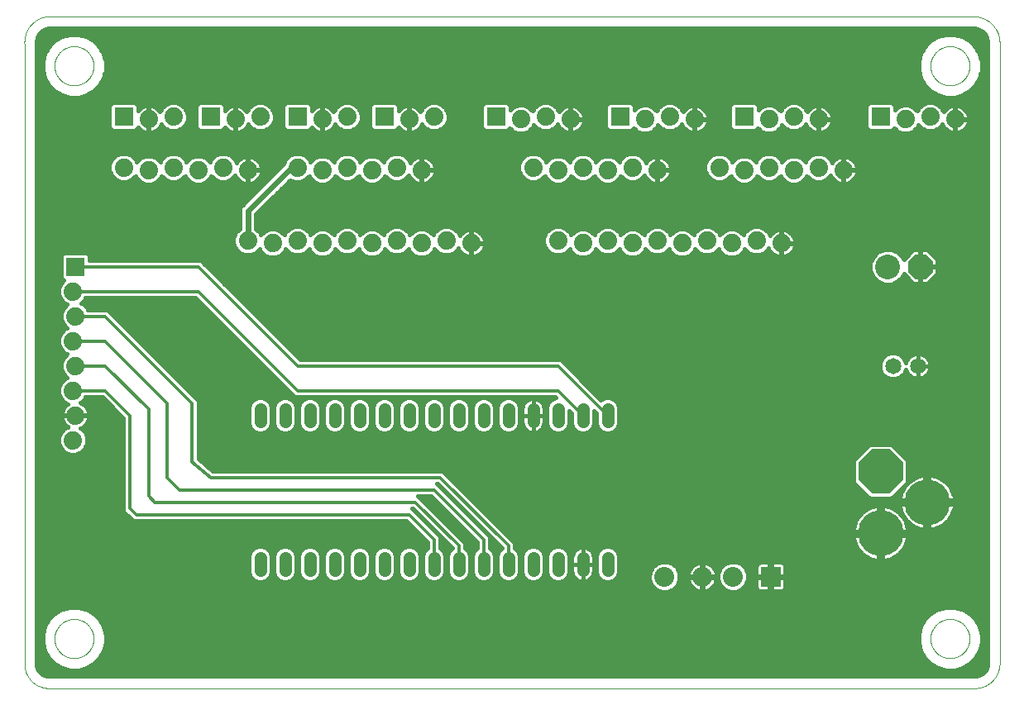
<source format=gbl>
G75*
%MOIN*%
%OFA0B0*%
%FSLAX25Y25*%
%IPPOS*%
%LPD*%
%AMOC8*
5,1,8,0,0,1.08239X$1,22.5*
%
%ADD10OC8,0.17717*%
%ADD11C,0.18504*%
%ADD12C,0.05150*%
%ADD13C,0.00000*%
%ADD14R,0.08000X0.08000*%
%ADD15C,0.08000*%
%ADD16C,0.10000*%
%ADD17OC8,0.10000*%
%ADD18C,0.06500*%
%ADD19R,0.07400X0.07400*%
%ADD20C,0.07400*%
%ADD21C,0.01600*%
%ADD22C,0.02400*%
%ADD23C,0.01200*%
D10*
X0350000Y0092500D03*
D11*
X0368750Y0080000D03*
X0350000Y0067500D03*
D12*
X0240000Y0057575D02*
X0240000Y0052425D01*
X0230000Y0052425D02*
X0230000Y0057575D01*
X0220000Y0057575D02*
X0220000Y0052425D01*
X0210000Y0052425D02*
X0210000Y0057575D01*
X0200000Y0057575D02*
X0200000Y0052425D01*
X0190000Y0052425D02*
X0190000Y0057575D01*
X0180000Y0057575D02*
X0180000Y0052425D01*
X0170000Y0052425D02*
X0170000Y0057575D01*
X0160000Y0057575D02*
X0160000Y0052425D01*
X0150000Y0052425D02*
X0150000Y0057575D01*
X0140000Y0057575D02*
X0140000Y0052425D01*
X0130000Y0052425D02*
X0130000Y0057575D01*
X0120000Y0057575D02*
X0120000Y0052425D01*
X0110000Y0052425D02*
X0110000Y0057575D01*
X0100000Y0057575D02*
X0100000Y0052425D01*
X0100000Y0112425D02*
X0100000Y0117575D01*
X0110000Y0117575D02*
X0110000Y0112425D01*
X0120000Y0112425D02*
X0120000Y0117575D01*
X0130000Y0117575D02*
X0130000Y0112425D01*
X0140000Y0112425D02*
X0140000Y0117575D01*
X0150000Y0117575D02*
X0150000Y0112425D01*
X0160000Y0112425D02*
X0160000Y0117575D01*
X0170000Y0117575D02*
X0170000Y0112425D01*
X0180000Y0112425D02*
X0180000Y0117575D01*
X0190000Y0117575D02*
X0190000Y0112425D01*
X0200000Y0112425D02*
X0200000Y0117575D01*
X0210000Y0117575D02*
X0210000Y0112425D01*
X0220000Y0112425D02*
X0220000Y0117575D01*
X0230000Y0117575D02*
X0230000Y0112425D01*
X0240000Y0112425D02*
X0240000Y0117575D01*
D13*
X0032559Y0005000D02*
X0014843Y0005000D01*
X0014605Y0005003D01*
X0014367Y0005011D01*
X0014130Y0005026D01*
X0013893Y0005046D01*
X0013657Y0005072D01*
X0013421Y0005103D01*
X0013186Y0005140D01*
X0012952Y0005183D01*
X0012719Y0005232D01*
X0012487Y0005286D01*
X0012257Y0005346D01*
X0012028Y0005411D01*
X0011801Y0005482D01*
X0011576Y0005558D01*
X0011353Y0005640D01*
X0011131Y0005727D01*
X0010912Y0005819D01*
X0010695Y0005917D01*
X0010481Y0006019D01*
X0010269Y0006127D01*
X0010059Y0006241D01*
X0009853Y0006359D01*
X0009649Y0006482D01*
X0009449Y0006610D01*
X0009252Y0006742D01*
X0009057Y0006880D01*
X0008867Y0007022D01*
X0008679Y0007169D01*
X0008496Y0007320D01*
X0008316Y0007475D01*
X0008140Y0007635D01*
X0007968Y0007799D01*
X0007799Y0007968D01*
X0007635Y0008140D01*
X0007475Y0008316D01*
X0007320Y0008496D01*
X0007169Y0008679D01*
X0007022Y0008867D01*
X0006880Y0009057D01*
X0006742Y0009252D01*
X0006610Y0009449D01*
X0006482Y0009649D01*
X0006359Y0009853D01*
X0006241Y0010059D01*
X0006127Y0010269D01*
X0006019Y0010481D01*
X0005917Y0010695D01*
X0005819Y0010912D01*
X0005727Y0011131D01*
X0005640Y0011353D01*
X0005558Y0011576D01*
X0005482Y0011801D01*
X0005411Y0012028D01*
X0005346Y0012257D01*
X0005286Y0012487D01*
X0005232Y0012719D01*
X0005183Y0012952D01*
X0005140Y0013186D01*
X0005103Y0013421D01*
X0005072Y0013657D01*
X0005046Y0013893D01*
X0005026Y0014130D01*
X0005011Y0014367D01*
X0005003Y0014605D01*
X0005000Y0014843D01*
X0005000Y0036500D01*
X0005000Y0265000D01*
X0004989Y0265252D01*
X0004984Y0265504D01*
X0004986Y0265757D01*
X0004993Y0266009D01*
X0005006Y0266261D01*
X0005026Y0266512D01*
X0005051Y0266763D01*
X0005083Y0267013D01*
X0005121Y0267263D01*
X0005164Y0267511D01*
X0005214Y0267758D01*
X0005270Y0268004D01*
X0005331Y0268249D01*
X0005399Y0268492D01*
X0005472Y0268733D01*
X0005551Y0268973D01*
X0005636Y0269210D01*
X0005727Y0269446D01*
X0005823Y0269679D01*
X0005925Y0269909D01*
X0006032Y0270138D01*
X0006145Y0270363D01*
X0006263Y0270586D01*
X0006387Y0270806D01*
X0006516Y0271022D01*
X0006650Y0271236D01*
X0006789Y0271446D01*
X0006934Y0271653D01*
X0007083Y0271857D01*
X0007237Y0272056D01*
X0007396Y0272252D01*
X0007560Y0272444D01*
X0007728Y0272632D01*
X0007900Y0272816D01*
X0008077Y0272995D01*
X0008259Y0273171D01*
X0008444Y0273342D01*
X0008634Y0273508D01*
X0008828Y0273670D01*
X0009025Y0273827D01*
X0009226Y0273979D01*
X0009431Y0274126D01*
X0009639Y0274268D01*
X0009851Y0274405D01*
X0010066Y0274537D01*
X0010284Y0274664D01*
X0010505Y0274786D01*
X0010729Y0274902D01*
X0010955Y0275012D01*
X0011185Y0275118D01*
X0011416Y0275217D01*
X0011650Y0275311D01*
X0011887Y0275399D01*
X0012125Y0275482D01*
X0012365Y0275559D01*
X0012607Y0275630D01*
X0012851Y0275695D01*
X0013096Y0275754D01*
X0013343Y0275807D01*
X0013590Y0275854D01*
X0013839Y0275895D01*
X0014089Y0275931D01*
X0014339Y0275960D01*
X0014591Y0275983D01*
X0014842Y0276000D01*
X0014843Y0276000D02*
X0064055Y0276000D01*
X0387598Y0276000D01*
X0387857Y0275989D01*
X0388115Y0275973D01*
X0388372Y0275950D01*
X0388630Y0275921D01*
X0388886Y0275886D01*
X0389141Y0275844D01*
X0389395Y0275797D01*
X0389648Y0275743D01*
X0389900Y0275683D01*
X0390150Y0275617D01*
X0390399Y0275545D01*
X0390646Y0275467D01*
X0390890Y0275384D01*
X0391133Y0275294D01*
X0391373Y0275198D01*
X0391611Y0275097D01*
X0391847Y0274990D01*
X0392080Y0274877D01*
X0392310Y0274759D01*
X0392537Y0274635D01*
X0392761Y0274506D01*
X0392982Y0274371D01*
X0393199Y0274231D01*
X0393413Y0274086D01*
X0393624Y0273936D01*
X0393831Y0273780D01*
X0394034Y0273620D01*
X0394233Y0273455D01*
X0394428Y0273285D01*
X0394619Y0273110D01*
X0394805Y0272931D01*
X0394988Y0272748D01*
X0395165Y0272560D01*
X0395339Y0272367D01*
X0395507Y0272171D01*
X0395671Y0271971D01*
X0395829Y0271766D01*
X0395983Y0271558D01*
X0396132Y0271347D01*
X0396276Y0271132D01*
X0396414Y0270913D01*
X0396547Y0270691D01*
X0396674Y0270466D01*
X0396797Y0270238D01*
X0396913Y0270007D01*
X0397024Y0269773D01*
X0397129Y0269537D01*
X0397229Y0269298D01*
X0397323Y0269057D01*
X0397411Y0268814D01*
X0397493Y0268568D01*
X0397569Y0268321D01*
X0397639Y0268072D01*
X0397703Y0267822D01*
X0397760Y0267569D01*
X0397812Y0267316D01*
X0397858Y0267061D01*
X0397897Y0266806D01*
X0397931Y0266549D01*
X0397958Y0266292D01*
X0397979Y0266034D01*
X0397993Y0265776D01*
X0398002Y0265517D01*
X0398004Y0265259D01*
X0398000Y0265000D01*
X0398000Y0243000D01*
X0398000Y0014843D01*
X0398000Y0014842D02*
X0397990Y0014598D01*
X0397975Y0014354D01*
X0397953Y0014110D01*
X0397926Y0013867D01*
X0397893Y0013624D01*
X0397854Y0013383D01*
X0397809Y0013142D01*
X0397758Y0012903D01*
X0397701Y0012665D01*
X0397639Y0012428D01*
X0397571Y0012193D01*
X0397498Y0011960D01*
X0397418Y0011728D01*
X0397334Y0011499D01*
X0397243Y0011271D01*
X0397147Y0011046D01*
X0397046Y0010823D01*
X0396940Y0010603D01*
X0396828Y0010385D01*
X0396711Y0010170D01*
X0396589Y0009958D01*
X0396461Y0009749D01*
X0396329Y0009544D01*
X0396192Y0009341D01*
X0396050Y0009142D01*
X0395903Y0008946D01*
X0395751Y0008754D01*
X0395595Y0008566D01*
X0395434Y0008381D01*
X0395269Y0008201D01*
X0395100Y0008024D01*
X0394926Y0007852D01*
X0394748Y0007683D01*
X0394567Y0007519D01*
X0394381Y0007360D01*
X0394191Y0007205D01*
X0393998Y0007055D01*
X0393802Y0006909D01*
X0393601Y0006769D01*
X0393398Y0006633D01*
X0393191Y0006502D01*
X0392981Y0006376D01*
X0392769Y0006255D01*
X0392553Y0006140D01*
X0392334Y0006029D01*
X0392113Y0005924D01*
X0391890Y0005825D01*
X0391664Y0005730D01*
X0391436Y0005642D01*
X0391206Y0005558D01*
X0390974Y0005481D01*
X0390740Y0005409D01*
X0390504Y0005343D01*
X0390267Y0005282D01*
X0390029Y0005227D01*
X0389789Y0005178D01*
X0389548Y0005135D01*
X0389307Y0005097D01*
X0389064Y0005066D01*
X0388821Y0005040D01*
X0388577Y0005020D01*
X0388332Y0005006D01*
X0388088Y0004998D01*
X0387843Y0004996D01*
X0387598Y0005000D01*
X0032559Y0005000D01*
X0017126Y0025000D02*
X0017128Y0025193D01*
X0017135Y0025386D01*
X0017147Y0025579D01*
X0017164Y0025772D01*
X0017185Y0025964D01*
X0017211Y0026155D01*
X0017242Y0026346D01*
X0017277Y0026536D01*
X0017317Y0026725D01*
X0017362Y0026913D01*
X0017411Y0027100D01*
X0017465Y0027286D01*
X0017523Y0027470D01*
X0017586Y0027653D01*
X0017654Y0027834D01*
X0017725Y0028013D01*
X0017802Y0028191D01*
X0017882Y0028367D01*
X0017967Y0028540D01*
X0018056Y0028712D01*
X0018149Y0028881D01*
X0018246Y0029048D01*
X0018348Y0029213D01*
X0018453Y0029375D01*
X0018562Y0029534D01*
X0018676Y0029691D01*
X0018793Y0029844D01*
X0018913Y0029995D01*
X0019038Y0030143D01*
X0019166Y0030288D01*
X0019297Y0030429D01*
X0019432Y0030568D01*
X0019571Y0030703D01*
X0019712Y0030834D01*
X0019857Y0030962D01*
X0020005Y0031087D01*
X0020156Y0031207D01*
X0020309Y0031324D01*
X0020466Y0031438D01*
X0020625Y0031547D01*
X0020787Y0031652D01*
X0020952Y0031754D01*
X0021119Y0031851D01*
X0021288Y0031944D01*
X0021460Y0032033D01*
X0021633Y0032118D01*
X0021809Y0032198D01*
X0021987Y0032275D01*
X0022166Y0032346D01*
X0022347Y0032414D01*
X0022530Y0032477D01*
X0022714Y0032535D01*
X0022900Y0032589D01*
X0023087Y0032638D01*
X0023275Y0032683D01*
X0023464Y0032723D01*
X0023654Y0032758D01*
X0023845Y0032789D01*
X0024036Y0032815D01*
X0024228Y0032836D01*
X0024421Y0032853D01*
X0024614Y0032865D01*
X0024807Y0032872D01*
X0025000Y0032874D01*
X0025193Y0032872D01*
X0025386Y0032865D01*
X0025579Y0032853D01*
X0025772Y0032836D01*
X0025964Y0032815D01*
X0026155Y0032789D01*
X0026346Y0032758D01*
X0026536Y0032723D01*
X0026725Y0032683D01*
X0026913Y0032638D01*
X0027100Y0032589D01*
X0027286Y0032535D01*
X0027470Y0032477D01*
X0027653Y0032414D01*
X0027834Y0032346D01*
X0028013Y0032275D01*
X0028191Y0032198D01*
X0028367Y0032118D01*
X0028540Y0032033D01*
X0028712Y0031944D01*
X0028881Y0031851D01*
X0029048Y0031754D01*
X0029213Y0031652D01*
X0029375Y0031547D01*
X0029534Y0031438D01*
X0029691Y0031324D01*
X0029844Y0031207D01*
X0029995Y0031087D01*
X0030143Y0030962D01*
X0030288Y0030834D01*
X0030429Y0030703D01*
X0030568Y0030568D01*
X0030703Y0030429D01*
X0030834Y0030288D01*
X0030962Y0030143D01*
X0031087Y0029995D01*
X0031207Y0029844D01*
X0031324Y0029691D01*
X0031438Y0029534D01*
X0031547Y0029375D01*
X0031652Y0029213D01*
X0031754Y0029048D01*
X0031851Y0028881D01*
X0031944Y0028712D01*
X0032033Y0028540D01*
X0032118Y0028367D01*
X0032198Y0028191D01*
X0032275Y0028013D01*
X0032346Y0027834D01*
X0032414Y0027653D01*
X0032477Y0027470D01*
X0032535Y0027286D01*
X0032589Y0027100D01*
X0032638Y0026913D01*
X0032683Y0026725D01*
X0032723Y0026536D01*
X0032758Y0026346D01*
X0032789Y0026155D01*
X0032815Y0025964D01*
X0032836Y0025772D01*
X0032853Y0025579D01*
X0032865Y0025386D01*
X0032872Y0025193D01*
X0032874Y0025000D01*
X0032872Y0024807D01*
X0032865Y0024614D01*
X0032853Y0024421D01*
X0032836Y0024228D01*
X0032815Y0024036D01*
X0032789Y0023845D01*
X0032758Y0023654D01*
X0032723Y0023464D01*
X0032683Y0023275D01*
X0032638Y0023087D01*
X0032589Y0022900D01*
X0032535Y0022714D01*
X0032477Y0022530D01*
X0032414Y0022347D01*
X0032346Y0022166D01*
X0032275Y0021987D01*
X0032198Y0021809D01*
X0032118Y0021633D01*
X0032033Y0021460D01*
X0031944Y0021288D01*
X0031851Y0021119D01*
X0031754Y0020952D01*
X0031652Y0020787D01*
X0031547Y0020625D01*
X0031438Y0020466D01*
X0031324Y0020309D01*
X0031207Y0020156D01*
X0031087Y0020005D01*
X0030962Y0019857D01*
X0030834Y0019712D01*
X0030703Y0019571D01*
X0030568Y0019432D01*
X0030429Y0019297D01*
X0030288Y0019166D01*
X0030143Y0019038D01*
X0029995Y0018913D01*
X0029844Y0018793D01*
X0029691Y0018676D01*
X0029534Y0018562D01*
X0029375Y0018453D01*
X0029213Y0018348D01*
X0029048Y0018246D01*
X0028881Y0018149D01*
X0028712Y0018056D01*
X0028540Y0017967D01*
X0028367Y0017882D01*
X0028191Y0017802D01*
X0028013Y0017725D01*
X0027834Y0017654D01*
X0027653Y0017586D01*
X0027470Y0017523D01*
X0027286Y0017465D01*
X0027100Y0017411D01*
X0026913Y0017362D01*
X0026725Y0017317D01*
X0026536Y0017277D01*
X0026346Y0017242D01*
X0026155Y0017211D01*
X0025964Y0017185D01*
X0025772Y0017164D01*
X0025579Y0017147D01*
X0025386Y0017135D01*
X0025193Y0017128D01*
X0025000Y0017126D01*
X0024807Y0017128D01*
X0024614Y0017135D01*
X0024421Y0017147D01*
X0024228Y0017164D01*
X0024036Y0017185D01*
X0023845Y0017211D01*
X0023654Y0017242D01*
X0023464Y0017277D01*
X0023275Y0017317D01*
X0023087Y0017362D01*
X0022900Y0017411D01*
X0022714Y0017465D01*
X0022530Y0017523D01*
X0022347Y0017586D01*
X0022166Y0017654D01*
X0021987Y0017725D01*
X0021809Y0017802D01*
X0021633Y0017882D01*
X0021460Y0017967D01*
X0021288Y0018056D01*
X0021119Y0018149D01*
X0020952Y0018246D01*
X0020787Y0018348D01*
X0020625Y0018453D01*
X0020466Y0018562D01*
X0020309Y0018676D01*
X0020156Y0018793D01*
X0020005Y0018913D01*
X0019857Y0019038D01*
X0019712Y0019166D01*
X0019571Y0019297D01*
X0019432Y0019432D01*
X0019297Y0019571D01*
X0019166Y0019712D01*
X0019038Y0019857D01*
X0018913Y0020005D01*
X0018793Y0020156D01*
X0018676Y0020309D01*
X0018562Y0020466D01*
X0018453Y0020625D01*
X0018348Y0020787D01*
X0018246Y0020952D01*
X0018149Y0021119D01*
X0018056Y0021288D01*
X0017967Y0021460D01*
X0017882Y0021633D01*
X0017802Y0021809D01*
X0017725Y0021987D01*
X0017654Y0022166D01*
X0017586Y0022347D01*
X0017523Y0022530D01*
X0017465Y0022714D01*
X0017411Y0022900D01*
X0017362Y0023087D01*
X0017317Y0023275D01*
X0017277Y0023464D01*
X0017242Y0023654D01*
X0017211Y0023845D01*
X0017185Y0024036D01*
X0017164Y0024228D01*
X0017147Y0024421D01*
X0017135Y0024614D01*
X0017128Y0024807D01*
X0017126Y0025000D01*
X0017126Y0256000D02*
X0017128Y0256193D01*
X0017135Y0256386D01*
X0017147Y0256579D01*
X0017164Y0256772D01*
X0017185Y0256964D01*
X0017211Y0257155D01*
X0017242Y0257346D01*
X0017277Y0257536D01*
X0017317Y0257725D01*
X0017362Y0257913D01*
X0017411Y0258100D01*
X0017465Y0258286D01*
X0017523Y0258470D01*
X0017586Y0258653D01*
X0017654Y0258834D01*
X0017725Y0259013D01*
X0017802Y0259191D01*
X0017882Y0259367D01*
X0017967Y0259540D01*
X0018056Y0259712D01*
X0018149Y0259881D01*
X0018246Y0260048D01*
X0018348Y0260213D01*
X0018453Y0260375D01*
X0018562Y0260534D01*
X0018676Y0260691D01*
X0018793Y0260844D01*
X0018913Y0260995D01*
X0019038Y0261143D01*
X0019166Y0261288D01*
X0019297Y0261429D01*
X0019432Y0261568D01*
X0019571Y0261703D01*
X0019712Y0261834D01*
X0019857Y0261962D01*
X0020005Y0262087D01*
X0020156Y0262207D01*
X0020309Y0262324D01*
X0020466Y0262438D01*
X0020625Y0262547D01*
X0020787Y0262652D01*
X0020952Y0262754D01*
X0021119Y0262851D01*
X0021288Y0262944D01*
X0021460Y0263033D01*
X0021633Y0263118D01*
X0021809Y0263198D01*
X0021987Y0263275D01*
X0022166Y0263346D01*
X0022347Y0263414D01*
X0022530Y0263477D01*
X0022714Y0263535D01*
X0022900Y0263589D01*
X0023087Y0263638D01*
X0023275Y0263683D01*
X0023464Y0263723D01*
X0023654Y0263758D01*
X0023845Y0263789D01*
X0024036Y0263815D01*
X0024228Y0263836D01*
X0024421Y0263853D01*
X0024614Y0263865D01*
X0024807Y0263872D01*
X0025000Y0263874D01*
X0025193Y0263872D01*
X0025386Y0263865D01*
X0025579Y0263853D01*
X0025772Y0263836D01*
X0025964Y0263815D01*
X0026155Y0263789D01*
X0026346Y0263758D01*
X0026536Y0263723D01*
X0026725Y0263683D01*
X0026913Y0263638D01*
X0027100Y0263589D01*
X0027286Y0263535D01*
X0027470Y0263477D01*
X0027653Y0263414D01*
X0027834Y0263346D01*
X0028013Y0263275D01*
X0028191Y0263198D01*
X0028367Y0263118D01*
X0028540Y0263033D01*
X0028712Y0262944D01*
X0028881Y0262851D01*
X0029048Y0262754D01*
X0029213Y0262652D01*
X0029375Y0262547D01*
X0029534Y0262438D01*
X0029691Y0262324D01*
X0029844Y0262207D01*
X0029995Y0262087D01*
X0030143Y0261962D01*
X0030288Y0261834D01*
X0030429Y0261703D01*
X0030568Y0261568D01*
X0030703Y0261429D01*
X0030834Y0261288D01*
X0030962Y0261143D01*
X0031087Y0260995D01*
X0031207Y0260844D01*
X0031324Y0260691D01*
X0031438Y0260534D01*
X0031547Y0260375D01*
X0031652Y0260213D01*
X0031754Y0260048D01*
X0031851Y0259881D01*
X0031944Y0259712D01*
X0032033Y0259540D01*
X0032118Y0259367D01*
X0032198Y0259191D01*
X0032275Y0259013D01*
X0032346Y0258834D01*
X0032414Y0258653D01*
X0032477Y0258470D01*
X0032535Y0258286D01*
X0032589Y0258100D01*
X0032638Y0257913D01*
X0032683Y0257725D01*
X0032723Y0257536D01*
X0032758Y0257346D01*
X0032789Y0257155D01*
X0032815Y0256964D01*
X0032836Y0256772D01*
X0032853Y0256579D01*
X0032865Y0256386D01*
X0032872Y0256193D01*
X0032874Y0256000D01*
X0032872Y0255807D01*
X0032865Y0255614D01*
X0032853Y0255421D01*
X0032836Y0255228D01*
X0032815Y0255036D01*
X0032789Y0254845D01*
X0032758Y0254654D01*
X0032723Y0254464D01*
X0032683Y0254275D01*
X0032638Y0254087D01*
X0032589Y0253900D01*
X0032535Y0253714D01*
X0032477Y0253530D01*
X0032414Y0253347D01*
X0032346Y0253166D01*
X0032275Y0252987D01*
X0032198Y0252809D01*
X0032118Y0252633D01*
X0032033Y0252460D01*
X0031944Y0252288D01*
X0031851Y0252119D01*
X0031754Y0251952D01*
X0031652Y0251787D01*
X0031547Y0251625D01*
X0031438Y0251466D01*
X0031324Y0251309D01*
X0031207Y0251156D01*
X0031087Y0251005D01*
X0030962Y0250857D01*
X0030834Y0250712D01*
X0030703Y0250571D01*
X0030568Y0250432D01*
X0030429Y0250297D01*
X0030288Y0250166D01*
X0030143Y0250038D01*
X0029995Y0249913D01*
X0029844Y0249793D01*
X0029691Y0249676D01*
X0029534Y0249562D01*
X0029375Y0249453D01*
X0029213Y0249348D01*
X0029048Y0249246D01*
X0028881Y0249149D01*
X0028712Y0249056D01*
X0028540Y0248967D01*
X0028367Y0248882D01*
X0028191Y0248802D01*
X0028013Y0248725D01*
X0027834Y0248654D01*
X0027653Y0248586D01*
X0027470Y0248523D01*
X0027286Y0248465D01*
X0027100Y0248411D01*
X0026913Y0248362D01*
X0026725Y0248317D01*
X0026536Y0248277D01*
X0026346Y0248242D01*
X0026155Y0248211D01*
X0025964Y0248185D01*
X0025772Y0248164D01*
X0025579Y0248147D01*
X0025386Y0248135D01*
X0025193Y0248128D01*
X0025000Y0248126D01*
X0024807Y0248128D01*
X0024614Y0248135D01*
X0024421Y0248147D01*
X0024228Y0248164D01*
X0024036Y0248185D01*
X0023845Y0248211D01*
X0023654Y0248242D01*
X0023464Y0248277D01*
X0023275Y0248317D01*
X0023087Y0248362D01*
X0022900Y0248411D01*
X0022714Y0248465D01*
X0022530Y0248523D01*
X0022347Y0248586D01*
X0022166Y0248654D01*
X0021987Y0248725D01*
X0021809Y0248802D01*
X0021633Y0248882D01*
X0021460Y0248967D01*
X0021288Y0249056D01*
X0021119Y0249149D01*
X0020952Y0249246D01*
X0020787Y0249348D01*
X0020625Y0249453D01*
X0020466Y0249562D01*
X0020309Y0249676D01*
X0020156Y0249793D01*
X0020005Y0249913D01*
X0019857Y0250038D01*
X0019712Y0250166D01*
X0019571Y0250297D01*
X0019432Y0250432D01*
X0019297Y0250571D01*
X0019166Y0250712D01*
X0019038Y0250857D01*
X0018913Y0251005D01*
X0018793Y0251156D01*
X0018676Y0251309D01*
X0018562Y0251466D01*
X0018453Y0251625D01*
X0018348Y0251787D01*
X0018246Y0251952D01*
X0018149Y0252119D01*
X0018056Y0252288D01*
X0017967Y0252460D01*
X0017882Y0252633D01*
X0017802Y0252809D01*
X0017725Y0252987D01*
X0017654Y0253166D01*
X0017586Y0253347D01*
X0017523Y0253530D01*
X0017465Y0253714D01*
X0017411Y0253900D01*
X0017362Y0254087D01*
X0017317Y0254275D01*
X0017277Y0254464D01*
X0017242Y0254654D01*
X0017211Y0254845D01*
X0017185Y0255036D01*
X0017164Y0255228D01*
X0017147Y0255421D01*
X0017135Y0255614D01*
X0017128Y0255807D01*
X0017126Y0256000D01*
X0370126Y0256000D02*
X0370128Y0256193D01*
X0370135Y0256386D01*
X0370147Y0256579D01*
X0370164Y0256772D01*
X0370185Y0256964D01*
X0370211Y0257155D01*
X0370242Y0257346D01*
X0370277Y0257536D01*
X0370317Y0257725D01*
X0370362Y0257913D01*
X0370411Y0258100D01*
X0370465Y0258286D01*
X0370523Y0258470D01*
X0370586Y0258653D01*
X0370654Y0258834D01*
X0370725Y0259013D01*
X0370802Y0259191D01*
X0370882Y0259367D01*
X0370967Y0259540D01*
X0371056Y0259712D01*
X0371149Y0259881D01*
X0371246Y0260048D01*
X0371348Y0260213D01*
X0371453Y0260375D01*
X0371562Y0260534D01*
X0371676Y0260691D01*
X0371793Y0260844D01*
X0371913Y0260995D01*
X0372038Y0261143D01*
X0372166Y0261288D01*
X0372297Y0261429D01*
X0372432Y0261568D01*
X0372571Y0261703D01*
X0372712Y0261834D01*
X0372857Y0261962D01*
X0373005Y0262087D01*
X0373156Y0262207D01*
X0373309Y0262324D01*
X0373466Y0262438D01*
X0373625Y0262547D01*
X0373787Y0262652D01*
X0373952Y0262754D01*
X0374119Y0262851D01*
X0374288Y0262944D01*
X0374460Y0263033D01*
X0374633Y0263118D01*
X0374809Y0263198D01*
X0374987Y0263275D01*
X0375166Y0263346D01*
X0375347Y0263414D01*
X0375530Y0263477D01*
X0375714Y0263535D01*
X0375900Y0263589D01*
X0376087Y0263638D01*
X0376275Y0263683D01*
X0376464Y0263723D01*
X0376654Y0263758D01*
X0376845Y0263789D01*
X0377036Y0263815D01*
X0377228Y0263836D01*
X0377421Y0263853D01*
X0377614Y0263865D01*
X0377807Y0263872D01*
X0378000Y0263874D01*
X0378193Y0263872D01*
X0378386Y0263865D01*
X0378579Y0263853D01*
X0378772Y0263836D01*
X0378964Y0263815D01*
X0379155Y0263789D01*
X0379346Y0263758D01*
X0379536Y0263723D01*
X0379725Y0263683D01*
X0379913Y0263638D01*
X0380100Y0263589D01*
X0380286Y0263535D01*
X0380470Y0263477D01*
X0380653Y0263414D01*
X0380834Y0263346D01*
X0381013Y0263275D01*
X0381191Y0263198D01*
X0381367Y0263118D01*
X0381540Y0263033D01*
X0381712Y0262944D01*
X0381881Y0262851D01*
X0382048Y0262754D01*
X0382213Y0262652D01*
X0382375Y0262547D01*
X0382534Y0262438D01*
X0382691Y0262324D01*
X0382844Y0262207D01*
X0382995Y0262087D01*
X0383143Y0261962D01*
X0383288Y0261834D01*
X0383429Y0261703D01*
X0383568Y0261568D01*
X0383703Y0261429D01*
X0383834Y0261288D01*
X0383962Y0261143D01*
X0384087Y0260995D01*
X0384207Y0260844D01*
X0384324Y0260691D01*
X0384438Y0260534D01*
X0384547Y0260375D01*
X0384652Y0260213D01*
X0384754Y0260048D01*
X0384851Y0259881D01*
X0384944Y0259712D01*
X0385033Y0259540D01*
X0385118Y0259367D01*
X0385198Y0259191D01*
X0385275Y0259013D01*
X0385346Y0258834D01*
X0385414Y0258653D01*
X0385477Y0258470D01*
X0385535Y0258286D01*
X0385589Y0258100D01*
X0385638Y0257913D01*
X0385683Y0257725D01*
X0385723Y0257536D01*
X0385758Y0257346D01*
X0385789Y0257155D01*
X0385815Y0256964D01*
X0385836Y0256772D01*
X0385853Y0256579D01*
X0385865Y0256386D01*
X0385872Y0256193D01*
X0385874Y0256000D01*
X0385872Y0255807D01*
X0385865Y0255614D01*
X0385853Y0255421D01*
X0385836Y0255228D01*
X0385815Y0255036D01*
X0385789Y0254845D01*
X0385758Y0254654D01*
X0385723Y0254464D01*
X0385683Y0254275D01*
X0385638Y0254087D01*
X0385589Y0253900D01*
X0385535Y0253714D01*
X0385477Y0253530D01*
X0385414Y0253347D01*
X0385346Y0253166D01*
X0385275Y0252987D01*
X0385198Y0252809D01*
X0385118Y0252633D01*
X0385033Y0252460D01*
X0384944Y0252288D01*
X0384851Y0252119D01*
X0384754Y0251952D01*
X0384652Y0251787D01*
X0384547Y0251625D01*
X0384438Y0251466D01*
X0384324Y0251309D01*
X0384207Y0251156D01*
X0384087Y0251005D01*
X0383962Y0250857D01*
X0383834Y0250712D01*
X0383703Y0250571D01*
X0383568Y0250432D01*
X0383429Y0250297D01*
X0383288Y0250166D01*
X0383143Y0250038D01*
X0382995Y0249913D01*
X0382844Y0249793D01*
X0382691Y0249676D01*
X0382534Y0249562D01*
X0382375Y0249453D01*
X0382213Y0249348D01*
X0382048Y0249246D01*
X0381881Y0249149D01*
X0381712Y0249056D01*
X0381540Y0248967D01*
X0381367Y0248882D01*
X0381191Y0248802D01*
X0381013Y0248725D01*
X0380834Y0248654D01*
X0380653Y0248586D01*
X0380470Y0248523D01*
X0380286Y0248465D01*
X0380100Y0248411D01*
X0379913Y0248362D01*
X0379725Y0248317D01*
X0379536Y0248277D01*
X0379346Y0248242D01*
X0379155Y0248211D01*
X0378964Y0248185D01*
X0378772Y0248164D01*
X0378579Y0248147D01*
X0378386Y0248135D01*
X0378193Y0248128D01*
X0378000Y0248126D01*
X0377807Y0248128D01*
X0377614Y0248135D01*
X0377421Y0248147D01*
X0377228Y0248164D01*
X0377036Y0248185D01*
X0376845Y0248211D01*
X0376654Y0248242D01*
X0376464Y0248277D01*
X0376275Y0248317D01*
X0376087Y0248362D01*
X0375900Y0248411D01*
X0375714Y0248465D01*
X0375530Y0248523D01*
X0375347Y0248586D01*
X0375166Y0248654D01*
X0374987Y0248725D01*
X0374809Y0248802D01*
X0374633Y0248882D01*
X0374460Y0248967D01*
X0374288Y0249056D01*
X0374119Y0249149D01*
X0373952Y0249246D01*
X0373787Y0249348D01*
X0373625Y0249453D01*
X0373466Y0249562D01*
X0373309Y0249676D01*
X0373156Y0249793D01*
X0373005Y0249913D01*
X0372857Y0250038D01*
X0372712Y0250166D01*
X0372571Y0250297D01*
X0372432Y0250432D01*
X0372297Y0250571D01*
X0372166Y0250712D01*
X0372038Y0250857D01*
X0371913Y0251005D01*
X0371793Y0251156D01*
X0371676Y0251309D01*
X0371562Y0251466D01*
X0371453Y0251625D01*
X0371348Y0251787D01*
X0371246Y0251952D01*
X0371149Y0252119D01*
X0371056Y0252288D01*
X0370967Y0252460D01*
X0370882Y0252633D01*
X0370802Y0252809D01*
X0370725Y0252987D01*
X0370654Y0253166D01*
X0370586Y0253347D01*
X0370523Y0253530D01*
X0370465Y0253714D01*
X0370411Y0253900D01*
X0370362Y0254087D01*
X0370317Y0254275D01*
X0370277Y0254464D01*
X0370242Y0254654D01*
X0370211Y0254845D01*
X0370185Y0255036D01*
X0370164Y0255228D01*
X0370147Y0255421D01*
X0370135Y0255614D01*
X0370128Y0255807D01*
X0370126Y0256000D01*
X0370126Y0025000D02*
X0370128Y0025193D01*
X0370135Y0025386D01*
X0370147Y0025579D01*
X0370164Y0025772D01*
X0370185Y0025964D01*
X0370211Y0026155D01*
X0370242Y0026346D01*
X0370277Y0026536D01*
X0370317Y0026725D01*
X0370362Y0026913D01*
X0370411Y0027100D01*
X0370465Y0027286D01*
X0370523Y0027470D01*
X0370586Y0027653D01*
X0370654Y0027834D01*
X0370725Y0028013D01*
X0370802Y0028191D01*
X0370882Y0028367D01*
X0370967Y0028540D01*
X0371056Y0028712D01*
X0371149Y0028881D01*
X0371246Y0029048D01*
X0371348Y0029213D01*
X0371453Y0029375D01*
X0371562Y0029534D01*
X0371676Y0029691D01*
X0371793Y0029844D01*
X0371913Y0029995D01*
X0372038Y0030143D01*
X0372166Y0030288D01*
X0372297Y0030429D01*
X0372432Y0030568D01*
X0372571Y0030703D01*
X0372712Y0030834D01*
X0372857Y0030962D01*
X0373005Y0031087D01*
X0373156Y0031207D01*
X0373309Y0031324D01*
X0373466Y0031438D01*
X0373625Y0031547D01*
X0373787Y0031652D01*
X0373952Y0031754D01*
X0374119Y0031851D01*
X0374288Y0031944D01*
X0374460Y0032033D01*
X0374633Y0032118D01*
X0374809Y0032198D01*
X0374987Y0032275D01*
X0375166Y0032346D01*
X0375347Y0032414D01*
X0375530Y0032477D01*
X0375714Y0032535D01*
X0375900Y0032589D01*
X0376087Y0032638D01*
X0376275Y0032683D01*
X0376464Y0032723D01*
X0376654Y0032758D01*
X0376845Y0032789D01*
X0377036Y0032815D01*
X0377228Y0032836D01*
X0377421Y0032853D01*
X0377614Y0032865D01*
X0377807Y0032872D01*
X0378000Y0032874D01*
X0378193Y0032872D01*
X0378386Y0032865D01*
X0378579Y0032853D01*
X0378772Y0032836D01*
X0378964Y0032815D01*
X0379155Y0032789D01*
X0379346Y0032758D01*
X0379536Y0032723D01*
X0379725Y0032683D01*
X0379913Y0032638D01*
X0380100Y0032589D01*
X0380286Y0032535D01*
X0380470Y0032477D01*
X0380653Y0032414D01*
X0380834Y0032346D01*
X0381013Y0032275D01*
X0381191Y0032198D01*
X0381367Y0032118D01*
X0381540Y0032033D01*
X0381712Y0031944D01*
X0381881Y0031851D01*
X0382048Y0031754D01*
X0382213Y0031652D01*
X0382375Y0031547D01*
X0382534Y0031438D01*
X0382691Y0031324D01*
X0382844Y0031207D01*
X0382995Y0031087D01*
X0383143Y0030962D01*
X0383288Y0030834D01*
X0383429Y0030703D01*
X0383568Y0030568D01*
X0383703Y0030429D01*
X0383834Y0030288D01*
X0383962Y0030143D01*
X0384087Y0029995D01*
X0384207Y0029844D01*
X0384324Y0029691D01*
X0384438Y0029534D01*
X0384547Y0029375D01*
X0384652Y0029213D01*
X0384754Y0029048D01*
X0384851Y0028881D01*
X0384944Y0028712D01*
X0385033Y0028540D01*
X0385118Y0028367D01*
X0385198Y0028191D01*
X0385275Y0028013D01*
X0385346Y0027834D01*
X0385414Y0027653D01*
X0385477Y0027470D01*
X0385535Y0027286D01*
X0385589Y0027100D01*
X0385638Y0026913D01*
X0385683Y0026725D01*
X0385723Y0026536D01*
X0385758Y0026346D01*
X0385789Y0026155D01*
X0385815Y0025964D01*
X0385836Y0025772D01*
X0385853Y0025579D01*
X0385865Y0025386D01*
X0385872Y0025193D01*
X0385874Y0025000D01*
X0385872Y0024807D01*
X0385865Y0024614D01*
X0385853Y0024421D01*
X0385836Y0024228D01*
X0385815Y0024036D01*
X0385789Y0023845D01*
X0385758Y0023654D01*
X0385723Y0023464D01*
X0385683Y0023275D01*
X0385638Y0023087D01*
X0385589Y0022900D01*
X0385535Y0022714D01*
X0385477Y0022530D01*
X0385414Y0022347D01*
X0385346Y0022166D01*
X0385275Y0021987D01*
X0385198Y0021809D01*
X0385118Y0021633D01*
X0385033Y0021460D01*
X0384944Y0021288D01*
X0384851Y0021119D01*
X0384754Y0020952D01*
X0384652Y0020787D01*
X0384547Y0020625D01*
X0384438Y0020466D01*
X0384324Y0020309D01*
X0384207Y0020156D01*
X0384087Y0020005D01*
X0383962Y0019857D01*
X0383834Y0019712D01*
X0383703Y0019571D01*
X0383568Y0019432D01*
X0383429Y0019297D01*
X0383288Y0019166D01*
X0383143Y0019038D01*
X0382995Y0018913D01*
X0382844Y0018793D01*
X0382691Y0018676D01*
X0382534Y0018562D01*
X0382375Y0018453D01*
X0382213Y0018348D01*
X0382048Y0018246D01*
X0381881Y0018149D01*
X0381712Y0018056D01*
X0381540Y0017967D01*
X0381367Y0017882D01*
X0381191Y0017802D01*
X0381013Y0017725D01*
X0380834Y0017654D01*
X0380653Y0017586D01*
X0380470Y0017523D01*
X0380286Y0017465D01*
X0380100Y0017411D01*
X0379913Y0017362D01*
X0379725Y0017317D01*
X0379536Y0017277D01*
X0379346Y0017242D01*
X0379155Y0017211D01*
X0378964Y0017185D01*
X0378772Y0017164D01*
X0378579Y0017147D01*
X0378386Y0017135D01*
X0378193Y0017128D01*
X0378000Y0017126D01*
X0377807Y0017128D01*
X0377614Y0017135D01*
X0377421Y0017147D01*
X0377228Y0017164D01*
X0377036Y0017185D01*
X0376845Y0017211D01*
X0376654Y0017242D01*
X0376464Y0017277D01*
X0376275Y0017317D01*
X0376087Y0017362D01*
X0375900Y0017411D01*
X0375714Y0017465D01*
X0375530Y0017523D01*
X0375347Y0017586D01*
X0375166Y0017654D01*
X0374987Y0017725D01*
X0374809Y0017802D01*
X0374633Y0017882D01*
X0374460Y0017967D01*
X0374288Y0018056D01*
X0374119Y0018149D01*
X0373952Y0018246D01*
X0373787Y0018348D01*
X0373625Y0018453D01*
X0373466Y0018562D01*
X0373309Y0018676D01*
X0373156Y0018793D01*
X0373005Y0018913D01*
X0372857Y0019038D01*
X0372712Y0019166D01*
X0372571Y0019297D01*
X0372432Y0019432D01*
X0372297Y0019571D01*
X0372166Y0019712D01*
X0372038Y0019857D01*
X0371913Y0020005D01*
X0371793Y0020156D01*
X0371676Y0020309D01*
X0371562Y0020466D01*
X0371453Y0020625D01*
X0371348Y0020787D01*
X0371246Y0020952D01*
X0371149Y0021119D01*
X0371056Y0021288D01*
X0370967Y0021460D01*
X0370882Y0021633D01*
X0370802Y0021809D01*
X0370725Y0021987D01*
X0370654Y0022166D01*
X0370586Y0022347D01*
X0370523Y0022530D01*
X0370465Y0022714D01*
X0370411Y0022900D01*
X0370362Y0023087D01*
X0370317Y0023275D01*
X0370277Y0023464D01*
X0370242Y0023654D01*
X0370211Y0023845D01*
X0370185Y0024036D01*
X0370164Y0024228D01*
X0370147Y0024421D01*
X0370135Y0024614D01*
X0370128Y0024807D01*
X0370126Y0025000D01*
D14*
X0305700Y0050000D03*
D15*
X0290520Y0050000D03*
X0278141Y0050000D03*
X0262961Y0050000D03*
D16*
X0352953Y0175000D03*
D17*
X0366063Y0175000D03*
D18*
X0365000Y0135000D03*
X0355000Y0135000D03*
D19*
X0350000Y0235500D03*
X0295000Y0235500D03*
X0245000Y0235500D03*
X0195000Y0235500D03*
X0150000Y0235500D03*
X0115000Y0235500D03*
X0080000Y0235500D03*
X0045000Y0235500D03*
X0025500Y0175000D03*
D20*
X0024500Y0165000D03*
X0025500Y0155000D03*
X0024500Y0145000D03*
X0025500Y0135000D03*
X0024500Y0125000D03*
X0025500Y0115000D03*
X0024500Y0105000D03*
X0105000Y0184500D03*
X0095000Y0185500D03*
X0115000Y0185500D03*
X0125000Y0184500D03*
X0135000Y0185500D03*
X0145000Y0184500D03*
X0155000Y0185500D03*
X0165000Y0184500D03*
X0175000Y0185500D03*
X0185000Y0184500D03*
X0220000Y0185500D03*
X0230000Y0184500D03*
X0240000Y0185500D03*
X0250000Y0184500D03*
X0260000Y0185500D03*
X0270000Y0184500D03*
X0280000Y0185500D03*
X0290000Y0184500D03*
X0300000Y0185500D03*
X0310000Y0184500D03*
X0315000Y0214000D03*
X0325000Y0215000D03*
X0335000Y0214000D03*
X0325000Y0234500D03*
X0315000Y0235500D03*
X0305000Y0234500D03*
X0305000Y0215000D03*
X0295000Y0214000D03*
X0285000Y0215000D03*
X0275000Y0234500D03*
X0265000Y0235500D03*
X0255000Y0234500D03*
X0250000Y0215000D03*
X0240000Y0214000D03*
X0230000Y0215000D03*
X0220000Y0214000D03*
X0210000Y0215000D03*
X0205000Y0234500D03*
X0215000Y0235500D03*
X0225000Y0234500D03*
X0260000Y0214000D03*
X0170000Y0235500D03*
X0160000Y0234500D03*
X0155000Y0215000D03*
X0145000Y0214000D03*
X0135000Y0215000D03*
X0125000Y0214000D03*
X0115000Y0215000D03*
X0095000Y0214000D03*
X0085000Y0215000D03*
X0075000Y0214000D03*
X0065000Y0215000D03*
X0055000Y0214000D03*
X0045000Y0215000D03*
X0055000Y0234500D03*
X0065000Y0235500D03*
X0090000Y0234500D03*
X0100000Y0235500D03*
X0125000Y0234500D03*
X0135000Y0235500D03*
X0165000Y0214000D03*
X0360000Y0234500D03*
X0370000Y0235500D03*
X0380000Y0234500D03*
D21*
X0380200Y0234700D02*
X0379800Y0234700D01*
X0379800Y0240000D01*
X0379567Y0240000D01*
X0378712Y0239865D01*
X0377889Y0239597D01*
X0377117Y0239204D01*
X0376417Y0238695D01*
X0375805Y0238083D01*
X0375356Y0237465D01*
X0374832Y0238729D01*
X0373229Y0240332D01*
X0371134Y0241200D01*
X0368866Y0241200D01*
X0366771Y0240332D01*
X0365168Y0238729D01*
X0364777Y0237784D01*
X0363229Y0239332D01*
X0361134Y0240200D01*
X0358866Y0240200D01*
X0356771Y0239332D01*
X0355700Y0238261D01*
X0355700Y0240028D01*
X0354528Y0241200D01*
X0345472Y0241200D01*
X0344300Y0240028D01*
X0344300Y0230972D01*
X0345472Y0229800D01*
X0354528Y0229800D01*
X0355584Y0230855D01*
X0356771Y0229668D01*
X0358866Y0228800D01*
X0361134Y0228800D01*
X0363229Y0229668D01*
X0364832Y0231271D01*
X0365223Y0232216D01*
X0366771Y0230668D01*
X0368866Y0229800D01*
X0371134Y0229800D01*
X0373229Y0230668D01*
X0374832Y0232271D01*
X0374893Y0232419D01*
X0374903Y0232389D01*
X0375296Y0231617D01*
X0375805Y0230917D01*
X0376417Y0230305D01*
X0377117Y0229796D01*
X0377889Y0229403D01*
X0378712Y0229135D01*
X0379567Y0229000D01*
X0379800Y0229000D01*
X0379800Y0234300D01*
X0380200Y0234300D01*
X0380200Y0234700D01*
X0380200Y0240000D01*
X0380433Y0240000D01*
X0381288Y0239865D01*
X0382111Y0239597D01*
X0382883Y0239204D01*
X0383583Y0238695D01*
X0384195Y0238083D01*
X0384704Y0237383D01*
X0385097Y0236611D01*
X0385365Y0235788D01*
X0385500Y0234933D01*
X0385500Y0234700D01*
X0380200Y0234700D01*
X0380200Y0234300D02*
X0385500Y0234300D01*
X0385500Y0234067D01*
X0385365Y0233212D01*
X0385097Y0232389D01*
X0384704Y0231617D01*
X0384195Y0230917D01*
X0383583Y0230305D01*
X0382883Y0229796D01*
X0382111Y0229403D01*
X0381288Y0229135D01*
X0380433Y0229000D01*
X0380200Y0229000D01*
X0380200Y0234300D01*
X0380200Y0233587D02*
X0379800Y0233587D01*
X0379800Y0231989D02*
X0380200Y0231989D01*
X0380200Y0230390D02*
X0379800Y0230390D01*
X0376332Y0230390D02*
X0372558Y0230390D01*
X0374550Y0231989D02*
X0375107Y0231989D01*
X0379800Y0235186D02*
X0380200Y0235186D01*
X0380200Y0236784D02*
X0379800Y0236784D01*
X0379800Y0238383D02*
X0380200Y0238383D01*
X0380200Y0239981D02*
X0379800Y0239981D01*
X0379448Y0239981D02*
X0373580Y0239981D01*
X0374976Y0238383D02*
X0376104Y0238383D01*
X0380552Y0239981D02*
X0393200Y0239981D01*
X0393200Y0238383D02*
X0383895Y0238383D01*
X0385009Y0236784D02*
X0393200Y0236784D01*
X0393200Y0235186D02*
X0385460Y0235186D01*
X0385424Y0233587D02*
X0393200Y0233587D01*
X0393200Y0231989D02*
X0384893Y0231989D01*
X0383668Y0230390D02*
X0393200Y0230390D01*
X0393200Y0228792D02*
X0009800Y0228792D01*
X0009800Y0230390D02*
X0039881Y0230390D01*
X0039300Y0230972D02*
X0040472Y0229800D01*
X0049528Y0229800D01*
X0050700Y0230972D01*
X0050700Y0231061D01*
X0050805Y0230917D01*
X0051417Y0230305D01*
X0052117Y0229796D01*
X0052889Y0229403D01*
X0053712Y0229135D01*
X0054567Y0229000D01*
X0054800Y0229000D01*
X0054800Y0234300D01*
X0055200Y0234300D01*
X0055200Y0229000D01*
X0055433Y0229000D01*
X0056288Y0229135D01*
X0057111Y0229403D01*
X0057883Y0229796D01*
X0058583Y0230305D01*
X0059195Y0230917D01*
X0059704Y0231617D01*
X0060097Y0232389D01*
X0060107Y0232419D01*
X0060168Y0232271D01*
X0061771Y0230668D01*
X0063866Y0229800D01*
X0066134Y0229800D01*
X0068229Y0230668D01*
X0069832Y0232271D01*
X0070700Y0234366D01*
X0070700Y0236634D01*
X0069832Y0238729D01*
X0068229Y0240332D01*
X0066134Y0241200D01*
X0063866Y0241200D01*
X0061771Y0240332D01*
X0060168Y0238729D01*
X0059644Y0237465D01*
X0059195Y0238083D01*
X0058583Y0238695D01*
X0057883Y0239204D01*
X0057111Y0239597D01*
X0056288Y0239865D01*
X0055433Y0240000D01*
X0055200Y0240000D01*
X0055200Y0234700D01*
X0054800Y0234700D01*
X0054800Y0240000D01*
X0054567Y0240000D01*
X0053712Y0239865D01*
X0052889Y0239597D01*
X0052117Y0239204D01*
X0051417Y0238695D01*
X0050805Y0238083D01*
X0050700Y0237939D01*
X0050700Y0240028D01*
X0049528Y0241200D01*
X0040472Y0241200D01*
X0039300Y0240028D01*
X0039300Y0230972D01*
X0039300Y0231989D02*
X0009800Y0231989D01*
X0009800Y0233587D02*
X0039300Y0233587D01*
X0039300Y0235186D02*
X0009800Y0235186D01*
X0009800Y0236784D02*
X0039300Y0236784D01*
X0039300Y0238383D02*
X0009800Y0238383D01*
X0009800Y0239981D02*
X0039300Y0239981D01*
X0033299Y0246375D02*
X0369701Y0246375D01*
X0370218Y0245858D02*
X0373108Y0244190D01*
X0376331Y0243326D01*
X0379669Y0243326D01*
X0382892Y0244190D01*
X0385782Y0245858D01*
X0388142Y0248218D01*
X0389810Y0251108D01*
X0390674Y0254331D01*
X0390674Y0257669D01*
X0389810Y0260892D01*
X0388142Y0263782D01*
X0385782Y0266142D01*
X0382892Y0267810D01*
X0379669Y0268674D01*
X0376331Y0268674D01*
X0373108Y0267810D01*
X0370218Y0266142D01*
X0367858Y0263782D01*
X0366190Y0260892D01*
X0365326Y0257669D01*
X0365326Y0254331D01*
X0366190Y0251108D01*
X0367858Y0248218D01*
X0370218Y0245858D01*
X0372091Y0244777D02*
X0030909Y0244777D01*
X0029892Y0244190D02*
X0032782Y0245858D01*
X0035142Y0248218D01*
X0036810Y0251108D01*
X0037674Y0254331D01*
X0037674Y0257669D01*
X0036810Y0260892D01*
X0035142Y0263782D01*
X0032782Y0266142D01*
X0029892Y0267810D01*
X0026669Y0268674D01*
X0023331Y0268674D01*
X0020108Y0267810D01*
X0017218Y0266142D01*
X0014858Y0263782D01*
X0013190Y0260892D01*
X0012326Y0257669D01*
X0012326Y0254331D01*
X0013190Y0251108D01*
X0014858Y0248218D01*
X0017218Y0245858D01*
X0020108Y0244190D01*
X0023331Y0243326D01*
X0026669Y0243326D01*
X0029892Y0244190D01*
X0034897Y0247974D02*
X0368102Y0247974D01*
X0367076Y0249572D02*
X0035924Y0249572D01*
X0036827Y0251171D02*
X0366173Y0251171D01*
X0365745Y0252769D02*
X0037255Y0252769D01*
X0037674Y0254368D02*
X0365326Y0254368D01*
X0365326Y0255966D02*
X0037674Y0255966D01*
X0037674Y0257565D02*
X0365326Y0257565D01*
X0365727Y0259163D02*
X0037273Y0259163D01*
X0036845Y0260762D02*
X0366155Y0260762D01*
X0367037Y0262360D02*
X0035963Y0262360D01*
X0034965Y0263959D02*
X0368035Y0263959D01*
X0369634Y0265557D02*
X0033366Y0265557D01*
X0031026Y0267156D02*
X0371974Y0267156D01*
X0384026Y0267156D02*
X0392875Y0267156D01*
X0392816Y0267406D02*
X0393173Y0265906D01*
X0393200Y0265184D01*
X0393200Y0265067D01*
X0393175Y0264180D01*
X0393200Y0264115D01*
X0393200Y0014955D01*
X0393137Y0014281D01*
X0392740Y0012949D01*
X0392012Y0011764D01*
X0391002Y0010809D01*
X0389779Y0010147D01*
X0388427Y0009825D01*
X0387779Y0009800D01*
X0387664Y0009800D01*
X0386776Y0009825D01*
X0386712Y0009800D01*
X0014842Y0009800D01*
X0014184Y0009843D01*
X0012913Y0010184D01*
X0011773Y0010842D01*
X0010842Y0011773D01*
X0010184Y0012913D01*
X0009843Y0014184D01*
X0009800Y0014843D01*
X0009800Y0264183D01*
X0009846Y0264313D01*
X0009800Y0265133D01*
X0009800Y0265955D01*
X0009799Y0265956D01*
X0009800Y0266004D01*
X0010101Y0267444D01*
X0010765Y0268757D01*
X0011747Y0269854D01*
X0012978Y0270659D01*
X0014377Y0271118D01*
X0015048Y0271200D01*
X0387484Y0271200D01*
X0388233Y0271130D01*
X0389710Y0270689D01*
X0391023Y0269882D01*
X0392083Y0268762D01*
X0392816Y0267406D01*
X0392086Y0268754D02*
X0010764Y0268754D01*
X0010041Y0267156D02*
X0018974Y0267156D01*
X0016634Y0265557D02*
X0009800Y0265557D01*
X0009800Y0263959D02*
X0015035Y0263959D01*
X0014037Y0262360D02*
X0009800Y0262360D01*
X0009800Y0260762D02*
X0013155Y0260762D01*
X0012727Y0259163D02*
X0009800Y0259163D01*
X0009800Y0257565D02*
X0012326Y0257565D01*
X0012326Y0255966D02*
X0009800Y0255966D01*
X0009800Y0254368D02*
X0012326Y0254368D01*
X0012745Y0252769D02*
X0009800Y0252769D01*
X0009800Y0251171D02*
X0013173Y0251171D01*
X0014076Y0249572D02*
X0009800Y0249572D01*
X0009800Y0247974D02*
X0015102Y0247974D01*
X0016701Y0246375D02*
X0009800Y0246375D01*
X0009800Y0244777D02*
X0019091Y0244777D01*
X0009800Y0243178D02*
X0393200Y0243178D01*
X0393200Y0241580D02*
X0009800Y0241580D01*
X0009800Y0227193D02*
X0393200Y0227193D01*
X0393200Y0225595D02*
X0009800Y0225595D01*
X0009800Y0223996D02*
X0393200Y0223996D01*
X0393200Y0222398D02*
X0009800Y0222398D01*
X0009800Y0220799D02*
X0393200Y0220799D01*
X0393200Y0219201D02*
X0336793Y0219201D01*
X0337111Y0219097D02*
X0336288Y0219365D01*
X0335433Y0219500D01*
X0335200Y0219500D01*
X0335200Y0214200D01*
X0340500Y0214200D01*
X0340500Y0214433D01*
X0340365Y0215288D01*
X0340097Y0216111D01*
X0339704Y0216883D01*
X0339195Y0217583D01*
X0338583Y0218195D01*
X0337883Y0218704D01*
X0337111Y0219097D01*
X0335200Y0219201D02*
X0334800Y0219201D01*
X0334800Y0219500D02*
X0334567Y0219500D01*
X0333712Y0219365D01*
X0332889Y0219097D01*
X0332117Y0218704D01*
X0331417Y0218195D01*
X0330805Y0217583D01*
X0330356Y0216965D01*
X0329832Y0218229D01*
X0328229Y0219832D01*
X0326134Y0220700D01*
X0323866Y0220700D01*
X0321771Y0219832D01*
X0320168Y0218229D01*
X0319777Y0217284D01*
X0318229Y0218832D01*
X0316134Y0219700D01*
X0313866Y0219700D01*
X0311771Y0218832D01*
X0310223Y0217284D01*
X0309832Y0218229D01*
X0308229Y0219832D01*
X0306134Y0220700D01*
X0303866Y0220700D01*
X0301771Y0219832D01*
X0300168Y0218229D01*
X0299777Y0217284D01*
X0298229Y0218832D01*
X0296134Y0219700D01*
X0293866Y0219700D01*
X0291771Y0218832D01*
X0290223Y0217284D01*
X0289832Y0218229D01*
X0288229Y0219832D01*
X0286134Y0220700D01*
X0283866Y0220700D01*
X0281771Y0219832D01*
X0280168Y0218229D01*
X0279300Y0216134D01*
X0279300Y0213866D01*
X0280168Y0211771D01*
X0281771Y0210168D01*
X0283866Y0209300D01*
X0286134Y0209300D01*
X0288229Y0210168D01*
X0289777Y0211716D01*
X0290168Y0210771D01*
X0291771Y0209168D01*
X0293866Y0208300D01*
X0296134Y0208300D01*
X0298229Y0209168D01*
X0299832Y0210771D01*
X0300223Y0211716D01*
X0301771Y0210168D01*
X0303866Y0209300D01*
X0306134Y0209300D01*
X0308229Y0210168D01*
X0309777Y0211716D01*
X0310168Y0210771D01*
X0311771Y0209168D01*
X0313866Y0208300D01*
X0316134Y0208300D01*
X0318229Y0209168D01*
X0319832Y0210771D01*
X0320223Y0211716D01*
X0321771Y0210168D01*
X0323866Y0209300D01*
X0326134Y0209300D01*
X0328229Y0210168D01*
X0329832Y0211771D01*
X0329893Y0211919D01*
X0329903Y0211889D01*
X0330296Y0211117D01*
X0330805Y0210417D01*
X0331417Y0209805D01*
X0332117Y0209296D01*
X0332889Y0208903D01*
X0333712Y0208635D01*
X0334567Y0208500D01*
X0334800Y0208500D01*
X0334800Y0213800D01*
X0335200Y0213800D01*
X0335200Y0214200D01*
X0334800Y0214200D01*
X0334800Y0219500D01*
X0333207Y0219201D02*
X0328860Y0219201D01*
X0330092Y0217602D02*
X0330824Y0217602D01*
X0334800Y0217602D02*
X0335200Y0217602D01*
X0335200Y0216003D02*
X0334800Y0216003D01*
X0334800Y0214405D02*
X0335200Y0214405D01*
X0335200Y0213800D02*
X0340500Y0213800D01*
X0340500Y0213567D01*
X0340365Y0212712D01*
X0340097Y0211889D01*
X0339704Y0211117D01*
X0339195Y0210417D01*
X0338583Y0209805D01*
X0337883Y0209296D01*
X0337111Y0208903D01*
X0336288Y0208635D01*
X0335433Y0208500D01*
X0335200Y0208500D01*
X0335200Y0213800D01*
X0335200Y0212806D02*
X0334800Y0212806D01*
X0334800Y0211208D02*
X0335200Y0211208D01*
X0335200Y0209609D02*
X0334800Y0209609D01*
X0331686Y0209609D02*
X0326881Y0209609D01*
X0329269Y0211208D02*
X0330250Y0211208D01*
X0323119Y0209609D02*
X0318670Y0209609D01*
X0320013Y0211208D02*
X0320731Y0211208D01*
X0311330Y0209609D02*
X0306881Y0209609D01*
X0309269Y0211208D02*
X0309987Y0211208D01*
X0303119Y0209609D02*
X0298670Y0209609D01*
X0300013Y0211208D02*
X0300731Y0211208D01*
X0291330Y0209609D02*
X0286881Y0209609D01*
X0289269Y0211208D02*
X0289987Y0211208D01*
X0283119Y0209609D02*
X0263314Y0209609D01*
X0263583Y0209805D02*
X0264195Y0210417D01*
X0264704Y0211117D01*
X0265097Y0211889D01*
X0265365Y0212712D01*
X0265500Y0213567D01*
X0265500Y0213800D01*
X0260200Y0213800D01*
X0260200Y0214200D01*
X0265500Y0214200D01*
X0265500Y0214433D01*
X0265365Y0215288D01*
X0265097Y0216111D01*
X0264704Y0216883D01*
X0264195Y0217583D01*
X0263583Y0218195D01*
X0262883Y0218704D01*
X0262111Y0219097D01*
X0261288Y0219365D01*
X0260433Y0219500D01*
X0260200Y0219500D01*
X0260200Y0214200D01*
X0259800Y0214200D01*
X0259800Y0219500D01*
X0259567Y0219500D01*
X0258712Y0219365D01*
X0257889Y0219097D01*
X0257117Y0218704D01*
X0256417Y0218195D01*
X0255805Y0217583D01*
X0255356Y0216965D01*
X0254832Y0218229D01*
X0253229Y0219832D01*
X0251134Y0220700D01*
X0248866Y0220700D01*
X0246771Y0219832D01*
X0245168Y0218229D01*
X0244777Y0217284D01*
X0243229Y0218832D01*
X0241134Y0219700D01*
X0238866Y0219700D01*
X0236771Y0218832D01*
X0235223Y0217284D01*
X0234832Y0218229D01*
X0233229Y0219832D01*
X0231134Y0220700D01*
X0228866Y0220700D01*
X0226771Y0219832D01*
X0225168Y0218229D01*
X0224777Y0217284D01*
X0223229Y0218832D01*
X0221134Y0219700D01*
X0218866Y0219700D01*
X0216771Y0218832D01*
X0215223Y0217284D01*
X0214832Y0218229D01*
X0213229Y0219832D01*
X0211134Y0220700D01*
X0208866Y0220700D01*
X0206771Y0219832D01*
X0205168Y0218229D01*
X0204300Y0216134D01*
X0204300Y0213866D01*
X0205168Y0211771D01*
X0206771Y0210168D01*
X0208866Y0209300D01*
X0211134Y0209300D01*
X0213229Y0210168D01*
X0214777Y0211716D01*
X0215168Y0210771D01*
X0216771Y0209168D01*
X0218866Y0208300D01*
X0221134Y0208300D01*
X0223229Y0209168D01*
X0224832Y0210771D01*
X0225223Y0211716D01*
X0226771Y0210168D01*
X0228866Y0209300D01*
X0231134Y0209300D01*
X0233229Y0210168D01*
X0234777Y0211716D01*
X0235168Y0210771D01*
X0236771Y0209168D01*
X0238866Y0208300D01*
X0241134Y0208300D01*
X0243229Y0209168D01*
X0244832Y0210771D01*
X0245223Y0211716D01*
X0246771Y0210168D01*
X0248866Y0209300D01*
X0251134Y0209300D01*
X0253229Y0210168D01*
X0254832Y0211771D01*
X0254893Y0211919D01*
X0254903Y0211889D01*
X0255296Y0211117D01*
X0255805Y0210417D01*
X0256417Y0209805D01*
X0257117Y0209296D01*
X0257889Y0208903D01*
X0258712Y0208635D01*
X0259567Y0208500D01*
X0259800Y0208500D01*
X0259800Y0213800D01*
X0260200Y0213800D01*
X0260200Y0208500D01*
X0260433Y0208500D01*
X0261288Y0208635D01*
X0262111Y0208903D01*
X0262883Y0209296D01*
X0263583Y0209805D01*
X0264750Y0211208D02*
X0280731Y0211208D01*
X0279739Y0212806D02*
X0265380Y0212806D01*
X0265500Y0214405D02*
X0279300Y0214405D01*
X0279300Y0216003D02*
X0265132Y0216003D01*
X0264176Y0217602D02*
X0279908Y0217602D01*
X0281139Y0219201D02*
X0261793Y0219201D01*
X0260200Y0219201D02*
X0259800Y0219201D01*
X0258207Y0219201D02*
X0253860Y0219201D01*
X0255092Y0217602D02*
X0255824Y0217602D01*
X0259800Y0217602D02*
X0260200Y0217602D01*
X0260200Y0216003D02*
X0259800Y0216003D01*
X0259800Y0214405D02*
X0260200Y0214405D01*
X0260200Y0212806D02*
X0259800Y0212806D01*
X0259800Y0211208D02*
X0260200Y0211208D01*
X0260200Y0209609D02*
X0259800Y0209609D01*
X0256686Y0209609D02*
X0251881Y0209609D01*
X0254269Y0211208D02*
X0255250Y0211208D01*
X0248119Y0209609D02*
X0243670Y0209609D01*
X0245013Y0211208D02*
X0245731Y0211208D01*
X0236330Y0209609D02*
X0231881Y0209609D01*
X0234269Y0211208D02*
X0234987Y0211208D01*
X0228119Y0209609D02*
X0223670Y0209609D01*
X0225013Y0211208D02*
X0225731Y0211208D01*
X0216330Y0209609D02*
X0211881Y0209609D01*
X0214269Y0211208D02*
X0214987Y0211208D01*
X0208119Y0209609D02*
X0168314Y0209609D01*
X0168583Y0209805D02*
X0169195Y0210417D01*
X0169704Y0211117D01*
X0170097Y0211889D01*
X0170365Y0212712D01*
X0170500Y0213567D01*
X0170500Y0213800D01*
X0165200Y0213800D01*
X0165200Y0214200D01*
X0164800Y0214200D01*
X0164800Y0219500D01*
X0164567Y0219500D01*
X0163712Y0219365D01*
X0162889Y0219097D01*
X0162117Y0218704D01*
X0161417Y0218195D01*
X0160805Y0217583D01*
X0160356Y0216965D01*
X0159832Y0218229D01*
X0158229Y0219832D01*
X0156134Y0220700D01*
X0153866Y0220700D01*
X0151771Y0219832D01*
X0150168Y0218229D01*
X0149777Y0217284D01*
X0148229Y0218832D01*
X0146134Y0219700D01*
X0143866Y0219700D01*
X0141771Y0218832D01*
X0140223Y0217284D01*
X0139832Y0218229D01*
X0138229Y0219832D01*
X0136134Y0220700D01*
X0133866Y0220700D01*
X0131771Y0219832D01*
X0130168Y0218229D01*
X0129777Y0217284D01*
X0128229Y0218832D01*
X0126134Y0219700D01*
X0123866Y0219700D01*
X0121771Y0218832D01*
X0120223Y0217284D01*
X0119832Y0218229D01*
X0118229Y0219832D01*
X0116134Y0220700D01*
X0113866Y0220700D01*
X0111771Y0219832D01*
X0110168Y0218229D01*
X0109436Y0216461D01*
X0093187Y0200213D01*
X0092287Y0199313D01*
X0091800Y0198137D01*
X0091800Y0190344D01*
X0091771Y0190332D01*
X0090168Y0188729D01*
X0089300Y0186634D01*
X0089300Y0184366D01*
X0090168Y0182271D01*
X0091771Y0180668D01*
X0093866Y0179800D01*
X0096134Y0179800D01*
X0098229Y0180668D01*
X0099777Y0182216D01*
X0100168Y0181271D01*
X0101771Y0179668D01*
X0103866Y0178800D01*
X0106134Y0178800D01*
X0108229Y0179668D01*
X0109832Y0181271D01*
X0110223Y0182216D01*
X0111771Y0180668D01*
X0113866Y0179800D01*
X0116134Y0179800D01*
X0118229Y0180668D01*
X0119777Y0182216D01*
X0120168Y0181271D01*
X0121771Y0179668D01*
X0123866Y0178800D01*
X0126134Y0178800D01*
X0128229Y0179668D01*
X0129832Y0181271D01*
X0130223Y0182216D01*
X0131771Y0180668D01*
X0133866Y0179800D01*
X0136134Y0179800D01*
X0138229Y0180668D01*
X0139777Y0182216D01*
X0140168Y0181271D01*
X0141771Y0179668D01*
X0143866Y0178800D01*
X0146134Y0178800D01*
X0148229Y0179668D01*
X0149832Y0181271D01*
X0150223Y0182216D01*
X0151771Y0180668D01*
X0153866Y0179800D01*
X0156134Y0179800D01*
X0158229Y0180668D01*
X0159777Y0182216D01*
X0160168Y0181271D01*
X0161771Y0179668D01*
X0163866Y0178800D01*
X0166134Y0178800D01*
X0168229Y0179668D01*
X0169832Y0181271D01*
X0170223Y0182216D01*
X0171771Y0180668D01*
X0173866Y0179800D01*
X0176134Y0179800D01*
X0178229Y0180668D01*
X0179832Y0182271D01*
X0179893Y0182419D01*
X0179903Y0182389D01*
X0180296Y0181617D01*
X0180805Y0180917D01*
X0181417Y0180305D01*
X0182117Y0179796D01*
X0182889Y0179403D01*
X0183712Y0179135D01*
X0184567Y0179000D01*
X0184800Y0179000D01*
X0184800Y0184300D01*
X0185200Y0184300D01*
X0185200Y0184700D01*
X0184800Y0184700D01*
X0184800Y0190000D01*
X0184567Y0190000D01*
X0183712Y0189865D01*
X0182889Y0189597D01*
X0182117Y0189204D01*
X0181417Y0188695D01*
X0180805Y0188083D01*
X0180356Y0187465D01*
X0179832Y0188729D01*
X0178229Y0190332D01*
X0176134Y0191200D01*
X0173866Y0191200D01*
X0171771Y0190332D01*
X0170168Y0188729D01*
X0169777Y0187784D01*
X0168229Y0189332D01*
X0166134Y0190200D01*
X0163866Y0190200D01*
X0161771Y0189332D01*
X0160223Y0187784D01*
X0159832Y0188729D01*
X0158229Y0190332D01*
X0156134Y0191200D01*
X0153866Y0191200D01*
X0151771Y0190332D01*
X0150168Y0188729D01*
X0149777Y0187784D01*
X0148229Y0189332D01*
X0146134Y0190200D01*
X0143866Y0190200D01*
X0141771Y0189332D01*
X0140223Y0187784D01*
X0139832Y0188729D01*
X0138229Y0190332D01*
X0136134Y0191200D01*
X0133866Y0191200D01*
X0131771Y0190332D01*
X0130168Y0188729D01*
X0129777Y0187784D01*
X0128229Y0189332D01*
X0126134Y0190200D01*
X0123866Y0190200D01*
X0121771Y0189332D01*
X0120223Y0187784D01*
X0119832Y0188729D01*
X0118229Y0190332D01*
X0116134Y0191200D01*
X0113866Y0191200D01*
X0111771Y0190332D01*
X0110168Y0188729D01*
X0109777Y0187784D01*
X0108229Y0189332D01*
X0106134Y0190200D01*
X0103866Y0190200D01*
X0101771Y0189332D01*
X0100223Y0187784D01*
X0099832Y0188729D01*
X0098229Y0190332D01*
X0098200Y0190344D01*
X0098200Y0196175D01*
X0112070Y0210044D01*
X0113866Y0209300D01*
X0116134Y0209300D01*
X0118229Y0210168D01*
X0119777Y0211716D01*
X0120168Y0210771D01*
X0121771Y0209168D01*
X0123866Y0208300D01*
X0126134Y0208300D01*
X0128229Y0209168D01*
X0129832Y0210771D01*
X0130223Y0211716D01*
X0131771Y0210168D01*
X0133866Y0209300D01*
X0136134Y0209300D01*
X0138229Y0210168D01*
X0139777Y0211716D01*
X0140168Y0210771D01*
X0141771Y0209168D01*
X0143866Y0208300D01*
X0146134Y0208300D01*
X0148229Y0209168D01*
X0149832Y0210771D01*
X0150223Y0211716D01*
X0151771Y0210168D01*
X0153866Y0209300D01*
X0156134Y0209300D01*
X0158229Y0210168D01*
X0159832Y0211771D01*
X0159893Y0211919D01*
X0159903Y0211889D01*
X0160296Y0211117D01*
X0160805Y0210417D01*
X0161417Y0209805D01*
X0162117Y0209296D01*
X0162889Y0208903D01*
X0163712Y0208635D01*
X0164567Y0208500D01*
X0164800Y0208500D01*
X0164800Y0213800D01*
X0165200Y0213800D01*
X0165200Y0208500D01*
X0165433Y0208500D01*
X0166288Y0208635D01*
X0167111Y0208903D01*
X0167883Y0209296D01*
X0168583Y0209805D01*
X0169750Y0211208D02*
X0205731Y0211208D01*
X0204739Y0212806D02*
X0170380Y0212806D01*
X0170500Y0214200D02*
X0170500Y0214433D01*
X0170365Y0215288D01*
X0170097Y0216111D01*
X0169704Y0216883D01*
X0169195Y0217583D01*
X0168583Y0218195D01*
X0167883Y0218704D01*
X0167111Y0219097D01*
X0166288Y0219365D01*
X0165433Y0219500D01*
X0165200Y0219500D01*
X0165200Y0214200D01*
X0170500Y0214200D01*
X0170500Y0214405D02*
X0204300Y0214405D01*
X0204300Y0216003D02*
X0170132Y0216003D01*
X0169176Y0217602D02*
X0204908Y0217602D01*
X0206139Y0219201D02*
X0166793Y0219201D01*
X0165200Y0219201D02*
X0164800Y0219201D01*
X0163207Y0219201D02*
X0158860Y0219201D01*
X0160092Y0217602D02*
X0160824Y0217602D01*
X0164800Y0217602D02*
X0165200Y0217602D01*
X0165200Y0216003D02*
X0164800Y0216003D01*
X0164800Y0214405D02*
X0165200Y0214405D01*
X0165200Y0212806D02*
X0164800Y0212806D01*
X0164800Y0211208D02*
X0165200Y0211208D01*
X0165200Y0209609D02*
X0164800Y0209609D01*
X0161686Y0209609D02*
X0156881Y0209609D01*
X0159269Y0211208D02*
X0160250Y0211208D01*
X0153119Y0209609D02*
X0148670Y0209609D01*
X0150013Y0211208D02*
X0150731Y0211208D01*
X0141330Y0209609D02*
X0136881Y0209609D01*
X0139269Y0211208D02*
X0139987Y0211208D01*
X0133119Y0209609D02*
X0128670Y0209609D01*
X0130013Y0211208D02*
X0130731Y0211208D01*
X0121330Y0209609D02*
X0116881Y0209609D01*
X0119269Y0211208D02*
X0119987Y0211208D01*
X0113119Y0209609D02*
X0111635Y0209609D01*
X0110036Y0208011D02*
X0393200Y0208011D01*
X0393200Y0209609D02*
X0338314Y0209609D01*
X0339750Y0211208D02*
X0393200Y0211208D01*
X0393200Y0212806D02*
X0340380Y0212806D01*
X0340500Y0214405D02*
X0393200Y0214405D01*
X0393200Y0216003D02*
X0340132Y0216003D01*
X0339176Y0217602D02*
X0393200Y0217602D01*
X0393200Y0206412D02*
X0108438Y0206412D01*
X0106839Y0204814D02*
X0393200Y0204814D01*
X0393200Y0203215D02*
X0105241Y0203215D01*
X0103642Y0201617D02*
X0393200Y0201617D01*
X0393200Y0200018D02*
X0102044Y0200018D01*
X0100445Y0198420D02*
X0393200Y0198420D01*
X0393200Y0196821D02*
X0098847Y0196821D01*
X0098200Y0195223D02*
X0393200Y0195223D01*
X0393200Y0193624D02*
X0098200Y0193624D01*
X0098200Y0192026D02*
X0393200Y0192026D01*
X0393200Y0190427D02*
X0302999Y0190427D01*
X0303229Y0190332D02*
X0301134Y0191200D01*
X0298866Y0191200D01*
X0296771Y0190332D01*
X0295168Y0188729D01*
X0294777Y0187784D01*
X0293229Y0189332D01*
X0291134Y0190200D01*
X0288866Y0190200D01*
X0286771Y0189332D01*
X0285223Y0187784D01*
X0284832Y0188729D01*
X0283229Y0190332D01*
X0281134Y0191200D01*
X0278866Y0191200D01*
X0276771Y0190332D01*
X0275168Y0188729D01*
X0274777Y0187784D01*
X0273229Y0189332D01*
X0271134Y0190200D01*
X0268866Y0190200D01*
X0266771Y0189332D01*
X0265223Y0187784D01*
X0264832Y0188729D01*
X0263229Y0190332D01*
X0261134Y0191200D01*
X0258866Y0191200D01*
X0256771Y0190332D01*
X0255168Y0188729D01*
X0254777Y0187784D01*
X0253229Y0189332D01*
X0251134Y0190200D01*
X0248866Y0190200D01*
X0246771Y0189332D01*
X0245223Y0187784D01*
X0244832Y0188729D01*
X0243229Y0190332D01*
X0241134Y0191200D01*
X0238866Y0191200D01*
X0236771Y0190332D01*
X0235168Y0188729D01*
X0234777Y0187784D01*
X0233229Y0189332D01*
X0231134Y0190200D01*
X0228866Y0190200D01*
X0226771Y0189332D01*
X0225223Y0187784D01*
X0224832Y0188729D01*
X0223229Y0190332D01*
X0221134Y0191200D01*
X0218866Y0191200D01*
X0216771Y0190332D01*
X0215168Y0188729D01*
X0214300Y0186634D01*
X0214300Y0184366D01*
X0215168Y0182271D01*
X0216771Y0180668D01*
X0218866Y0179800D01*
X0221134Y0179800D01*
X0223229Y0180668D01*
X0224777Y0182216D01*
X0225168Y0181271D01*
X0226771Y0179668D01*
X0228866Y0178800D01*
X0231134Y0178800D01*
X0233229Y0179668D01*
X0234832Y0181271D01*
X0235223Y0182216D01*
X0236771Y0180668D01*
X0238866Y0179800D01*
X0241134Y0179800D01*
X0243229Y0180668D01*
X0244777Y0182216D01*
X0245168Y0181271D01*
X0246771Y0179668D01*
X0248866Y0178800D01*
X0251134Y0178800D01*
X0253229Y0179668D01*
X0254832Y0181271D01*
X0255223Y0182216D01*
X0256771Y0180668D01*
X0258866Y0179800D01*
X0261134Y0179800D01*
X0263229Y0180668D01*
X0264777Y0182216D01*
X0265168Y0181271D01*
X0266771Y0179668D01*
X0268866Y0178800D01*
X0271134Y0178800D01*
X0273229Y0179668D01*
X0274832Y0181271D01*
X0275223Y0182216D01*
X0276771Y0180668D01*
X0278866Y0179800D01*
X0281134Y0179800D01*
X0283229Y0180668D01*
X0284777Y0182216D01*
X0285168Y0181271D01*
X0286771Y0179668D01*
X0288866Y0178800D01*
X0291134Y0178800D01*
X0293229Y0179668D01*
X0294832Y0181271D01*
X0295223Y0182216D01*
X0296771Y0180668D01*
X0298866Y0179800D01*
X0301134Y0179800D01*
X0303229Y0180668D01*
X0304832Y0182271D01*
X0304893Y0182419D01*
X0304903Y0182389D01*
X0305296Y0181617D01*
X0305805Y0180917D01*
X0306417Y0180305D01*
X0307117Y0179796D01*
X0307889Y0179403D01*
X0308712Y0179135D01*
X0309567Y0179000D01*
X0309800Y0179000D01*
X0309800Y0184300D01*
X0310200Y0184300D01*
X0310200Y0184700D01*
X0309800Y0184700D01*
X0309800Y0190000D01*
X0309567Y0190000D01*
X0308712Y0189865D01*
X0307889Y0189597D01*
X0307117Y0189204D01*
X0306417Y0188695D01*
X0305805Y0188083D01*
X0305356Y0187465D01*
X0304832Y0188729D01*
X0303229Y0190332D01*
X0304732Y0188829D02*
X0306601Y0188829D01*
X0309800Y0188829D02*
X0310200Y0188829D01*
X0310200Y0190000D02*
X0310200Y0184700D01*
X0315500Y0184700D01*
X0315500Y0184933D01*
X0315365Y0185788D01*
X0315097Y0186611D01*
X0314704Y0187383D01*
X0314195Y0188083D01*
X0313583Y0188695D01*
X0312883Y0189204D01*
X0312111Y0189597D01*
X0311288Y0189865D01*
X0310433Y0190000D01*
X0310200Y0190000D01*
X0310200Y0187230D02*
X0309800Y0187230D01*
X0309800Y0185632D02*
X0310200Y0185632D01*
X0310200Y0184300D02*
X0315500Y0184300D01*
X0315500Y0184067D01*
X0315365Y0183212D01*
X0315097Y0182389D01*
X0314704Y0181617D01*
X0314195Y0180917D01*
X0313583Y0180305D01*
X0312883Y0179796D01*
X0312111Y0179403D01*
X0311288Y0179135D01*
X0310433Y0179000D01*
X0310200Y0179000D01*
X0310200Y0184300D01*
X0310200Y0184033D02*
X0309800Y0184033D01*
X0309800Y0182435D02*
X0310200Y0182435D01*
X0310200Y0180836D02*
X0309800Y0180836D01*
X0309800Y0179238D02*
X0310200Y0179238D01*
X0311603Y0179238D02*
X0347291Y0179238D01*
X0347018Y0178965D02*
X0345953Y0176392D01*
X0345953Y0173608D01*
X0347018Y0171035D01*
X0348988Y0169066D01*
X0351560Y0168000D01*
X0354345Y0168000D01*
X0356918Y0169066D01*
X0358887Y0171035D01*
X0359334Y0172113D01*
X0363246Y0168200D01*
X0365863Y0168200D01*
X0365863Y0174800D01*
X0366263Y0174800D01*
X0366263Y0175200D01*
X0372863Y0175200D01*
X0372863Y0177817D01*
X0368880Y0181800D01*
X0366263Y0181800D01*
X0366263Y0175200D01*
X0365863Y0175200D01*
X0365863Y0181800D01*
X0363246Y0181800D01*
X0359334Y0177887D01*
X0358887Y0178965D01*
X0356918Y0180934D01*
X0354345Y0182000D01*
X0351560Y0182000D01*
X0348988Y0180934D01*
X0347018Y0178965D01*
X0346469Y0177639D02*
X0031200Y0177639D01*
X0031200Y0177600D02*
X0031200Y0179528D01*
X0030028Y0180700D01*
X0020972Y0180700D01*
X0019800Y0179528D01*
X0019800Y0170472D01*
X0020855Y0169416D01*
X0019668Y0168229D01*
X0018800Y0166134D01*
X0018800Y0163866D01*
X0019668Y0161771D01*
X0021271Y0160168D01*
X0022216Y0159777D01*
X0020668Y0158229D01*
X0019800Y0156134D01*
X0019800Y0153866D01*
X0020668Y0151771D01*
X0022216Y0150223D01*
X0021271Y0149832D01*
X0019668Y0148229D01*
X0018800Y0146134D01*
X0018800Y0143866D01*
X0019668Y0141771D01*
X0021271Y0140168D01*
X0022216Y0139777D01*
X0020668Y0138229D01*
X0019800Y0136134D01*
X0019800Y0133866D01*
X0020668Y0131771D01*
X0022216Y0130223D01*
X0021271Y0129832D01*
X0019668Y0128229D01*
X0018800Y0126134D01*
X0018800Y0123866D01*
X0019668Y0121771D01*
X0021271Y0120168D01*
X0022535Y0119644D01*
X0021917Y0119195D01*
X0021305Y0118583D01*
X0020796Y0117883D01*
X0020403Y0117111D01*
X0020135Y0116288D01*
X0020000Y0115433D01*
X0020000Y0115200D01*
X0025300Y0115200D01*
X0025300Y0114800D01*
X0020000Y0114800D01*
X0020000Y0114567D01*
X0020135Y0113712D01*
X0020403Y0112889D01*
X0020796Y0112117D01*
X0021305Y0111417D01*
X0021917Y0110805D01*
X0022535Y0110356D01*
X0021271Y0109832D01*
X0019668Y0108229D01*
X0018800Y0106134D01*
X0018800Y0103866D01*
X0019668Y0101771D01*
X0021271Y0100168D01*
X0023366Y0099300D01*
X0025634Y0099300D01*
X0027729Y0100168D01*
X0029332Y0101771D01*
X0030200Y0103866D01*
X0030200Y0106134D01*
X0029332Y0108229D01*
X0027729Y0109832D01*
X0027581Y0109893D01*
X0027611Y0109903D01*
X0028383Y0110296D01*
X0029083Y0110805D01*
X0029695Y0111417D01*
X0030204Y0112117D01*
X0030597Y0112889D01*
X0030865Y0113712D01*
X0031000Y0114567D01*
X0031000Y0114800D01*
X0025700Y0114800D01*
X0025700Y0115200D01*
X0031000Y0115200D01*
X0031000Y0115433D01*
X0030865Y0116288D01*
X0030597Y0117111D01*
X0030204Y0117883D01*
X0029695Y0118583D01*
X0029083Y0119195D01*
X0028383Y0119704D01*
X0027611Y0120097D01*
X0027581Y0120107D01*
X0027729Y0120168D01*
X0029332Y0121771D01*
X0029593Y0122400D01*
X0036423Y0122400D01*
X0044900Y0113923D01*
X0044900Y0076983D01*
X0045296Y0076027D01*
X0047796Y0073527D01*
X0048527Y0072796D01*
X0049483Y0072400D01*
X0158923Y0072400D01*
X0167400Y0063923D01*
X0167400Y0061445D01*
X0166122Y0060166D01*
X0165425Y0058485D01*
X0165425Y0051515D01*
X0166122Y0049834D01*
X0167409Y0048547D01*
X0169090Y0047850D01*
X0170910Y0047850D01*
X0172591Y0048547D01*
X0173878Y0049834D01*
X0174575Y0051515D01*
X0174575Y0058485D01*
X0173878Y0060166D01*
X0172600Y0061445D01*
X0172600Y0065517D01*
X0172204Y0066473D01*
X0171473Y0067204D01*
X0161473Y0077204D01*
X0161000Y0077400D01*
X0161423Y0077400D01*
X0177389Y0061434D01*
X0176122Y0060166D01*
X0175425Y0058485D01*
X0175425Y0051515D01*
X0176122Y0049834D01*
X0177409Y0048547D01*
X0179090Y0047850D01*
X0180910Y0047850D01*
X0182591Y0048547D01*
X0183878Y0049834D01*
X0184575Y0051515D01*
X0184575Y0058485D01*
X0183878Y0060166D01*
X0182600Y0061445D01*
X0182600Y0063017D01*
X0182204Y0063973D01*
X0181473Y0064704D01*
X0163973Y0082204D01*
X0163500Y0082400D01*
X0168923Y0082400D01*
X0187400Y0063923D01*
X0187400Y0061445D01*
X0186122Y0060166D01*
X0185425Y0058485D01*
X0185425Y0051515D01*
X0186122Y0049834D01*
X0187409Y0048547D01*
X0189090Y0047850D01*
X0190910Y0047850D01*
X0192591Y0048547D01*
X0193878Y0049834D01*
X0194575Y0051515D01*
X0194575Y0058485D01*
X0193878Y0060166D01*
X0192600Y0061445D01*
X0192600Y0065517D01*
X0192204Y0066473D01*
X0191473Y0067204D01*
X0171473Y0087204D01*
X0171000Y0087400D01*
X0171423Y0087400D01*
X0197389Y0061434D01*
X0196122Y0060166D01*
X0195425Y0058485D01*
X0195425Y0051515D01*
X0196122Y0049834D01*
X0197409Y0048547D01*
X0199090Y0047850D01*
X0200910Y0047850D01*
X0202591Y0048547D01*
X0203878Y0049834D01*
X0204575Y0051515D01*
X0204575Y0058485D01*
X0203878Y0060166D01*
X0202600Y0061445D01*
X0202600Y0063017D01*
X0202204Y0063973D01*
X0201473Y0064704D01*
X0201473Y0064704D01*
X0173973Y0092204D01*
X0173017Y0092600D01*
X0080941Y0092600D01*
X0075100Y0097468D01*
X0075100Y0120517D01*
X0074704Y0121473D01*
X0073973Y0122204D01*
X0038973Y0157204D01*
X0038017Y0157600D01*
X0030593Y0157600D01*
X0030332Y0158229D01*
X0028729Y0159832D01*
X0027784Y0160223D01*
X0029332Y0161771D01*
X0029593Y0162400D01*
X0073923Y0162400D01*
X0113527Y0122796D01*
X0114483Y0122400D01*
X0218923Y0122400D01*
X0219173Y0122150D01*
X0219090Y0122150D01*
X0217409Y0121453D01*
X0216122Y0120166D01*
X0215425Y0118485D01*
X0215425Y0111515D01*
X0216122Y0109834D01*
X0217409Y0108547D01*
X0219090Y0107850D01*
X0220910Y0107850D01*
X0222591Y0108547D01*
X0223878Y0109834D01*
X0224575Y0111515D01*
X0224575Y0116748D01*
X0225425Y0115898D01*
X0225425Y0111515D01*
X0226122Y0109834D01*
X0227409Y0108547D01*
X0229090Y0107850D01*
X0230910Y0107850D01*
X0232591Y0108547D01*
X0233878Y0109834D01*
X0234575Y0111515D01*
X0234575Y0116748D01*
X0235425Y0115898D01*
X0235425Y0111515D01*
X0236122Y0109834D01*
X0237409Y0108547D01*
X0239090Y0107850D01*
X0240910Y0107850D01*
X0242591Y0108547D01*
X0243878Y0109834D01*
X0244575Y0111515D01*
X0244575Y0118485D01*
X0243878Y0120166D01*
X0242591Y0121453D01*
X0240910Y0122150D01*
X0239090Y0122150D01*
X0237409Y0121453D01*
X0237316Y0121361D01*
X0222204Y0136473D01*
X0221473Y0137204D01*
X0220517Y0137600D01*
X0116077Y0137600D01*
X0077204Y0176473D01*
X0076473Y0177204D01*
X0075517Y0177600D01*
X0031200Y0177600D01*
X0031200Y0179238D02*
X0102809Y0179238D01*
X0100603Y0180836D02*
X0098397Y0180836D01*
X0091603Y0180836D02*
X0009800Y0180836D01*
X0009800Y0179238D02*
X0019800Y0179238D01*
X0019800Y0177639D02*
X0009800Y0177639D01*
X0009800Y0176041D02*
X0019800Y0176041D01*
X0019800Y0174442D02*
X0009800Y0174442D01*
X0009800Y0172844D02*
X0019800Y0172844D01*
X0019800Y0171245D02*
X0009800Y0171245D01*
X0009800Y0169647D02*
X0020625Y0169647D01*
X0019593Y0168048D02*
X0009800Y0168048D01*
X0009800Y0166450D02*
X0018931Y0166450D01*
X0018800Y0164851D02*
X0009800Y0164851D01*
X0009800Y0163253D02*
X0019054Y0163253D01*
X0019785Y0161654D02*
X0009800Y0161654D01*
X0009800Y0160056D02*
X0021542Y0160056D01*
X0020896Y0158457D02*
X0009800Y0158457D01*
X0009800Y0156859D02*
X0020100Y0156859D01*
X0019800Y0155260D02*
X0009800Y0155260D01*
X0009800Y0153662D02*
X0019885Y0153662D01*
X0020547Y0152063D02*
X0009800Y0152063D01*
X0009800Y0150465D02*
X0021974Y0150465D01*
X0020305Y0148866D02*
X0009800Y0148866D01*
X0009800Y0147268D02*
X0019270Y0147268D01*
X0018800Y0145669D02*
X0009800Y0145669D01*
X0009800Y0144070D02*
X0018800Y0144070D01*
X0019377Y0142472D02*
X0009800Y0142472D01*
X0009800Y0140873D02*
X0020566Y0140873D01*
X0021714Y0139275D02*
X0009800Y0139275D01*
X0009800Y0137676D02*
X0020439Y0137676D01*
X0019800Y0136078D02*
X0009800Y0136078D01*
X0009800Y0134479D02*
X0019800Y0134479D01*
X0020208Y0132881D02*
X0009800Y0132881D01*
X0009800Y0131282D02*
X0021157Y0131282D01*
X0021123Y0129684D02*
X0009800Y0129684D01*
X0009800Y0128085D02*
X0019608Y0128085D01*
X0018946Y0126487D02*
X0009800Y0126487D01*
X0009800Y0124888D02*
X0018800Y0124888D01*
X0019039Y0123290D02*
X0009800Y0123290D01*
X0009800Y0121691D02*
X0019748Y0121691D01*
X0021452Y0120093D02*
X0009800Y0120093D01*
X0009800Y0118494D02*
X0021240Y0118494D01*
X0020333Y0116896D02*
X0009800Y0116896D01*
X0009800Y0115297D02*
X0020000Y0115297D01*
X0020140Y0113699D02*
X0009800Y0113699D01*
X0009800Y0112100D02*
X0020808Y0112100D01*
X0022334Y0110502D02*
X0009800Y0110502D01*
X0009800Y0108903D02*
X0020342Y0108903D01*
X0019285Y0107305D02*
X0009800Y0107305D01*
X0009800Y0105706D02*
X0018800Y0105706D01*
X0018800Y0104108D02*
X0009800Y0104108D01*
X0009800Y0102509D02*
X0019362Y0102509D01*
X0020528Y0100911D02*
X0009800Y0100911D01*
X0009800Y0099312D02*
X0023337Y0099312D01*
X0025663Y0099312D02*
X0044900Y0099312D01*
X0044900Y0097714D02*
X0009800Y0097714D01*
X0009800Y0096115D02*
X0044900Y0096115D01*
X0044900Y0094517D02*
X0009800Y0094517D01*
X0009800Y0092918D02*
X0044900Y0092918D01*
X0044900Y0091320D02*
X0009800Y0091320D01*
X0009800Y0089721D02*
X0044900Y0089721D01*
X0044900Y0088123D02*
X0009800Y0088123D01*
X0009800Y0086524D02*
X0044900Y0086524D01*
X0044900Y0084926D02*
X0009800Y0084926D01*
X0009800Y0083327D02*
X0044900Y0083327D01*
X0044900Y0081729D02*
X0009800Y0081729D01*
X0009800Y0080130D02*
X0044900Y0080130D01*
X0044900Y0078532D02*
X0009800Y0078532D01*
X0009800Y0076933D02*
X0044921Y0076933D01*
X0045989Y0075334D02*
X0009800Y0075334D01*
X0009800Y0073736D02*
X0047587Y0073736D01*
X0076723Y0096115D02*
X0339142Y0096115D01*
X0339142Y0096998D02*
X0339142Y0088002D01*
X0345502Y0081642D01*
X0354498Y0081642D01*
X0360858Y0088002D01*
X0360858Y0096998D01*
X0354498Y0103358D01*
X0345502Y0103358D01*
X0339142Y0096998D01*
X0339858Y0097714D02*
X0075100Y0097714D01*
X0075100Y0099312D02*
X0341456Y0099312D01*
X0343055Y0100911D02*
X0075100Y0100911D01*
X0075100Y0102509D02*
X0344653Y0102509D01*
X0339142Y0094517D02*
X0078641Y0094517D01*
X0080560Y0092918D02*
X0339142Y0092918D01*
X0339142Y0091320D02*
X0174857Y0091320D01*
X0176456Y0089721D02*
X0339142Y0089721D01*
X0339142Y0088123D02*
X0178054Y0088123D01*
X0179653Y0086524D02*
X0340620Y0086524D01*
X0342219Y0084926D02*
X0181251Y0084926D01*
X0182850Y0083327D02*
X0343817Y0083327D01*
X0345416Y0081729D02*
X0184448Y0081729D01*
X0186047Y0080130D02*
X0367950Y0080130D01*
X0367950Y0080800D02*
X0367950Y0079200D01*
X0369550Y0079200D01*
X0369550Y0080800D01*
X0379782Y0080800D01*
X0379663Y0081854D01*
X0379387Y0083064D01*
X0378977Y0084236D01*
X0378438Y0085354D01*
X0377778Y0086406D01*
X0377004Y0087376D01*
X0376126Y0088254D01*
X0375156Y0089028D01*
X0374104Y0089688D01*
X0372986Y0090227D01*
X0371814Y0090637D01*
X0370604Y0090913D01*
X0369550Y0091032D01*
X0369550Y0080800D01*
X0367950Y0080800D01*
X0367950Y0091032D01*
X0366896Y0090913D01*
X0365686Y0090637D01*
X0364514Y0090227D01*
X0363396Y0089688D01*
X0362344Y0089028D01*
X0361374Y0088254D01*
X0360496Y0087376D01*
X0359722Y0086406D01*
X0359062Y0085354D01*
X0358523Y0084236D01*
X0358113Y0083064D01*
X0357837Y0081854D01*
X0357718Y0080800D01*
X0367950Y0080800D01*
X0367950Y0081729D02*
X0369550Y0081729D01*
X0369550Y0083327D02*
X0367950Y0083327D01*
X0367950Y0084926D02*
X0369550Y0084926D01*
X0369550Y0086524D02*
X0367950Y0086524D01*
X0367950Y0088123D02*
X0369550Y0088123D01*
X0369550Y0089721D02*
X0367950Y0089721D01*
X0363464Y0089721D02*
X0360858Y0089721D01*
X0360858Y0088123D02*
X0361243Y0088123D01*
X0359817Y0086524D02*
X0359380Y0086524D01*
X0358855Y0084926D02*
X0357781Y0084926D01*
X0358205Y0083327D02*
X0356183Y0083327D01*
X0354584Y0081729D02*
X0357823Y0081729D01*
X0357718Y0079200D02*
X0357837Y0078146D01*
X0358113Y0076936D01*
X0358523Y0075764D01*
X0359062Y0074646D01*
X0359722Y0073594D01*
X0360496Y0072624D01*
X0361374Y0071746D01*
X0362344Y0070972D01*
X0363396Y0070312D01*
X0364514Y0069773D01*
X0365686Y0069363D01*
X0366896Y0069087D01*
X0367950Y0068968D01*
X0367950Y0079200D01*
X0357718Y0079200D01*
X0357794Y0078532D02*
X0350802Y0078532D01*
X0350800Y0078532D02*
X0351854Y0078413D01*
X0353064Y0078137D01*
X0354236Y0077727D01*
X0355354Y0077188D01*
X0356406Y0076528D01*
X0357376Y0075754D01*
X0358254Y0074876D01*
X0359028Y0073906D01*
X0359688Y0072854D01*
X0360227Y0071736D01*
X0360637Y0070564D01*
X0360913Y0069354D01*
X0361032Y0068300D01*
X0350800Y0068300D01*
X0350800Y0066700D01*
X0361032Y0066700D01*
X0360913Y0065646D01*
X0360637Y0064436D01*
X0360227Y0063264D01*
X0359688Y0062146D01*
X0359028Y0061094D01*
X0358254Y0060124D01*
X0357376Y0059246D01*
X0356406Y0058472D01*
X0355354Y0057812D01*
X0354236Y0057273D01*
X0353064Y0056863D01*
X0351854Y0056587D01*
X0350800Y0056468D01*
X0350800Y0066700D01*
X0349200Y0066700D01*
X0349200Y0056468D01*
X0348146Y0056587D01*
X0346936Y0056863D01*
X0345764Y0057273D01*
X0344646Y0057812D01*
X0343594Y0058472D01*
X0342624Y0059246D01*
X0341746Y0060124D01*
X0340972Y0061094D01*
X0340312Y0062146D01*
X0339773Y0063264D01*
X0339363Y0064436D01*
X0339087Y0065646D01*
X0338968Y0066700D01*
X0349200Y0066700D01*
X0349200Y0068300D01*
X0349200Y0078532D01*
X0348146Y0078413D01*
X0346936Y0078137D01*
X0345764Y0077727D01*
X0344646Y0077188D01*
X0343594Y0076528D01*
X0342624Y0075754D01*
X0341746Y0074876D01*
X0340972Y0073906D01*
X0340312Y0072854D01*
X0339773Y0071736D01*
X0339363Y0070564D01*
X0339087Y0069354D01*
X0338968Y0068300D01*
X0349200Y0068300D01*
X0350800Y0068300D01*
X0350800Y0078532D01*
X0349200Y0078532D01*
X0349198Y0078532D02*
X0187645Y0078532D01*
X0189244Y0076933D02*
X0344239Y0076933D01*
X0342205Y0075334D02*
X0190842Y0075334D01*
X0192441Y0073736D02*
X0340866Y0073736D01*
X0339967Y0072137D02*
X0194039Y0072137D01*
X0195638Y0070539D02*
X0339357Y0070539D01*
X0339040Y0068940D02*
X0197236Y0068940D01*
X0198835Y0067342D02*
X0349200Y0067342D01*
X0349200Y0068940D02*
X0350800Y0068940D01*
X0350800Y0067342D02*
X0393200Y0067342D01*
X0393200Y0068940D02*
X0360960Y0068940D01*
X0360643Y0070539D02*
X0363034Y0070539D01*
X0360983Y0072137D02*
X0360033Y0072137D01*
X0359633Y0073736D02*
X0359134Y0073736D01*
X0358730Y0075334D02*
X0357795Y0075334D01*
X0358114Y0076933D02*
X0355761Y0076933D01*
X0350800Y0076933D02*
X0349200Y0076933D01*
X0349200Y0075334D02*
X0350800Y0075334D01*
X0350800Y0073736D02*
X0349200Y0073736D01*
X0349200Y0072137D02*
X0350800Y0072137D01*
X0350800Y0070539D02*
X0349200Y0070539D01*
X0349200Y0065743D02*
X0350800Y0065743D01*
X0350800Y0064145D02*
X0349200Y0064145D01*
X0349200Y0062546D02*
X0350800Y0062546D01*
X0350800Y0060948D02*
X0349200Y0060948D01*
X0349200Y0059349D02*
X0350800Y0059349D01*
X0350800Y0057751D02*
X0349200Y0057751D01*
X0344772Y0057751D02*
X0244575Y0057751D01*
X0244575Y0058485D02*
X0243878Y0060166D01*
X0242591Y0061453D01*
X0240910Y0062150D01*
X0239090Y0062150D01*
X0237409Y0061453D01*
X0236122Y0060166D01*
X0235425Y0058485D01*
X0235425Y0051515D01*
X0236122Y0049834D01*
X0237409Y0048547D01*
X0239090Y0047850D01*
X0240910Y0047850D01*
X0242591Y0048547D01*
X0243878Y0049834D01*
X0244575Y0051515D01*
X0244575Y0058485D01*
X0244217Y0059349D02*
X0342521Y0059349D01*
X0341089Y0060948D02*
X0243097Y0060948D01*
X0244575Y0056152D02*
X0393200Y0056152D01*
X0393200Y0054554D02*
X0311415Y0054554D01*
X0311377Y0054695D02*
X0311140Y0055105D01*
X0310805Y0055440D01*
X0310395Y0055677D01*
X0309937Y0055800D01*
X0306081Y0055800D01*
X0306081Y0050381D01*
X0305319Y0050381D01*
X0305319Y0049619D01*
X0299900Y0049619D01*
X0299900Y0045763D01*
X0300023Y0045305D01*
X0300260Y0044895D01*
X0300595Y0044560D01*
X0301005Y0044323D01*
X0301463Y0044200D01*
X0305319Y0044200D01*
X0305319Y0049619D01*
X0306081Y0049619D01*
X0306081Y0050381D01*
X0311500Y0050381D01*
X0311500Y0054237D01*
X0311377Y0054695D01*
X0311500Y0052955D02*
X0393200Y0052955D01*
X0393200Y0051357D02*
X0311500Y0051357D01*
X0311500Y0049619D02*
X0306081Y0049619D01*
X0306081Y0044200D01*
X0309937Y0044200D01*
X0310395Y0044323D01*
X0310805Y0044560D01*
X0311140Y0044895D01*
X0311377Y0045305D01*
X0311500Y0045763D01*
X0311500Y0049619D01*
X0311500Y0048160D02*
X0393200Y0048160D01*
X0393200Y0049758D02*
X0306081Y0049758D01*
X0305319Y0049758D02*
X0296520Y0049758D01*
X0296520Y0048807D02*
X0295607Y0046601D01*
X0293919Y0044913D01*
X0291714Y0044000D01*
X0289327Y0044000D01*
X0287122Y0044913D01*
X0285434Y0046601D01*
X0284520Y0048807D01*
X0284520Y0051193D01*
X0285434Y0053399D01*
X0287122Y0055087D01*
X0289327Y0056000D01*
X0291714Y0056000D01*
X0293919Y0055087D01*
X0295607Y0053399D01*
X0296520Y0051193D01*
X0296520Y0048807D01*
X0296253Y0048160D02*
X0299900Y0048160D01*
X0299900Y0046561D02*
X0295567Y0046561D01*
X0293969Y0044963D02*
X0300220Y0044963D01*
X0305319Y0044963D02*
X0306081Y0044963D01*
X0306081Y0046561D02*
X0305319Y0046561D01*
X0305319Y0048160D02*
X0306081Y0048160D01*
X0305319Y0050381D02*
X0299900Y0050381D01*
X0299900Y0054237D01*
X0300023Y0054695D01*
X0300260Y0055105D01*
X0300595Y0055440D01*
X0301005Y0055677D01*
X0301463Y0055800D01*
X0305319Y0055800D01*
X0305319Y0050381D01*
X0305319Y0051357D02*
X0306081Y0051357D01*
X0306081Y0052955D02*
X0305319Y0052955D01*
X0305319Y0054554D02*
X0306081Y0054554D01*
X0299985Y0054554D02*
X0294452Y0054554D01*
X0295791Y0052955D02*
X0299900Y0052955D01*
X0299900Y0051357D02*
X0296453Y0051357D01*
X0286589Y0054554D02*
X0281741Y0054554D01*
X0281919Y0054424D02*
X0281181Y0054961D01*
X0280367Y0055375D01*
X0279499Y0055657D01*
X0278597Y0055800D01*
X0278522Y0055800D01*
X0278522Y0050381D01*
X0283941Y0050381D01*
X0283941Y0050456D01*
X0283798Y0051358D01*
X0283516Y0052226D01*
X0283102Y0053040D01*
X0282565Y0053778D01*
X0281919Y0054424D01*
X0283145Y0052955D02*
X0285250Y0052955D01*
X0284588Y0051357D02*
X0283798Y0051357D01*
X0283941Y0049619D02*
X0278522Y0049619D01*
X0278522Y0050381D01*
X0277760Y0050381D01*
X0277760Y0055800D01*
X0277684Y0055800D01*
X0276783Y0055657D01*
X0275915Y0055375D01*
X0275101Y0054961D01*
X0274363Y0054424D01*
X0273717Y0053778D01*
X0273180Y0053040D01*
X0272766Y0052226D01*
X0272484Y0051358D01*
X0272341Y0050456D01*
X0272341Y0050381D01*
X0277760Y0050381D01*
X0277760Y0049619D01*
X0278522Y0049619D01*
X0278522Y0044200D01*
X0278597Y0044200D01*
X0279499Y0044343D01*
X0280367Y0044625D01*
X0281181Y0045039D01*
X0281919Y0045576D01*
X0282565Y0046222D01*
X0283102Y0046960D01*
X0283516Y0047774D01*
X0283798Y0048642D01*
X0283941Y0049544D01*
X0283941Y0049619D01*
X0284520Y0049758D02*
X0278522Y0049758D01*
X0277760Y0049758D02*
X0268961Y0049758D01*
X0268961Y0048807D02*
X0268048Y0046601D01*
X0266360Y0044913D01*
X0264155Y0044000D01*
X0261768Y0044000D01*
X0259563Y0044913D01*
X0257875Y0046601D01*
X0256961Y0048807D01*
X0256961Y0051193D01*
X0257875Y0053399D01*
X0259563Y0055087D01*
X0261768Y0056000D01*
X0264155Y0056000D01*
X0266360Y0055087D01*
X0268048Y0053399D01*
X0268961Y0051193D01*
X0268961Y0048807D01*
X0268694Y0048160D02*
X0272640Y0048160D01*
X0272766Y0047774D02*
X0273180Y0046960D01*
X0273717Y0046222D01*
X0274363Y0045576D01*
X0275101Y0045039D01*
X0275915Y0044625D01*
X0276783Y0044343D01*
X0277684Y0044200D01*
X0277760Y0044200D01*
X0277760Y0049619D01*
X0272341Y0049619D01*
X0272341Y0049544D01*
X0272484Y0048642D01*
X0272766Y0047774D01*
X0273470Y0046561D02*
X0268008Y0046561D01*
X0266409Y0044963D02*
X0275251Y0044963D01*
X0277760Y0044963D02*
X0278522Y0044963D01*
X0278522Y0046561D02*
X0277760Y0046561D01*
X0277760Y0048160D02*
X0278522Y0048160D01*
X0278522Y0051357D02*
X0277760Y0051357D01*
X0277760Y0052955D02*
X0278522Y0052955D01*
X0278522Y0054554D02*
X0277760Y0054554D01*
X0274541Y0054554D02*
X0266893Y0054554D01*
X0268232Y0052955D02*
X0273137Y0052955D01*
X0272484Y0051357D02*
X0268894Y0051357D01*
X0259030Y0054554D02*
X0244575Y0054554D01*
X0244575Y0052955D02*
X0257691Y0052955D01*
X0257029Y0051357D02*
X0244509Y0051357D01*
X0243803Y0049758D02*
X0256961Y0049758D01*
X0257229Y0048160D02*
X0241657Y0048160D01*
X0238343Y0048160D02*
X0231030Y0048160D01*
X0231024Y0048158D02*
X0231679Y0048371D01*
X0232293Y0048684D01*
X0232850Y0049088D01*
X0233337Y0049575D01*
X0233742Y0050132D01*
X0234054Y0050746D01*
X0234267Y0051401D01*
X0234375Y0052081D01*
X0234375Y0055000D01*
X0234375Y0057919D01*
X0234267Y0058599D01*
X0234054Y0059254D01*
X0233742Y0059868D01*
X0233337Y0060425D01*
X0232850Y0060912D01*
X0232293Y0061316D01*
X0231679Y0061629D01*
X0231024Y0061842D01*
X0230344Y0061950D01*
X0230000Y0061950D01*
X0229656Y0061950D01*
X0228976Y0061842D01*
X0228321Y0061629D01*
X0227707Y0061316D01*
X0227150Y0060912D01*
X0226663Y0060425D01*
X0226258Y0059868D01*
X0225946Y0059254D01*
X0225733Y0058599D01*
X0225625Y0057919D01*
X0225625Y0055000D01*
X0230000Y0055000D01*
X0234375Y0055000D01*
X0230000Y0055000D01*
X0230000Y0055000D01*
X0230000Y0055000D01*
X0230000Y0061950D01*
X0230000Y0055000D01*
X0230000Y0048050D01*
X0230000Y0055000D01*
X0230000Y0055000D01*
X0230000Y0055000D01*
X0225625Y0055000D01*
X0225625Y0052081D01*
X0225733Y0051401D01*
X0225946Y0050746D01*
X0226258Y0050132D01*
X0226663Y0049575D01*
X0227150Y0049088D01*
X0227707Y0048684D01*
X0228321Y0048371D01*
X0228976Y0048158D01*
X0229656Y0048050D01*
X0230000Y0048050D01*
X0230344Y0048050D01*
X0231024Y0048158D01*
X0230000Y0048160D02*
X0230000Y0048160D01*
X0228970Y0048160D02*
X0221657Y0048160D01*
X0220910Y0047850D02*
X0222591Y0048547D01*
X0223878Y0049834D01*
X0224575Y0051515D01*
X0224575Y0058485D01*
X0223878Y0060166D01*
X0222591Y0061453D01*
X0220910Y0062150D01*
X0219090Y0062150D01*
X0217409Y0061453D01*
X0216122Y0060166D01*
X0215425Y0058485D01*
X0215425Y0051515D01*
X0216122Y0049834D01*
X0217409Y0048547D01*
X0219090Y0047850D01*
X0220910Y0047850D01*
X0218343Y0048160D02*
X0211657Y0048160D01*
X0210910Y0047850D02*
X0212591Y0048547D01*
X0213878Y0049834D01*
X0214575Y0051515D01*
X0214575Y0058485D01*
X0213878Y0060166D01*
X0212591Y0061453D01*
X0210910Y0062150D01*
X0209090Y0062150D01*
X0207409Y0061453D01*
X0206122Y0060166D01*
X0205425Y0058485D01*
X0205425Y0051515D01*
X0206122Y0049834D01*
X0207409Y0048547D01*
X0209090Y0047850D01*
X0210910Y0047850D01*
X0208343Y0048160D02*
X0201657Y0048160D01*
X0203803Y0049758D02*
X0206197Y0049758D01*
X0205491Y0051357D02*
X0204509Y0051357D01*
X0204575Y0052955D02*
X0205425Y0052955D01*
X0205425Y0054554D02*
X0204575Y0054554D01*
X0204575Y0056152D02*
X0205425Y0056152D01*
X0205425Y0057751D02*
X0204575Y0057751D01*
X0204217Y0059349D02*
X0205783Y0059349D01*
X0206903Y0060948D02*
X0203097Y0060948D01*
X0202600Y0062546D02*
X0340119Y0062546D01*
X0339465Y0064145D02*
X0202032Y0064145D01*
X0200434Y0065743D02*
X0339076Y0065743D01*
X0355228Y0057751D02*
X0393200Y0057751D01*
X0393200Y0059349D02*
X0357479Y0059349D01*
X0358911Y0060948D02*
X0393200Y0060948D01*
X0393200Y0062546D02*
X0359881Y0062546D01*
X0360535Y0064145D02*
X0393200Y0064145D01*
X0393200Y0065743D02*
X0360924Y0065743D01*
X0367950Y0070539D02*
X0369550Y0070539D01*
X0369550Y0068968D02*
X0370604Y0069087D01*
X0371814Y0069363D01*
X0372986Y0069773D01*
X0374104Y0070312D01*
X0375156Y0070972D01*
X0376126Y0071746D01*
X0377004Y0072624D01*
X0377778Y0073594D01*
X0378438Y0074646D01*
X0378977Y0075764D01*
X0379387Y0076936D01*
X0379663Y0078146D01*
X0379782Y0079200D01*
X0369550Y0079200D01*
X0369550Y0068968D01*
X0369550Y0072137D02*
X0367950Y0072137D01*
X0367950Y0073736D02*
X0369550Y0073736D01*
X0369550Y0075334D02*
X0367950Y0075334D01*
X0367950Y0076933D02*
X0369550Y0076933D01*
X0369550Y0078532D02*
X0367950Y0078532D01*
X0369550Y0080130D02*
X0393200Y0080130D01*
X0393200Y0078532D02*
X0379706Y0078532D01*
X0379386Y0076933D02*
X0393200Y0076933D01*
X0393200Y0075334D02*
X0378770Y0075334D01*
X0377867Y0073736D02*
X0393200Y0073736D01*
X0393200Y0072137D02*
X0376517Y0072137D01*
X0374466Y0070539D02*
X0393200Y0070539D01*
X0393200Y0081729D02*
X0379677Y0081729D01*
X0379295Y0083327D02*
X0393200Y0083327D01*
X0393200Y0084926D02*
X0378645Y0084926D01*
X0377683Y0086524D02*
X0393200Y0086524D01*
X0393200Y0088123D02*
X0376257Y0088123D01*
X0374036Y0089721D02*
X0393200Y0089721D01*
X0393200Y0091320D02*
X0360858Y0091320D01*
X0360858Y0092918D02*
X0393200Y0092918D01*
X0393200Y0094517D02*
X0360858Y0094517D01*
X0360858Y0096115D02*
X0393200Y0096115D01*
X0393200Y0097714D02*
X0360142Y0097714D01*
X0358544Y0099312D02*
X0393200Y0099312D01*
X0393200Y0100911D02*
X0356945Y0100911D01*
X0355347Y0102509D02*
X0393200Y0102509D01*
X0393200Y0104108D02*
X0075100Y0104108D01*
X0075100Y0105706D02*
X0393200Y0105706D01*
X0393200Y0107305D02*
X0075100Y0107305D01*
X0075100Y0108903D02*
X0097052Y0108903D01*
X0097409Y0108547D02*
X0096122Y0109834D01*
X0095425Y0111515D01*
X0095425Y0118485D01*
X0096122Y0120166D01*
X0097409Y0121453D01*
X0099090Y0122150D01*
X0100910Y0122150D01*
X0102591Y0121453D01*
X0103878Y0120166D01*
X0104575Y0118485D01*
X0104575Y0111515D01*
X0103878Y0109834D01*
X0102591Y0108547D01*
X0100910Y0107850D01*
X0099090Y0107850D01*
X0097409Y0108547D01*
X0095845Y0110502D02*
X0075100Y0110502D01*
X0075100Y0112100D02*
X0095425Y0112100D01*
X0095425Y0113699D02*
X0075100Y0113699D01*
X0075100Y0115297D02*
X0095425Y0115297D01*
X0095425Y0116896D02*
X0075100Y0116896D01*
X0075100Y0118494D02*
X0095429Y0118494D01*
X0096091Y0120093D02*
X0075100Y0120093D01*
X0074486Y0121691D02*
X0097984Y0121691D01*
X0102016Y0121691D02*
X0107984Y0121691D01*
X0107409Y0121453D02*
X0106122Y0120166D01*
X0105425Y0118485D01*
X0105425Y0111515D01*
X0106122Y0109834D01*
X0107409Y0108547D01*
X0109090Y0107850D01*
X0110910Y0107850D01*
X0112591Y0108547D01*
X0113878Y0109834D01*
X0114575Y0111515D01*
X0114575Y0118485D01*
X0113878Y0120166D01*
X0112591Y0121453D01*
X0110910Y0122150D01*
X0109090Y0122150D01*
X0107409Y0121453D01*
X0106091Y0120093D02*
X0103909Y0120093D01*
X0104571Y0118494D02*
X0105429Y0118494D01*
X0105425Y0116896D02*
X0104575Y0116896D01*
X0104575Y0115297D02*
X0105425Y0115297D01*
X0105425Y0113699D02*
X0104575Y0113699D01*
X0104575Y0112100D02*
X0105425Y0112100D01*
X0105845Y0110502D02*
X0104155Y0110502D01*
X0102948Y0108903D02*
X0107052Y0108903D01*
X0112948Y0108903D02*
X0117052Y0108903D01*
X0117409Y0108547D02*
X0116122Y0109834D01*
X0115425Y0111515D01*
X0115425Y0118485D01*
X0116122Y0120166D01*
X0117409Y0121453D01*
X0119090Y0122150D01*
X0120910Y0122150D01*
X0122591Y0121453D01*
X0123878Y0120166D01*
X0124575Y0118485D01*
X0124575Y0111515D01*
X0123878Y0109834D01*
X0122591Y0108547D01*
X0120910Y0107850D01*
X0119090Y0107850D01*
X0117409Y0108547D01*
X0115845Y0110502D02*
X0114155Y0110502D01*
X0114575Y0112100D02*
X0115425Y0112100D01*
X0115425Y0113699D02*
X0114575Y0113699D01*
X0114575Y0115297D02*
X0115425Y0115297D01*
X0115425Y0116896D02*
X0114575Y0116896D01*
X0114571Y0118494D02*
X0115429Y0118494D01*
X0116091Y0120093D02*
X0113909Y0120093D01*
X0112016Y0121691D02*
X0117984Y0121691D01*
X0122016Y0121691D02*
X0127984Y0121691D01*
X0127409Y0121453D02*
X0126122Y0120166D01*
X0125425Y0118485D01*
X0125425Y0111515D01*
X0126122Y0109834D01*
X0127409Y0108547D01*
X0129090Y0107850D01*
X0130910Y0107850D01*
X0132591Y0108547D01*
X0133878Y0109834D01*
X0134575Y0111515D01*
X0134575Y0118485D01*
X0133878Y0120166D01*
X0132591Y0121453D01*
X0130910Y0122150D01*
X0129090Y0122150D01*
X0127409Y0121453D01*
X0126091Y0120093D02*
X0123909Y0120093D01*
X0124571Y0118494D02*
X0125429Y0118494D01*
X0125425Y0116896D02*
X0124575Y0116896D01*
X0124575Y0115297D02*
X0125425Y0115297D01*
X0125425Y0113699D02*
X0124575Y0113699D01*
X0124575Y0112100D02*
X0125425Y0112100D01*
X0125845Y0110502D02*
X0124155Y0110502D01*
X0122948Y0108903D02*
X0127052Y0108903D01*
X0132948Y0108903D02*
X0137052Y0108903D01*
X0137409Y0108547D02*
X0136122Y0109834D01*
X0135425Y0111515D01*
X0135425Y0118485D01*
X0136122Y0120166D01*
X0137409Y0121453D01*
X0139090Y0122150D01*
X0140910Y0122150D01*
X0142591Y0121453D01*
X0143878Y0120166D01*
X0144575Y0118485D01*
X0144575Y0111515D01*
X0143878Y0109834D01*
X0142591Y0108547D01*
X0140910Y0107850D01*
X0139090Y0107850D01*
X0137409Y0108547D01*
X0135845Y0110502D02*
X0134155Y0110502D01*
X0134575Y0112100D02*
X0135425Y0112100D01*
X0135425Y0113699D02*
X0134575Y0113699D01*
X0134575Y0115297D02*
X0135425Y0115297D01*
X0135425Y0116896D02*
X0134575Y0116896D01*
X0134571Y0118494D02*
X0135429Y0118494D01*
X0136091Y0120093D02*
X0133909Y0120093D01*
X0132016Y0121691D02*
X0137984Y0121691D01*
X0142016Y0121691D02*
X0147984Y0121691D01*
X0147409Y0121453D02*
X0146122Y0120166D01*
X0145425Y0118485D01*
X0145425Y0111515D01*
X0146122Y0109834D01*
X0147409Y0108547D01*
X0149090Y0107850D01*
X0150910Y0107850D01*
X0152591Y0108547D01*
X0153878Y0109834D01*
X0154575Y0111515D01*
X0154575Y0118485D01*
X0153878Y0120166D01*
X0152591Y0121453D01*
X0150910Y0122150D01*
X0149090Y0122150D01*
X0147409Y0121453D01*
X0146091Y0120093D02*
X0143909Y0120093D01*
X0144571Y0118494D02*
X0145429Y0118494D01*
X0145425Y0116896D02*
X0144575Y0116896D01*
X0144575Y0115297D02*
X0145425Y0115297D01*
X0145425Y0113699D02*
X0144575Y0113699D01*
X0144575Y0112100D02*
X0145425Y0112100D01*
X0145845Y0110502D02*
X0144155Y0110502D01*
X0142948Y0108903D02*
X0147052Y0108903D01*
X0152948Y0108903D02*
X0157052Y0108903D01*
X0157409Y0108547D02*
X0159090Y0107850D01*
X0160910Y0107850D01*
X0162591Y0108547D01*
X0163878Y0109834D01*
X0164575Y0111515D01*
X0164575Y0118485D01*
X0163878Y0120166D01*
X0162591Y0121453D01*
X0160910Y0122150D01*
X0159090Y0122150D01*
X0157409Y0121453D01*
X0156122Y0120166D01*
X0155425Y0118485D01*
X0155425Y0111515D01*
X0156122Y0109834D01*
X0157409Y0108547D01*
X0155845Y0110502D02*
X0154155Y0110502D01*
X0154575Y0112100D02*
X0155425Y0112100D01*
X0155425Y0113699D02*
X0154575Y0113699D01*
X0154575Y0115297D02*
X0155425Y0115297D01*
X0155425Y0116896D02*
X0154575Y0116896D01*
X0154571Y0118494D02*
X0155429Y0118494D01*
X0156091Y0120093D02*
X0153909Y0120093D01*
X0152016Y0121691D02*
X0157984Y0121691D01*
X0162016Y0121691D02*
X0167984Y0121691D01*
X0167409Y0121453D02*
X0166122Y0120166D01*
X0165425Y0118485D01*
X0165425Y0111515D01*
X0166122Y0109834D01*
X0167409Y0108547D01*
X0169090Y0107850D01*
X0170910Y0107850D01*
X0172591Y0108547D01*
X0173878Y0109834D01*
X0174575Y0111515D01*
X0174575Y0118485D01*
X0173878Y0120166D01*
X0172591Y0121453D01*
X0170910Y0122150D01*
X0169090Y0122150D01*
X0167409Y0121453D01*
X0166091Y0120093D02*
X0163909Y0120093D01*
X0164571Y0118494D02*
X0165429Y0118494D01*
X0165425Y0116896D02*
X0164575Y0116896D01*
X0164575Y0115297D02*
X0165425Y0115297D01*
X0165425Y0113699D02*
X0164575Y0113699D01*
X0164575Y0112100D02*
X0165425Y0112100D01*
X0165845Y0110502D02*
X0164155Y0110502D01*
X0162948Y0108903D02*
X0167052Y0108903D01*
X0172948Y0108903D02*
X0177052Y0108903D01*
X0177409Y0108547D02*
X0176122Y0109834D01*
X0175425Y0111515D01*
X0175425Y0118485D01*
X0176122Y0120166D01*
X0177409Y0121453D01*
X0179090Y0122150D01*
X0180910Y0122150D01*
X0182591Y0121453D01*
X0183878Y0120166D01*
X0184575Y0118485D01*
X0184575Y0111515D01*
X0183878Y0109834D01*
X0182591Y0108547D01*
X0180910Y0107850D01*
X0179090Y0107850D01*
X0177409Y0108547D01*
X0175845Y0110502D02*
X0174155Y0110502D01*
X0174575Y0112100D02*
X0175425Y0112100D01*
X0175425Y0113699D02*
X0174575Y0113699D01*
X0174575Y0115297D02*
X0175425Y0115297D01*
X0175425Y0116896D02*
X0174575Y0116896D01*
X0174571Y0118494D02*
X0175429Y0118494D01*
X0176091Y0120093D02*
X0173909Y0120093D01*
X0172016Y0121691D02*
X0177984Y0121691D01*
X0182016Y0121691D02*
X0187984Y0121691D01*
X0187409Y0121453D02*
X0186122Y0120166D01*
X0185425Y0118485D01*
X0185425Y0111515D01*
X0186122Y0109834D01*
X0187409Y0108547D01*
X0189090Y0107850D01*
X0190910Y0107850D01*
X0192591Y0108547D01*
X0193878Y0109834D01*
X0194575Y0111515D01*
X0194575Y0118485D01*
X0193878Y0120166D01*
X0192591Y0121453D01*
X0190910Y0122150D01*
X0189090Y0122150D01*
X0187409Y0121453D01*
X0186091Y0120093D02*
X0183909Y0120093D01*
X0184571Y0118494D02*
X0185429Y0118494D01*
X0185425Y0116896D02*
X0184575Y0116896D01*
X0184575Y0115297D02*
X0185425Y0115297D01*
X0185425Y0113699D02*
X0184575Y0113699D01*
X0184575Y0112100D02*
X0185425Y0112100D01*
X0185845Y0110502D02*
X0184155Y0110502D01*
X0182948Y0108903D02*
X0187052Y0108903D01*
X0192948Y0108903D02*
X0197052Y0108903D01*
X0197409Y0108547D02*
X0196122Y0109834D01*
X0195425Y0111515D01*
X0195425Y0118485D01*
X0196122Y0120166D01*
X0197409Y0121453D01*
X0199090Y0122150D01*
X0200910Y0122150D01*
X0202591Y0121453D01*
X0203878Y0120166D01*
X0204575Y0118485D01*
X0204575Y0111515D01*
X0203878Y0109834D01*
X0202591Y0108547D01*
X0200910Y0107850D01*
X0199090Y0107850D01*
X0197409Y0108547D01*
X0195845Y0110502D02*
X0194155Y0110502D01*
X0194575Y0112100D02*
X0195425Y0112100D01*
X0195425Y0113699D02*
X0194575Y0113699D01*
X0194575Y0115297D02*
X0195425Y0115297D01*
X0195425Y0116896D02*
X0194575Y0116896D01*
X0194571Y0118494D02*
X0195429Y0118494D01*
X0196091Y0120093D02*
X0193909Y0120093D01*
X0192016Y0121691D02*
X0197984Y0121691D01*
X0202016Y0121691D02*
X0208512Y0121691D01*
X0208321Y0121629D02*
X0207707Y0121316D01*
X0207150Y0120912D01*
X0206663Y0120425D01*
X0206258Y0119868D01*
X0205946Y0119254D01*
X0205733Y0118599D01*
X0205625Y0117919D01*
X0205625Y0115000D01*
X0210000Y0115000D01*
X0214375Y0115000D01*
X0214375Y0117919D01*
X0214267Y0118599D01*
X0214054Y0119254D01*
X0213742Y0119868D01*
X0213337Y0120425D01*
X0212850Y0120912D01*
X0212293Y0121316D01*
X0211679Y0121629D01*
X0211024Y0121842D01*
X0210344Y0121950D01*
X0210000Y0121950D01*
X0209656Y0121950D01*
X0208976Y0121842D01*
X0208321Y0121629D01*
X0210000Y0121691D02*
X0210000Y0121691D01*
X0210000Y0121950D02*
X0210000Y0115000D01*
X0210000Y0115000D01*
X0210000Y0115000D01*
X0210000Y0121950D01*
X0211488Y0121691D02*
X0217984Y0121691D01*
X0216091Y0120093D02*
X0213578Y0120093D01*
X0214284Y0118494D02*
X0215429Y0118494D01*
X0215425Y0116896D02*
X0214375Y0116896D01*
X0214375Y0115297D02*
X0215425Y0115297D01*
X0214375Y0115000D02*
X0210000Y0115000D01*
X0210000Y0108050D01*
X0210000Y0115000D01*
X0210000Y0115000D01*
X0210000Y0115000D01*
X0205625Y0115000D01*
X0205625Y0112081D01*
X0205733Y0111401D01*
X0205946Y0110746D01*
X0206258Y0110132D01*
X0206663Y0109575D01*
X0207150Y0109088D01*
X0207707Y0108684D01*
X0208321Y0108371D01*
X0208976Y0108158D01*
X0209656Y0108050D01*
X0210000Y0108050D01*
X0210344Y0108050D01*
X0211024Y0108158D01*
X0211679Y0108371D01*
X0212293Y0108684D01*
X0212850Y0109088D01*
X0213337Y0109575D01*
X0213742Y0110132D01*
X0214054Y0110746D01*
X0214267Y0111401D01*
X0214375Y0112081D01*
X0214375Y0115000D01*
X0214375Y0113699D02*
X0215425Y0113699D01*
X0215425Y0112100D02*
X0214375Y0112100D01*
X0213930Y0110502D02*
X0215845Y0110502D01*
X0217052Y0108903D02*
X0212595Y0108903D01*
X0210000Y0108903D02*
X0210000Y0108903D01*
X0210000Y0110502D02*
X0210000Y0110502D01*
X0210000Y0112100D02*
X0210000Y0112100D01*
X0210000Y0113699D02*
X0210000Y0113699D01*
X0210000Y0115297D02*
X0210000Y0115297D01*
X0210000Y0116896D02*
X0210000Y0116896D01*
X0210000Y0118494D02*
X0210000Y0118494D01*
X0210000Y0120093D02*
X0210000Y0120093D01*
X0206422Y0120093D02*
X0203909Y0120093D01*
X0204571Y0118494D02*
X0205716Y0118494D01*
X0205625Y0116896D02*
X0204575Y0116896D01*
X0204575Y0115297D02*
X0205625Y0115297D01*
X0205625Y0113699D02*
X0204575Y0113699D01*
X0204575Y0112100D02*
X0205625Y0112100D01*
X0206070Y0110502D02*
X0204155Y0110502D01*
X0202948Y0108903D02*
X0207405Y0108903D01*
X0222948Y0108903D02*
X0227052Y0108903D01*
X0225845Y0110502D02*
X0224155Y0110502D01*
X0224575Y0112100D02*
X0225425Y0112100D01*
X0225425Y0113699D02*
X0224575Y0113699D01*
X0224575Y0115297D02*
X0225425Y0115297D01*
X0234575Y0115297D02*
X0235425Y0115297D01*
X0235425Y0113699D02*
X0234575Y0113699D01*
X0234575Y0112100D02*
X0235425Y0112100D01*
X0235845Y0110502D02*
X0234155Y0110502D01*
X0232948Y0108903D02*
X0237052Y0108903D01*
X0242948Y0108903D02*
X0393200Y0108903D01*
X0393200Y0110502D02*
X0244155Y0110502D01*
X0244575Y0112100D02*
X0393200Y0112100D01*
X0393200Y0113699D02*
X0244575Y0113699D01*
X0244575Y0115297D02*
X0393200Y0115297D01*
X0393200Y0116896D02*
X0244575Y0116896D01*
X0244571Y0118494D02*
X0393200Y0118494D01*
X0393200Y0120093D02*
X0243909Y0120093D01*
X0242016Y0121691D02*
X0393200Y0121691D01*
X0393200Y0123290D02*
X0235387Y0123290D01*
X0233789Y0124888D02*
X0393200Y0124888D01*
X0393200Y0126487D02*
X0232190Y0126487D01*
X0230592Y0128085D02*
X0393200Y0128085D01*
X0393200Y0129684D02*
X0228993Y0129684D01*
X0227395Y0131282D02*
X0351293Y0131282D01*
X0352026Y0130549D02*
X0350549Y0132026D01*
X0349750Y0133956D01*
X0349750Y0136044D01*
X0350549Y0137974D01*
X0352026Y0139451D01*
X0353956Y0140250D01*
X0356044Y0140250D01*
X0357974Y0139451D01*
X0359451Y0137974D01*
X0360126Y0136343D01*
X0360320Y0136939D01*
X0360681Y0137647D01*
X0361148Y0138290D01*
X0361710Y0138852D01*
X0362353Y0139319D01*
X0363061Y0139680D01*
X0363817Y0139926D01*
X0364603Y0140050D01*
X0365000Y0140050D01*
X0365397Y0140050D01*
X0366183Y0139926D01*
X0366939Y0139680D01*
X0367647Y0139319D01*
X0368290Y0138852D01*
X0368852Y0138290D01*
X0369319Y0137647D01*
X0369680Y0136939D01*
X0369926Y0136183D01*
X0370050Y0135397D01*
X0370050Y0135000D01*
X0365000Y0135000D01*
X0365000Y0135000D01*
X0365000Y0135000D01*
X0365000Y0140050D01*
X0365000Y0135000D01*
X0370050Y0135000D01*
X0370050Y0134603D01*
X0369926Y0133817D01*
X0369680Y0133061D01*
X0369319Y0132353D01*
X0368852Y0131710D01*
X0368290Y0131148D01*
X0367647Y0130681D01*
X0366939Y0130320D01*
X0366183Y0130074D01*
X0365397Y0129950D01*
X0365000Y0129950D01*
X0365000Y0135000D01*
X0365000Y0135000D01*
X0365000Y0129950D01*
X0364603Y0129950D01*
X0363817Y0130074D01*
X0363061Y0130320D01*
X0362353Y0130681D01*
X0361710Y0131148D01*
X0361148Y0131710D01*
X0360681Y0132353D01*
X0360320Y0133061D01*
X0360126Y0133657D01*
X0359451Y0132026D01*
X0357974Y0130549D01*
X0356044Y0129750D01*
X0353956Y0129750D01*
X0352026Y0130549D01*
X0350195Y0132881D02*
X0225796Y0132881D01*
X0224198Y0134479D02*
X0349750Y0134479D01*
X0349764Y0136078D02*
X0222599Y0136078D01*
X0236986Y0121691D02*
X0237984Y0121691D01*
X0178693Y0080130D02*
X0178547Y0080130D01*
X0177095Y0081729D02*
X0176948Y0081729D01*
X0175496Y0083327D02*
X0175350Y0083327D01*
X0173897Y0084926D02*
X0173751Y0084926D01*
X0172299Y0086524D02*
X0172153Y0086524D01*
X0169595Y0081729D02*
X0164448Y0081729D01*
X0166047Y0080130D02*
X0171193Y0080130D01*
X0172792Y0078532D02*
X0167645Y0078532D01*
X0169244Y0076933D02*
X0174390Y0076933D01*
X0175989Y0075334D02*
X0170842Y0075334D01*
X0172441Y0073736D02*
X0177587Y0073736D01*
X0179186Y0072137D02*
X0174039Y0072137D01*
X0175638Y0070539D02*
X0180784Y0070539D01*
X0182383Y0068940D02*
X0177236Y0068940D01*
X0178835Y0067342D02*
X0183981Y0067342D01*
X0185580Y0065743D02*
X0180434Y0065743D01*
X0182032Y0064145D02*
X0187178Y0064145D01*
X0187400Y0062546D02*
X0182600Y0062546D01*
X0183097Y0060948D02*
X0186903Y0060948D01*
X0185783Y0059349D02*
X0184217Y0059349D01*
X0184575Y0057751D02*
X0185425Y0057751D01*
X0185425Y0056152D02*
X0184575Y0056152D01*
X0184575Y0054554D02*
X0185425Y0054554D01*
X0185425Y0052955D02*
X0184575Y0052955D01*
X0184509Y0051357D02*
X0185491Y0051357D01*
X0186197Y0049758D02*
X0183803Y0049758D01*
X0181657Y0048160D02*
X0188343Y0048160D01*
X0191657Y0048160D02*
X0198343Y0048160D01*
X0196197Y0049758D02*
X0193803Y0049758D01*
X0194509Y0051357D02*
X0195491Y0051357D01*
X0195425Y0052955D02*
X0194575Y0052955D01*
X0194575Y0054554D02*
X0195425Y0054554D01*
X0195425Y0056152D02*
X0194575Y0056152D01*
X0194575Y0057751D02*
X0195425Y0057751D01*
X0195783Y0059349D02*
X0194217Y0059349D01*
X0193097Y0060948D02*
X0196903Y0060948D01*
X0196277Y0062546D02*
X0192600Y0062546D01*
X0192600Y0064145D02*
X0194678Y0064145D01*
X0193080Y0065743D02*
X0192506Y0065743D01*
X0191481Y0067342D02*
X0191335Y0067342D01*
X0189883Y0068940D02*
X0189736Y0068940D01*
X0188284Y0070539D02*
X0188138Y0070539D01*
X0186686Y0072137D02*
X0186539Y0072137D01*
X0185087Y0073736D02*
X0184941Y0073736D01*
X0183489Y0075334D02*
X0183342Y0075334D01*
X0181890Y0076933D02*
X0181744Y0076933D01*
X0180292Y0078532D02*
X0180145Y0078532D01*
X0169883Y0068940D02*
X0169736Y0068940D01*
X0168284Y0070539D02*
X0168138Y0070539D01*
X0166686Y0072137D02*
X0166539Y0072137D01*
X0165087Y0073736D02*
X0164941Y0073736D01*
X0163489Y0075334D02*
X0163342Y0075334D01*
X0161890Y0076933D02*
X0161744Y0076933D01*
X0159186Y0072137D02*
X0009800Y0072137D01*
X0009800Y0070539D02*
X0160784Y0070539D01*
X0162383Y0068940D02*
X0009800Y0068940D01*
X0009800Y0067342D02*
X0163981Y0067342D01*
X0165580Y0065743D02*
X0009800Y0065743D01*
X0009800Y0064145D02*
X0167178Y0064145D01*
X0167400Y0062546D02*
X0009800Y0062546D01*
X0009800Y0060948D02*
X0096903Y0060948D01*
X0097409Y0061453D02*
X0096122Y0060166D01*
X0095425Y0058485D01*
X0095425Y0051515D01*
X0096122Y0049834D01*
X0097409Y0048547D01*
X0099090Y0047850D01*
X0100910Y0047850D01*
X0102591Y0048547D01*
X0103878Y0049834D01*
X0104575Y0051515D01*
X0104575Y0058485D01*
X0103878Y0060166D01*
X0102591Y0061453D01*
X0100910Y0062150D01*
X0099090Y0062150D01*
X0097409Y0061453D01*
X0095783Y0059349D02*
X0009800Y0059349D01*
X0009800Y0057751D02*
X0095425Y0057751D01*
X0095425Y0056152D02*
X0009800Y0056152D01*
X0009800Y0054554D02*
X0095425Y0054554D01*
X0095425Y0052955D02*
X0009800Y0052955D01*
X0009800Y0051357D02*
X0095491Y0051357D01*
X0096197Y0049758D02*
X0009800Y0049758D01*
X0009800Y0048160D02*
X0098343Y0048160D01*
X0101657Y0048160D02*
X0108343Y0048160D01*
X0109090Y0047850D02*
X0110910Y0047850D01*
X0112591Y0048547D01*
X0113878Y0049834D01*
X0114575Y0051515D01*
X0114575Y0058485D01*
X0113878Y0060166D01*
X0112591Y0061453D01*
X0110910Y0062150D01*
X0109090Y0062150D01*
X0107409Y0061453D01*
X0106122Y0060166D01*
X0105425Y0058485D01*
X0105425Y0051515D01*
X0106122Y0049834D01*
X0107409Y0048547D01*
X0109090Y0047850D01*
X0111657Y0048160D02*
X0118343Y0048160D01*
X0119090Y0047850D02*
X0117409Y0048547D01*
X0116122Y0049834D01*
X0115425Y0051515D01*
X0115425Y0058485D01*
X0116122Y0060166D01*
X0117409Y0061453D01*
X0119090Y0062150D01*
X0120910Y0062150D01*
X0122591Y0061453D01*
X0123878Y0060166D01*
X0124575Y0058485D01*
X0124575Y0051515D01*
X0123878Y0049834D01*
X0122591Y0048547D01*
X0120910Y0047850D01*
X0119090Y0047850D01*
X0121657Y0048160D02*
X0128343Y0048160D01*
X0129090Y0047850D02*
X0130910Y0047850D01*
X0132591Y0048547D01*
X0133878Y0049834D01*
X0134575Y0051515D01*
X0134575Y0058485D01*
X0133878Y0060166D01*
X0132591Y0061453D01*
X0130910Y0062150D01*
X0129090Y0062150D01*
X0127409Y0061453D01*
X0126122Y0060166D01*
X0125425Y0058485D01*
X0125425Y0051515D01*
X0126122Y0049834D01*
X0127409Y0048547D01*
X0129090Y0047850D01*
X0131657Y0048160D02*
X0138343Y0048160D01*
X0139090Y0047850D02*
X0140910Y0047850D01*
X0142591Y0048547D01*
X0143878Y0049834D01*
X0144575Y0051515D01*
X0144575Y0058485D01*
X0143878Y0060166D01*
X0142591Y0061453D01*
X0140910Y0062150D01*
X0139090Y0062150D01*
X0137409Y0061453D01*
X0136122Y0060166D01*
X0135425Y0058485D01*
X0135425Y0051515D01*
X0136122Y0049834D01*
X0137409Y0048547D01*
X0139090Y0047850D01*
X0141657Y0048160D02*
X0148343Y0048160D01*
X0149090Y0047850D02*
X0147409Y0048547D01*
X0146122Y0049834D01*
X0145425Y0051515D01*
X0145425Y0058485D01*
X0146122Y0060166D01*
X0147409Y0061453D01*
X0149090Y0062150D01*
X0150910Y0062150D01*
X0152591Y0061453D01*
X0153878Y0060166D01*
X0154575Y0058485D01*
X0154575Y0051515D01*
X0153878Y0049834D01*
X0152591Y0048547D01*
X0150910Y0047850D01*
X0149090Y0047850D01*
X0151657Y0048160D02*
X0158343Y0048160D01*
X0159090Y0047850D02*
X0160910Y0047850D01*
X0162591Y0048547D01*
X0163878Y0049834D01*
X0164575Y0051515D01*
X0164575Y0058485D01*
X0163878Y0060166D01*
X0162591Y0061453D01*
X0160910Y0062150D01*
X0159090Y0062150D01*
X0157409Y0061453D01*
X0156122Y0060166D01*
X0155425Y0058485D01*
X0155425Y0051515D01*
X0156122Y0049834D01*
X0157409Y0048547D01*
X0159090Y0047850D01*
X0161657Y0048160D02*
X0168343Y0048160D01*
X0166197Y0049758D02*
X0163803Y0049758D01*
X0164509Y0051357D02*
X0165491Y0051357D01*
X0165425Y0052955D02*
X0164575Y0052955D01*
X0164575Y0054554D02*
X0165425Y0054554D01*
X0165425Y0056152D02*
X0164575Y0056152D01*
X0164575Y0057751D02*
X0165425Y0057751D01*
X0165783Y0059349D02*
X0164217Y0059349D01*
X0163097Y0060948D02*
X0166903Y0060948D01*
X0172600Y0062546D02*
X0176277Y0062546D01*
X0176903Y0060948D02*
X0173097Y0060948D01*
X0174217Y0059349D02*
X0175783Y0059349D01*
X0175425Y0057751D02*
X0174575Y0057751D01*
X0174575Y0056152D02*
X0175425Y0056152D01*
X0175425Y0054554D02*
X0174575Y0054554D01*
X0174575Y0052955D02*
X0175425Y0052955D01*
X0175491Y0051357D02*
X0174509Y0051357D01*
X0173803Y0049758D02*
X0176197Y0049758D01*
X0178343Y0048160D02*
X0171657Y0048160D01*
X0156197Y0049758D02*
X0153803Y0049758D01*
X0154509Y0051357D02*
X0155491Y0051357D01*
X0155425Y0052955D02*
X0154575Y0052955D01*
X0154575Y0054554D02*
X0155425Y0054554D01*
X0155425Y0056152D02*
X0154575Y0056152D01*
X0154575Y0057751D02*
X0155425Y0057751D01*
X0155783Y0059349D02*
X0154217Y0059349D01*
X0153097Y0060948D02*
X0156903Y0060948D01*
X0146903Y0060948D02*
X0143097Y0060948D01*
X0144217Y0059349D02*
X0145783Y0059349D01*
X0145425Y0057751D02*
X0144575Y0057751D01*
X0144575Y0056152D02*
X0145425Y0056152D01*
X0145425Y0054554D02*
X0144575Y0054554D01*
X0144575Y0052955D02*
X0145425Y0052955D01*
X0145491Y0051357D02*
X0144509Y0051357D01*
X0143803Y0049758D02*
X0146197Y0049758D01*
X0136197Y0049758D02*
X0133803Y0049758D01*
X0134509Y0051357D02*
X0135491Y0051357D01*
X0135425Y0052955D02*
X0134575Y0052955D01*
X0134575Y0054554D02*
X0135425Y0054554D01*
X0135425Y0056152D02*
X0134575Y0056152D01*
X0134575Y0057751D02*
X0135425Y0057751D01*
X0135783Y0059349D02*
X0134217Y0059349D01*
X0133097Y0060948D02*
X0136903Y0060948D01*
X0126903Y0060948D02*
X0123097Y0060948D01*
X0124217Y0059349D02*
X0125783Y0059349D01*
X0125425Y0057751D02*
X0124575Y0057751D01*
X0124575Y0056152D02*
X0125425Y0056152D01*
X0125425Y0054554D02*
X0124575Y0054554D01*
X0124575Y0052955D02*
X0125425Y0052955D01*
X0125491Y0051357D02*
X0124509Y0051357D01*
X0123803Y0049758D02*
X0126197Y0049758D01*
X0116197Y0049758D02*
X0113803Y0049758D01*
X0114509Y0051357D02*
X0115491Y0051357D01*
X0115425Y0052955D02*
X0114575Y0052955D01*
X0114575Y0054554D02*
X0115425Y0054554D01*
X0115425Y0056152D02*
X0114575Y0056152D01*
X0114575Y0057751D02*
X0115425Y0057751D01*
X0115783Y0059349D02*
X0114217Y0059349D01*
X0113097Y0060948D02*
X0116903Y0060948D01*
X0106903Y0060948D02*
X0103097Y0060948D01*
X0104217Y0059349D02*
X0105783Y0059349D01*
X0105425Y0057751D02*
X0104575Y0057751D01*
X0104575Y0056152D02*
X0105425Y0056152D01*
X0105425Y0054554D02*
X0104575Y0054554D01*
X0104575Y0052955D02*
X0105425Y0052955D01*
X0105491Y0051357D02*
X0104509Y0051357D01*
X0103803Y0049758D02*
X0106197Y0049758D01*
X0171335Y0067342D02*
X0171481Y0067342D01*
X0172506Y0065743D02*
X0173080Y0065743D01*
X0172600Y0064145D02*
X0174678Y0064145D01*
X0213097Y0060948D02*
X0216903Y0060948D01*
X0215783Y0059349D02*
X0214217Y0059349D01*
X0214575Y0057751D02*
X0215425Y0057751D01*
X0215425Y0056152D02*
X0214575Y0056152D01*
X0214575Y0054554D02*
X0215425Y0054554D01*
X0215425Y0052955D02*
X0214575Y0052955D01*
X0214509Y0051357D02*
X0215491Y0051357D01*
X0216197Y0049758D02*
X0213803Y0049758D01*
X0223803Y0049758D02*
X0226530Y0049758D01*
X0225747Y0051357D02*
X0224509Y0051357D01*
X0224575Y0052955D02*
X0225625Y0052955D01*
X0225625Y0054554D02*
X0224575Y0054554D01*
X0224575Y0056152D02*
X0225625Y0056152D01*
X0225625Y0057751D02*
X0224575Y0057751D01*
X0224217Y0059349D02*
X0225994Y0059349D01*
X0227200Y0060948D02*
X0223097Y0060948D01*
X0230000Y0060948D02*
X0230000Y0060948D01*
X0230000Y0059349D02*
X0230000Y0059349D01*
X0230000Y0057751D02*
X0230000Y0057751D01*
X0230000Y0056152D02*
X0230000Y0056152D01*
X0230000Y0054554D02*
X0230000Y0054554D01*
X0230000Y0052955D02*
X0230000Y0052955D01*
X0230000Y0051357D02*
X0230000Y0051357D01*
X0230000Y0049758D02*
X0230000Y0049758D01*
X0233470Y0049758D02*
X0236197Y0049758D01*
X0235491Y0051357D02*
X0234253Y0051357D01*
X0234375Y0052955D02*
X0235425Y0052955D01*
X0235425Y0054554D02*
X0234375Y0054554D01*
X0234375Y0056152D02*
X0235425Y0056152D01*
X0235425Y0057751D02*
X0234375Y0057751D01*
X0234006Y0059349D02*
X0235783Y0059349D01*
X0236903Y0060948D02*
X0232800Y0060948D01*
X0257915Y0046561D02*
X0009800Y0046561D01*
X0009800Y0044963D02*
X0259513Y0044963D01*
X0281030Y0044963D02*
X0287072Y0044963D01*
X0285474Y0046561D02*
X0282812Y0046561D01*
X0283641Y0048160D02*
X0284788Y0048160D01*
X0311180Y0044963D02*
X0393200Y0044963D01*
X0393200Y0046561D02*
X0311500Y0046561D01*
X0366190Y0029892D02*
X0365326Y0026669D01*
X0365326Y0023331D01*
X0366190Y0020108D01*
X0367858Y0017218D01*
X0370218Y0014858D01*
X0373108Y0013190D01*
X0376331Y0012326D01*
X0379669Y0012326D01*
X0382892Y0013190D01*
X0385782Y0014858D01*
X0388142Y0017218D01*
X0389810Y0020108D01*
X0390674Y0023331D01*
X0390674Y0026669D01*
X0389810Y0029892D01*
X0388142Y0032782D01*
X0385782Y0035142D01*
X0382892Y0036810D01*
X0379669Y0037674D01*
X0376331Y0037674D01*
X0373108Y0036810D01*
X0370218Y0035142D01*
X0367858Y0032782D01*
X0366190Y0029892D01*
X0366585Y0030576D02*
X0036415Y0030576D01*
X0036810Y0029892D02*
X0035142Y0032782D01*
X0032782Y0035142D01*
X0029892Y0036810D01*
X0026669Y0037674D01*
X0023331Y0037674D01*
X0020108Y0036810D01*
X0017218Y0035142D01*
X0014858Y0032782D01*
X0013190Y0029892D01*
X0012326Y0026669D01*
X0012326Y0023331D01*
X0013190Y0020108D01*
X0014858Y0017218D01*
X0017218Y0014858D01*
X0020108Y0013190D01*
X0023331Y0012326D01*
X0026669Y0012326D01*
X0029892Y0013190D01*
X0032782Y0014858D01*
X0035142Y0017218D01*
X0036810Y0020108D01*
X0037674Y0023331D01*
X0037674Y0026669D01*
X0036810Y0029892D01*
X0037055Y0028978D02*
X0365945Y0028978D01*
X0365516Y0027379D02*
X0037484Y0027379D01*
X0037674Y0025781D02*
X0365326Y0025781D01*
X0365326Y0024182D02*
X0037674Y0024182D01*
X0037474Y0022584D02*
X0365526Y0022584D01*
X0365955Y0020985D02*
X0037045Y0020985D01*
X0036394Y0019387D02*
X0366606Y0019387D01*
X0367529Y0017788D02*
X0035471Y0017788D01*
X0034113Y0016190D02*
X0368887Y0016190D01*
X0370681Y0014591D02*
X0032319Y0014591D01*
X0029156Y0012993D02*
X0373844Y0012993D01*
X0382156Y0012993D02*
X0392753Y0012993D01*
X0393166Y0014591D02*
X0385319Y0014591D01*
X0387113Y0016190D02*
X0393200Y0016190D01*
X0393200Y0017788D02*
X0388471Y0017788D01*
X0389394Y0019387D02*
X0393200Y0019387D01*
X0393200Y0020985D02*
X0390045Y0020985D01*
X0390474Y0022584D02*
X0393200Y0022584D01*
X0393200Y0024182D02*
X0390674Y0024182D01*
X0390674Y0025781D02*
X0393200Y0025781D01*
X0393200Y0027379D02*
X0390484Y0027379D01*
X0390055Y0028978D02*
X0393200Y0028978D01*
X0393200Y0030576D02*
X0389415Y0030576D01*
X0388492Y0032175D02*
X0393200Y0032175D01*
X0393200Y0033773D02*
X0387151Y0033773D01*
X0385384Y0035372D02*
X0393200Y0035372D01*
X0393200Y0036970D02*
X0382295Y0036970D01*
X0373705Y0036970D02*
X0029295Y0036970D01*
X0032384Y0035372D02*
X0370616Y0035372D01*
X0368849Y0033773D02*
X0034151Y0033773D01*
X0035492Y0032175D02*
X0367508Y0032175D01*
X0393200Y0038569D02*
X0009800Y0038569D01*
X0009800Y0040167D02*
X0393200Y0040167D01*
X0393200Y0041766D02*
X0009800Y0041766D01*
X0009800Y0043364D02*
X0393200Y0043364D01*
X0391621Y0011394D02*
X0011221Y0011394D01*
X0010162Y0012993D02*
X0020844Y0012993D01*
X0017681Y0014591D02*
X0009816Y0014591D01*
X0009800Y0016190D02*
X0015887Y0016190D01*
X0014529Y0017788D02*
X0009800Y0017788D01*
X0009800Y0019387D02*
X0013606Y0019387D01*
X0012955Y0020985D02*
X0009800Y0020985D01*
X0009800Y0022584D02*
X0012526Y0022584D01*
X0012326Y0024182D02*
X0009800Y0024182D01*
X0009800Y0025781D02*
X0012326Y0025781D01*
X0012516Y0027379D02*
X0009800Y0027379D01*
X0009800Y0028978D02*
X0012945Y0028978D01*
X0013585Y0030576D02*
X0009800Y0030576D01*
X0009800Y0032175D02*
X0014508Y0032175D01*
X0015849Y0033773D02*
X0009800Y0033773D01*
X0009800Y0035372D02*
X0017616Y0035372D01*
X0020705Y0036970D02*
X0009800Y0036970D01*
X0028472Y0100911D02*
X0044900Y0100911D01*
X0044900Y0102509D02*
X0029638Y0102509D01*
X0030200Y0104108D02*
X0044900Y0104108D01*
X0044900Y0105706D02*
X0030200Y0105706D01*
X0029715Y0107305D02*
X0044900Y0107305D01*
X0044900Y0108903D02*
X0028658Y0108903D01*
X0028666Y0110502D02*
X0044900Y0110502D01*
X0044900Y0112100D02*
X0030192Y0112100D01*
X0030860Y0113699D02*
X0044900Y0113699D01*
X0043526Y0115297D02*
X0031000Y0115297D01*
X0030667Y0116896D02*
X0041927Y0116896D01*
X0040329Y0118494D02*
X0029760Y0118494D01*
X0027620Y0120093D02*
X0038730Y0120093D01*
X0037132Y0121691D02*
X0029252Y0121691D01*
X0053705Y0142472D02*
X0093851Y0142472D01*
X0092253Y0144070D02*
X0052106Y0144070D01*
X0050508Y0145669D02*
X0090654Y0145669D01*
X0089056Y0147268D02*
X0048909Y0147268D01*
X0047311Y0148866D02*
X0087457Y0148866D01*
X0085859Y0150465D02*
X0045712Y0150465D01*
X0044114Y0152063D02*
X0084260Y0152063D01*
X0082661Y0153662D02*
X0042515Y0153662D01*
X0040917Y0155260D02*
X0081063Y0155260D01*
X0079464Y0156859D02*
X0039318Y0156859D01*
X0030104Y0158457D02*
X0077866Y0158457D01*
X0076267Y0160056D02*
X0028190Y0160056D01*
X0029215Y0161654D02*
X0074669Y0161654D01*
X0084030Y0169647D02*
X0348407Y0169647D01*
X0346931Y0171245D02*
X0082432Y0171245D01*
X0080833Y0172844D02*
X0346269Y0172844D01*
X0345953Y0174442D02*
X0079235Y0174442D01*
X0077636Y0176041D02*
X0345953Y0176041D01*
X0348890Y0180836D02*
X0314114Y0180836D01*
X0315112Y0182435D02*
X0393200Y0182435D01*
X0393200Y0184033D02*
X0315495Y0184033D01*
X0315389Y0185632D02*
X0393200Y0185632D01*
X0393200Y0187230D02*
X0314782Y0187230D01*
X0313399Y0188829D02*
X0393200Y0188829D01*
X0393200Y0180836D02*
X0369843Y0180836D01*
X0371442Y0179238D02*
X0393200Y0179238D01*
X0393200Y0177639D02*
X0372863Y0177639D01*
X0372863Y0176041D02*
X0393200Y0176041D01*
X0393200Y0174442D02*
X0372863Y0174442D01*
X0372863Y0174800D02*
X0366263Y0174800D01*
X0366263Y0168200D01*
X0368880Y0168200D01*
X0372863Y0172183D01*
X0372863Y0174800D01*
X0372863Y0172844D02*
X0393200Y0172844D01*
X0393200Y0171245D02*
X0371925Y0171245D01*
X0370326Y0169647D02*
X0393200Y0169647D01*
X0393200Y0168048D02*
X0354461Y0168048D01*
X0351444Y0168048D02*
X0085629Y0168048D01*
X0087227Y0166450D02*
X0393200Y0166450D01*
X0393200Y0164851D02*
X0088826Y0164851D01*
X0090424Y0163253D02*
X0393200Y0163253D01*
X0393200Y0161654D02*
X0092023Y0161654D01*
X0093621Y0160056D02*
X0393200Y0160056D01*
X0393200Y0158457D02*
X0095220Y0158457D01*
X0096818Y0156859D02*
X0393200Y0156859D01*
X0393200Y0155260D02*
X0098417Y0155260D01*
X0100015Y0153662D02*
X0393200Y0153662D01*
X0393200Y0152063D02*
X0101614Y0152063D01*
X0103212Y0150465D02*
X0393200Y0150465D01*
X0393200Y0148866D02*
X0104811Y0148866D01*
X0106409Y0147268D02*
X0393200Y0147268D01*
X0393200Y0145669D02*
X0108008Y0145669D01*
X0109606Y0144070D02*
X0393200Y0144070D01*
X0393200Y0142472D02*
X0111205Y0142472D01*
X0112803Y0140873D02*
X0393200Y0140873D01*
X0393200Y0139275D02*
X0367708Y0139275D01*
X0369298Y0137676D02*
X0393200Y0137676D01*
X0393200Y0136078D02*
X0369942Y0136078D01*
X0370030Y0134479D02*
X0393200Y0134479D01*
X0393200Y0132881D02*
X0369588Y0132881D01*
X0368424Y0131282D02*
X0393200Y0131282D01*
X0365000Y0131282D02*
X0365000Y0131282D01*
X0365000Y0132881D02*
X0365000Y0132881D01*
X0365000Y0134479D02*
X0365000Y0134479D01*
X0365000Y0136078D02*
X0365000Y0136078D01*
X0365000Y0137676D02*
X0365000Y0137676D01*
X0365000Y0139275D02*
X0365000Y0139275D01*
X0362292Y0139275D02*
X0358150Y0139275D01*
X0359574Y0137676D02*
X0360702Y0137676D01*
X0360412Y0132881D02*
X0359805Y0132881D01*
X0358707Y0131282D02*
X0361576Y0131282D01*
X0351850Y0139275D02*
X0114402Y0139275D01*
X0116000Y0137676D02*
X0350426Y0137676D01*
X0357499Y0169647D02*
X0361800Y0169647D01*
X0360201Y0171245D02*
X0358974Y0171245D01*
X0365863Y0171245D02*
X0366263Y0171245D01*
X0366263Y0169647D02*
X0365863Y0169647D01*
X0365863Y0172844D02*
X0366263Y0172844D01*
X0366263Y0174442D02*
X0365863Y0174442D01*
X0365863Y0176041D02*
X0366263Y0176041D01*
X0366263Y0177639D02*
X0365863Y0177639D01*
X0365863Y0179238D02*
X0366263Y0179238D01*
X0366263Y0180836D02*
X0365863Y0180836D01*
X0362283Y0180836D02*
X0357016Y0180836D01*
X0358614Y0179238D02*
X0360684Y0179238D01*
X0308397Y0179238D02*
X0292191Y0179238D01*
X0294397Y0180836D02*
X0296603Y0180836D01*
X0303397Y0180836D02*
X0305886Y0180836D01*
X0297001Y0190427D02*
X0282999Y0190427D01*
X0284732Y0188829D02*
X0286268Y0188829D01*
X0293732Y0188829D02*
X0295268Y0188829D01*
X0287809Y0179238D02*
X0272191Y0179238D01*
X0274397Y0180836D02*
X0276603Y0180836D01*
X0283397Y0180836D02*
X0285603Y0180836D01*
X0277001Y0190427D02*
X0262999Y0190427D01*
X0264732Y0188829D02*
X0266268Y0188829D01*
X0273732Y0188829D02*
X0275268Y0188829D01*
X0267809Y0179238D02*
X0252191Y0179238D01*
X0254397Y0180836D02*
X0256603Y0180836D01*
X0263397Y0180836D02*
X0265603Y0180836D01*
X0257001Y0190427D02*
X0242999Y0190427D01*
X0244732Y0188829D02*
X0246268Y0188829D01*
X0253732Y0188829D02*
X0255268Y0188829D01*
X0247809Y0179238D02*
X0232191Y0179238D01*
X0234397Y0180836D02*
X0236603Y0180836D01*
X0243397Y0180836D02*
X0245603Y0180836D01*
X0237001Y0190427D02*
X0222999Y0190427D01*
X0224732Y0188829D02*
X0226268Y0188829D01*
X0233732Y0188829D02*
X0235268Y0188829D01*
X0227809Y0179238D02*
X0186603Y0179238D01*
X0186288Y0179135D02*
X0187111Y0179403D01*
X0187883Y0179796D01*
X0188583Y0180305D01*
X0189195Y0180917D01*
X0189704Y0181617D01*
X0190097Y0182389D01*
X0190365Y0183212D01*
X0190500Y0184067D01*
X0190500Y0184300D01*
X0185200Y0184300D01*
X0185200Y0179000D01*
X0185433Y0179000D01*
X0186288Y0179135D01*
X0185200Y0179238D02*
X0184800Y0179238D01*
X0183397Y0179238D02*
X0167191Y0179238D01*
X0169397Y0180836D02*
X0171603Y0180836D01*
X0178397Y0180836D02*
X0180886Y0180836D01*
X0184800Y0180836D02*
X0185200Y0180836D01*
X0185200Y0182435D02*
X0184800Y0182435D01*
X0184800Y0184033D02*
X0185200Y0184033D01*
X0185200Y0184700D02*
X0190500Y0184700D01*
X0190500Y0184933D01*
X0190365Y0185788D01*
X0190097Y0186611D01*
X0189704Y0187383D01*
X0189195Y0188083D01*
X0188583Y0188695D01*
X0187883Y0189204D01*
X0187111Y0189597D01*
X0186288Y0189865D01*
X0185433Y0190000D01*
X0185200Y0190000D01*
X0185200Y0184700D01*
X0185200Y0185632D02*
X0184800Y0185632D01*
X0184800Y0187230D02*
X0185200Y0187230D01*
X0185200Y0188829D02*
X0184800Y0188829D01*
X0181601Y0188829D02*
X0179732Y0188829D01*
X0177999Y0190427D02*
X0217001Y0190427D01*
X0215268Y0188829D02*
X0188399Y0188829D01*
X0189782Y0187230D02*
X0214547Y0187230D01*
X0214300Y0185632D02*
X0190389Y0185632D01*
X0190495Y0184033D02*
X0214438Y0184033D01*
X0215100Y0182435D02*
X0190112Y0182435D01*
X0189114Y0180836D02*
X0216603Y0180836D01*
X0223397Y0180836D02*
X0225603Y0180836D01*
X0224908Y0217602D02*
X0224459Y0217602D01*
X0226139Y0219201D02*
X0222340Y0219201D01*
X0217660Y0219201D02*
X0213860Y0219201D01*
X0215092Y0217602D02*
X0215541Y0217602D01*
X0208229Y0229668D02*
X0206134Y0228800D01*
X0203866Y0228800D01*
X0201771Y0229668D01*
X0200584Y0230855D01*
X0199528Y0229800D01*
X0190472Y0229800D01*
X0189300Y0230972D01*
X0189300Y0240028D01*
X0190472Y0241200D01*
X0199528Y0241200D01*
X0200700Y0240028D01*
X0200700Y0238261D01*
X0201771Y0239332D01*
X0203866Y0240200D01*
X0206134Y0240200D01*
X0208229Y0239332D01*
X0209777Y0237784D01*
X0210168Y0238729D01*
X0211771Y0240332D01*
X0213866Y0241200D01*
X0216134Y0241200D01*
X0218229Y0240332D01*
X0219832Y0238729D01*
X0220356Y0237465D01*
X0220805Y0238083D01*
X0221417Y0238695D01*
X0222117Y0239204D01*
X0222889Y0239597D01*
X0223712Y0239865D01*
X0224567Y0240000D01*
X0224800Y0240000D01*
X0224800Y0234700D01*
X0225200Y0234700D01*
X0225200Y0240000D01*
X0225433Y0240000D01*
X0226288Y0239865D01*
X0227111Y0239597D01*
X0227883Y0239204D01*
X0228583Y0238695D01*
X0229195Y0238083D01*
X0229704Y0237383D01*
X0230097Y0236611D01*
X0230365Y0235788D01*
X0230500Y0234933D01*
X0230500Y0234700D01*
X0225200Y0234700D01*
X0225200Y0234300D01*
X0230500Y0234300D01*
X0230500Y0234067D01*
X0230365Y0233212D01*
X0230097Y0232389D01*
X0229704Y0231617D01*
X0229195Y0230917D01*
X0228583Y0230305D01*
X0227883Y0229796D01*
X0227111Y0229403D01*
X0226288Y0229135D01*
X0225433Y0229000D01*
X0225200Y0229000D01*
X0225200Y0234300D01*
X0224800Y0234300D01*
X0224800Y0229000D01*
X0224567Y0229000D01*
X0223712Y0229135D01*
X0222889Y0229403D01*
X0222117Y0229796D01*
X0221417Y0230305D01*
X0220805Y0230917D01*
X0220296Y0231617D01*
X0219903Y0232389D01*
X0219893Y0232419D01*
X0219832Y0232271D01*
X0218229Y0230668D01*
X0216134Y0229800D01*
X0213866Y0229800D01*
X0211771Y0230668D01*
X0210223Y0232216D01*
X0209832Y0231271D01*
X0208229Y0229668D01*
X0208951Y0230390D02*
X0212442Y0230390D01*
X0210450Y0231989D02*
X0210129Y0231989D01*
X0217558Y0230390D02*
X0221332Y0230390D01*
X0220107Y0231989D02*
X0219550Y0231989D01*
X0224800Y0231989D02*
X0225200Y0231989D01*
X0225200Y0233587D02*
X0224800Y0233587D01*
X0224800Y0235186D02*
X0225200Y0235186D01*
X0225200Y0236784D02*
X0224800Y0236784D01*
X0224800Y0238383D02*
X0225200Y0238383D01*
X0225200Y0239981D02*
X0224800Y0239981D01*
X0224448Y0239981D02*
X0218580Y0239981D01*
X0219976Y0238383D02*
X0221104Y0238383D01*
X0225552Y0239981D02*
X0239300Y0239981D01*
X0239300Y0240028D02*
X0239300Y0230972D01*
X0240472Y0229800D01*
X0249528Y0229800D01*
X0250584Y0230855D01*
X0251771Y0229668D01*
X0253866Y0228800D01*
X0256134Y0228800D01*
X0258229Y0229668D01*
X0259832Y0231271D01*
X0260223Y0232216D01*
X0261771Y0230668D01*
X0263866Y0229800D01*
X0266134Y0229800D01*
X0268229Y0230668D01*
X0269832Y0232271D01*
X0269893Y0232419D01*
X0269903Y0232389D01*
X0270296Y0231617D01*
X0270805Y0230917D01*
X0271417Y0230305D01*
X0272117Y0229796D01*
X0272889Y0229403D01*
X0273712Y0229135D01*
X0274567Y0229000D01*
X0274800Y0229000D01*
X0274800Y0234300D01*
X0275200Y0234300D01*
X0275200Y0234700D01*
X0274800Y0234700D01*
X0274800Y0240000D01*
X0274567Y0240000D01*
X0273712Y0239865D01*
X0272889Y0239597D01*
X0272117Y0239204D01*
X0271417Y0238695D01*
X0270805Y0238083D01*
X0270356Y0237465D01*
X0269832Y0238729D01*
X0268229Y0240332D01*
X0266134Y0241200D01*
X0263866Y0241200D01*
X0261771Y0240332D01*
X0260168Y0238729D01*
X0259777Y0237784D01*
X0258229Y0239332D01*
X0256134Y0240200D01*
X0253866Y0240200D01*
X0251771Y0239332D01*
X0250700Y0238261D01*
X0250700Y0240028D01*
X0249528Y0241200D01*
X0240472Y0241200D01*
X0239300Y0240028D01*
X0239300Y0238383D02*
X0228895Y0238383D01*
X0230009Y0236784D02*
X0239300Y0236784D01*
X0239300Y0235186D02*
X0230460Y0235186D01*
X0230424Y0233587D02*
X0239300Y0233587D01*
X0239300Y0231989D02*
X0229893Y0231989D01*
X0228668Y0230390D02*
X0239881Y0230390D01*
X0250119Y0230390D02*
X0251049Y0230390D01*
X0258951Y0230390D02*
X0262442Y0230390D01*
X0260450Y0231989D02*
X0260129Y0231989D01*
X0267558Y0230390D02*
X0271332Y0230390D01*
X0270107Y0231989D02*
X0269550Y0231989D01*
X0274800Y0231989D02*
X0275200Y0231989D01*
X0275200Y0233587D02*
X0274800Y0233587D01*
X0275200Y0234300D02*
X0275200Y0229000D01*
X0275433Y0229000D01*
X0276288Y0229135D01*
X0277111Y0229403D01*
X0277883Y0229796D01*
X0278583Y0230305D01*
X0279195Y0230917D01*
X0279704Y0231617D01*
X0280097Y0232389D01*
X0280365Y0233212D01*
X0280500Y0234067D01*
X0280500Y0234300D01*
X0275200Y0234300D01*
X0275200Y0234700D02*
X0280500Y0234700D01*
X0280500Y0234933D01*
X0280365Y0235788D01*
X0280097Y0236611D01*
X0279704Y0237383D01*
X0279195Y0238083D01*
X0278583Y0238695D01*
X0277883Y0239204D01*
X0277111Y0239597D01*
X0276288Y0239865D01*
X0275433Y0240000D01*
X0275200Y0240000D01*
X0275200Y0234700D01*
X0275200Y0235186D02*
X0274800Y0235186D01*
X0274800Y0236784D02*
X0275200Y0236784D01*
X0275200Y0238383D02*
X0274800Y0238383D01*
X0274800Y0239981D02*
X0275200Y0239981D01*
X0275552Y0239981D02*
X0289300Y0239981D01*
X0289300Y0240028D02*
X0289300Y0230972D01*
X0290472Y0229800D01*
X0299528Y0229800D01*
X0300584Y0230855D01*
X0301771Y0229668D01*
X0303866Y0228800D01*
X0306134Y0228800D01*
X0308229Y0229668D01*
X0309832Y0231271D01*
X0310223Y0232216D01*
X0311771Y0230668D01*
X0313866Y0229800D01*
X0316134Y0229800D01*
X0318229Y0230668D01*
X0319832Y0232271D01*
X0319893Y0232419D01*
X0319903Y0232389D01*
X0320296Y0231617D01*
X0320805Y0230917D01*
X0321417Y0230305D01*
X0322117Y0229796D01*
X0322889Y0229403D01*
X0323712Y0229135D01*
X0324567Y0229000D01*
X0324800Y0229000D01*
X0324800Y0234300D01*
X0325200Y0234300D01*
X0325200Y0234700D01*
X0324800Y0234700D01*
X0324800Y0240000D01*
X0324567Y0240000D01*
X0323712Y0239865D01*
X0322889Y0239597D01*
X0322117Y0239204D01*
X0321417Y0238695D01*
X0320805Y0238083D01*
X0320356Y0237465D01*
X0319832Y0238729D01*
X0318229Y0240332D01*
X0316134Y0241200D01*
X0313866Y0241200D01*
X0311771Y0240332D01*
X0310168Y0238729D01*
X0309777Y0237784D01*
X0308229Y0239332D01*
X0306134Y0240200D01*
X0303866Y0240200D01*
X0301771Y0239332D01*
X0300700Y0238261D01*
X0300700Y0240028D01*
X0299528Y0241200D01*
X0290472Y0241200D01*
X0289300Y0240028D01*
X0289300Y0238383D02*
X0278895Y0238383D01*
X0280009Y0236784D02*
X0289300Y0236784D01*
X0289300Y0235186D02*
X0280460Y0235186D01*
X0280424Y0233587D02*
X0289300Y0233587D01*
X0289300Y0231989D02*
X0279893Y0231989D01*
X0278668Y0230390D02*
X0289881Y0230390D01*
X0300119Y0230390D02*
X0301049Y0230390D01*
X0308951Y0230390D02*
X0312442Y0230390D01*
X0310450Y0231989D02*
X0310129Y0231989D01*
X0317558Y0230390D02*
X0321332Y0230390D01*
X0320107Y0231989D02*
X0319550Y0231989D01*
X0324800Y0231989D02*
X0325200Y0231989D01*
X0325200Y0233587D02*
X0324800Y0233587D01*
X0325200Y0234300D02*
X0325200Y0229000D01*
X0325433Y0229000D01*
X0326288Y0229135D01*
X0327111Y0229403D01*
X0327883Y0229796D01*
X0328583Y0230305D01*
X0329195Y0230917D01*
X0329704Y0231617D01*
X0330097Y0232389D01*
X0330365Y0233212D01*
X0330500Y0234067D01*
X0330500Y0234300D01*
X0325200Y0234300D01*
X0325200Y0234700D02*
X0330500Y0234700D01*
X0330500Y0234933D01*
X0330365Y0235788D01*
X0330097Y0236611D01*
X0329704Y0237383D01*
X0329195Y0238083D01*
X0328583Y0238695D01*
X0327883Y0239204D01*
X0327111Y0239597D01*
X0326288Y0239865D01*
X0325433Y0240000D01*
X0325200Y0240000D01*
X0325200Y0234700D01*
X0325200Y0235186D02*
X0324800Y0235186D01*
X0324800Y0236784D02*
X0325200Y0236784D01*
X0325200Y0238383D02*
X0324800Y0238383D01*
X0324800Y0239981D02*
X0325200Y0239981D01*
X0325552Y0239981D02*
X0344300Y0239981D01*
X0344300Y0238383D02*
X0328895Y0238383D01*
X0330009Y0236784D02*
X0344300Y0236784D01*
X0344300Y0235186D02*
X0330460Y0235186D01*
X0330424Y0233587D02*
X0344300Y0233587D01*
X0344300Y0231989D02*
X0329893Y0231989D01*
X0328668Y0230390D02*
X0344881Y0230390D01*
X0355119Y0230390D02*
X0356049Y0230390D01*
X0363951Y0230390D02*
X0367442Y0230390D01*
X0365450Y0231989D02*
X0365129Y0231989D01*
X0365024Y0238383D02*
X0364178Y0238383D01*
X0366420Y0239981D02*
X0361662Y0239981D01*
X0358338Y0239981D02*
X0355700Y0239981D01*
X0355700Y0238383D02*
X0355822Y0238383D01*
X0383909Y0244777D02*
X0393200Y0244777D01*
X0393200Y0246375D02*
X0386299Y0246375D01*
X0387897Y0247974D02*
X0393200Y0247974D01*
X0393200Y0249572D02*
X0388924Y0249572D01*
X0389827Y0251171D02*
X0393200Y0251171D01*
X0393200Y0252769D02*
X0390255Y0252769D01*
X0390674Y0254368D02*
X0393200Y0254368D01*
X0393200Y0255966D02*
X0390674Y0255966D01*
X0390674Y0257565D02*
X0393200Y0257565D01*
X0393200Y0259163D02*
X0390273Y0259163D01*
X0389845Y0260762D02*
X0393200Y0260762D01*
X0393200Y0262360D02*
X0388963Y0262360D01*
X0387965Y0263959D02*
X0393200Y0263959D01*
X0393186Y0265557D02*
X0386366Y0265557D01*
X0390257Y0270353D02*
X0012510Y0270353D01*
X0050700Y0239981D02*
X0054448Y0239981D01*
X0054800Y0239981D02*
X0055200Y0239981D01*
X0055552Y0239981D02*
X0061420Y0239981D01*
X0060024Y0238383D02*
X0058895Y0238383D01*
X0055200Y0238383D02*
X0054800Y0238383D01*
X0054800Y0236784D02*
X0055200Y0236784D01*
X0055200Y0235186D02*
X0054800Y0235186D01*
X0054800Y0233587D02*
X0055200Y0233587D01*
X0055200Y0231989D02*
X0054800Y0231989D01*
X0054800Y0230390D02*
X0055200Y0230390D01*
X0058668Y0230390D02*
X0062442Y0230390D01*
X0060450Y0231989D02*
X0059893Y0231989D01*
X0067558Y0230390D02*
X0074881Y0230390D01*
X0074300Y0230972D02*
X0075472Y0229800D01*
X0084528Y0229800D01*
X0085700Y0230972D01*
X0085700Y0231061D01*
X0085805Y0230917D01*
X0086417Y0230305D01*
X0087117Y0229796D01*
X0087889Y0229403D01*
X0088712Y0229135D01*
X0089567Y0229000D01*
X0089800Y0229000D01*
X0089800Y0234300D01*
X0090200Y0234300D01*
X0090200Y0229000D01*
X0090433Y0229000D01*
X0091288Y0229135D01*
X0092111Y0229403D01*
X0092883Y0229796D01*
X0093583Y0230305D01*
X0094195Y0230917D01*
X0094704Y0231617D01*
X0095097Y0232389D01*
X0095107Y0232419D01*
X0095168Y0232271D01*
X0096771Y0230668D01*
X0098866Y0229800D01*
X0101134Y0229800D01*
X0103229Y0230668D01*
X0104832Y0232271D01*
X0105700Y0234366D01*
X0105700Y0236634D01*
X0104832Y0238729D01*
X0103229Y0240332D01*
X0101134Y0241200D01*
X0098866Y0241200D01*
X0096771Y0240332D01*
X0095168Y0238729D01*
X0094644Y0237465D01*
X0094195Y0238083D01*
X0093583Y0238695D01*
X0092883Y0239204D01*
X0092111Y0239597D01*
X0091288Y0239865D01*
X0090433Y0240000D01*
X0090200Y0240000D01*
X0090200Y0234700D01*
X0089800Y0234700D01*
X0089800Y0240000D01*
X0089567Y0240000D01*
X0088712Y0239865D01*
X0087889Y0239597D01*
X0087117Y0239204D01*
X0086417Y0238695D01*
X0085805Y0238083D01*
X0085700Y0237939D01*
X0085700Y0240028D01*
X0084528Y0241200D01*
X0075472Y0241200D01*
X0074300Y0240028D01*
X0074300Y0230972D01*
X0074300Y0231989D02*
X0069550Y0231989D01*
X0070377Y0233587D02*
X0074300Y0233587D01*
X0074300Y0235186D02*
X0070700Y0235186D01*
X0070638Y0236784D02*
X0074300Y0236784D01*
X0074300Y0238383D02*
X0069976Y0238383D01*
X0068580Y0239981D02*
X0074300Y0239981D01*
X0085700Y0239981D02*
X0089448Y0239981D01*
X0089800Y0239981D02*
X0090200Y0239981D01*
X0090552Y0239981D02*
X0096420Y0239981D01*
X0095024Y0238383D02*
X0093895Y0238383D01*
X0090200Y0238383D02*
X0089800Y0238383D01*
X0089800Y0236784D02*
X0090200Y0236784D01*
X0090200Y0235186D02*
X0089800Y0235186D01*
X0089800Y0233587D02*
X0090200Y0233587D01*
X0090200Y0231989D02*
X0089800Y0231989D01*
X0089800Y0230390D02*
X0090200Y0230390D01*
X0093668Y0230390D02*
X0097442Y0230390D01*
X0095450Y0231989D02*
X0094893Y0231989D01*
X0102558Y0230390D02*
X0109881Y0230390D01*
X0109300Y0230972D02*
X0110472Y0229800D01*
X0119528Y0229800D01*
X0120700Y0230972D01*
X0120700Y0231061D01*
X0120805Y0230917D01*
X0121417Y0230305D01*
X0122117Y0229796D01*
X0122889Y0229403D01*
X0123712Y0229135D01*
X0124567Y0229000D01*
X0124800Y0229000D01*
X0124800Y0234300D01*
X0125200Y0234300D01*
X0125200Y0229000D01*
X0125433Y0229000D01*
X0126288Y0229135D01*
X0127111Y0229403D01*
X0127883Y0229796D01*
X0128583Y0230305D01*
X0129195Y0230917D01*
X0129704Y0231617D01*
X0130097Y0232389D01*
X0130107Y0232419D01*
X0130168Y0232271D01*
X0131771Y0230668D01*
X0133866Y0229800D01*
X0136134Y0229800D01*
X0138229Y0230668D01*
X0139832Y0232271D01*
X0140700Y0234366D01*
X0140700Y0236634D01*
X0139832Y0238729D01*
X0138229Y0240332D01*
X0136134Y0241200D01*
X0133866Y0241200D01*
X0131771Y0240332D01*
X0130168Y0238729D01*
X0129644Y0237465D01*
X0129195Y0238083D01*
X0128583Y0238695D01*
X0127883Y0239204D01*
X0127111Y0239597D01*
X0126288Y0239865D01*
X0125433Y0240000D01*
X0125200Y0240000D01*
X0125200Y0234700D01*
X0124800Y0234700D01*
X0124800Y0240000D01*
X0124567Y0240000D01*
X0123712Y0239865D01*
X0122889Y0239597D01*
X0122117Y0239204D01*
X0121417Y0238695D01*
X0120805Y0238083D01*
X0120700Y0237939D01*
X0120700Y0240028D01*
X0119528Y0241200D01*
X0110472Y0241200D01*
X0109300Y0240028D01*
X0109300Y0230972D01*
X0109300Y0231989D02*
X0104550Y0231989D01*
X0105377Y0233587D02*
X0109300Y0233587D01*
X0109300Y0235186D02*
X0105700Y0235186D01*
X0105638Y0236784D02*
X0109300Y0236784D01*
X0109300Y0238383D02*
X0104976Y0238383D01*
X0103580Y0239981D02*
X0109300Y0239981D01*
X0120700Y0239981D02*
X0124448Y0239981D01*
X0124800Y0239981D02*
X0125200Y0239981D01*
X0125552Y0239981D02*
X0131420Y0239981D01*
X0130024Y0238383D02*
X0128895Y0238383D01*
X0125200Y0238383D02*
X0124800Y0238383D01*
X0124800Y0236784D02*
X0125200Y0236784D01*
X0125200Y0235186D02*
X0124800Y0235186D01*
X0124800Y0233587D02*
X0125200Y0233587D01*
X0125200Y0231989D02*
X0124800Y0231989D01*
X0124800Y0230390D02*
X0125200Y0230390D01*
X0128668Y0230390D02*
X0132442Y0230390D01*
X0130450Y0231989D02*
X0129893Y0231989D01*
X0137558Y0230390D02*
X0144881Y0230390D01*
X0144300Y0230972D02*
X0145472Y0229800D01*
X0154528Y0229800D01*
X0155700Y0230972D01*
X0155700Y0231061D01*
X0155805Y0230917D01*
X0156417Y0230305D01*
X0157117Y0229796D01*
X0157889Y0229403D01*
X0158712Y0229135D01*
X0159567Y0229000D01*
X0159800Y0229000D01*
X0159800Y0234300D01*
X0160200Y0234300D01*
X0160200Y0229000D01*
X0160433Y0229000D01*
X0161288Y0229135D01*
X0162111Y0229403D01*
X0162883Y0229796D01*
X0163583Y0230305D01*
X0164195Y0230917D01*
X0164704Y0231617D01*
X0165097Y0232389D01*
X0165107Y0232419D01*
X0165168Y0232271D01*
X0166771Y0230668D01*
X0168866Y0229800D01*
X0171134Y0229800D01*
X0173229Y0230668D01*
X0174832Y0232271D01*
X0175700Y0234366D01*
X0175700Y0236634D01*
X0174832Y0238729D01*
X0173229Y0240332D01*
X0171134Y0241200D01*
X0168866Y0241200D01*
X0166771Y0240332D01*
X0165168Y0238729D01*
X0164644Y0237465D01*
X0164195Y0238083D01*
X0163583Y0238695D01*
X0162883Y0239204D01*
X0162111Y0239597D01*
X0161288Y0239865D01*
X0160433Y0240000D01*
X0160200Y0240000D01*
X0160200Y0234700D01*
X0159800Y0234700D01*
X0159800Y0240000D01*
X0159567Y0240000D01*
X0158712Y0239865D01*
X0157889Y0239597D01*
X0157117Y0239204D01*
X0156417Y0238695D01*
X0155805Y0238083D01*
X0155700Y0237939D01*
X0155700Y0240028D01*
X0154528Y0241200D01*
X0145472Y0241200D01*
X0144300Y0240028D01*
X0144300Y0230972D01*
X0144300Y0231989D02*
X0139550Y0231989D01*
X0140377Y0233587D02*
X0144300Y0233587D01*
X0144300Y0235186D02*
X0140700Y0235186D01*
X0140638Y0236784D02*
X0144300Y0236784D01*
X0144300Y0238383D02*
X0139976Y0238383D01*
X0138580Y0239981D02*
X0144300Y0239981D01*
X0155700Y0239981D02*
X0159448Y0239981D01*
X0159800Y0239981D02*
X0160200Y0239981D01*
X0160552Y0239981D02*
X0166420Y0239981D01*
X0165024Y0238383D02*
X0163895Y0238383D01*
X0160200Y0238383D02*
X0159800Y0238383D01*
X0159800Y0236784D02*
X0160200Y0236784D01*
X0160200Y0235186D02*
X0159800Y0235186D01*
X0159800Y0233587D02*
X0160200Y0233587D01*
X0160200Y0231989D02*
X0159800Y0231989D01*
X0159800Y0230390D02*
X0160200Y0230390D01*
X0163668Y0230390D02*
X0167442Y0230390D01*
X0165450Y0231989D02*
X0164893Y0231989D01*
X0172558Y0230390D02*
X0189881Y0230390D01*
X0189300Y0231989D02*
X0174550Y0231989D01*
X0175377Y0233587D02*
X0189300Y0233587D01*
X0189300Y0235186D02*
X0175700Y0235186D01*
X0175638Y0236784D02*
X0189300Y0236784D01*
X0189300Y0238383D02*
X0174976Y0238383D01*
X0173580Y0239981D02*
X0189300Y0239981D01*
X0200700Y0239981D02*
X0203338Y0239981D01*
X0200822Y0238383D02*
X0200700Y0238383D01*
X0206662Y0239981D02*
X0211420Y0239981D01*
X0210024Y0238383D02*
X0209178Y0238383D01*
X0201049Y0230390D02*
X0200119Y0230390D01*
X0224800Y0230390D02*
X0225200Y0230390D01*
X0233860Y0219201D02*
X0237660Y0219201D01*
X0235541Y0217602D02*
X0235092Y0217602D01*
X0242340Y0219201D02*
X0246139Y0219201D01*
X0244908Y0217602D02*
X0244459Y0217602D01*
X0250700Y0238383D02*
X0250822Y0238383D01*
X0250700Y0239981D02*
X0253338Y0239981D01*
X0256662Y0239981D02*
X0261420Y0239981D01*
X0260024Y0238383D02*
X0259178Y0238383D01*
X0268580Y0239981D02*
X0274448Y0239981D01*
X0271104Y0238383D02*
X0269976Y0238383D01*
X0274800Y0230390D02*
X0275200Y0230390D01*
X0288860Y0219201D02*
X0292660Y0219201D01*
X0290541Y0217602D02*
X0290092Y0217602D01*
X0297340Y0219201D02*
X0301139Y0219201D01*
X0299908Y0217602D02*
X0299459Y0217602D01*
X0308860Y0219201D02*
X0312660Y0219201D01*
X0310541Y0217602D02*
X0310092Y0217602D01*
X0317340Y0219201D02*
X0321139Y0219201D01*
X0319908Y0217602D02*
X0319459Y0217602D01*
X0324800Y0230390D02*
X0325200Y0230390D01*
X0321104Y0238383D02*
X0319976Y0238383D01*
X0318580Y0239981D02*
X0324448Y0239981D01*
X0311420Y0239981D02*
X0306662Y0239981D01*
X0309178Y0238383D02*
X0310024Y0238383D01*
X0303338Y0239981D02*
X0300700Y0239981D01*
X0300700Y0238383D02*
X0300822Y0238383D01*
X0172001Y0190427D02*
X0157999Y0190427D01*
X0159732Y0188829D02*
X0161268Y0188829D01*
X0168732Y0188829D02*
X0170268Y0188829D01*
X0162809Y0179238D02*
X0147191Y0179238D01*
X0149397Y0180836D02*
X0151603Y0180836D01*
X0158397Y0180836D02*
X0160603Y0180836D01*
X0152001Y0190427D02*
X0137999Y0190427D01*
X0139732Y0188829D02*
X0141268Y0188829D01*
X0148732Y0188829D02*
X0150268Y0188829D01*
X0142809Y0179238D02*
X0127191Y0179238D01*
X0129397Y0180836D02*
X0131603Y0180836D01*
X0138397Y0180836D02*
X0140603Y0180836D01*
X0132001Y0190427D02*
X0117999Y0190427D01*
X0119732Y0188829D02*
X0121268Y0188829D01*
X0128732Y0188829D02*
X0130268Y0188829D01*
X0122809Y0179238D02*
X0107191Y0179238D01*
X0109397Y0180836D02*
X0111603Y0180836D01*
X0118397Y0180836D02*
X0120603Y0180836D01*
X0112001Y0190427D02*
X0098200Y0190427D01*
X0099732Y0188829D02*
X0101268Y0188829D01*
X0108732Y0188829D02*
X0110268Y0188829D01*
X0094591Y0201617D02*
X0009800Y0201617D01*
X0009800Y0203215D02*
X0096190Y0203215D01*
X0097788Y0204814D02*
X0009800Y0204814D01*
X0009800Y0206412D02*
X0099387Y0206412D01*
X0100985Y0208011D02*
X0009800Y0208011D01*
X0009800Y0209609D02*
X0043119Y0209609D01*
X0043866Y0209300D02*
X0046134Y0209300D01*
X0048229Y0210168D01*
X0049777Y0211716D01*
X0050168Y0210771D01*
X0051771Y0209168D01*
X0053866Y0208300D01*
X0056134Y0208300D01*
X0058229Y0209168D01*
X0059832Y0210771D01*
X0060223Y0211716D01*
X0061771Y0210168D01*
X0063866Y0209300D01*
X0066134Y0209300D01*
X0068229Y0210168D01*
X0069777Y0211716D01*
X0070168Y0210771D01*
X0071771Y0209168D01*
X0073866Y0208300D01*
X0076134Y0208300D01*
X0078229Y0209168D01*
X0079832Y0210771D01*
X0080223Y0211716D01*
X0081771Y0210168D01*
X0083866Y0209300D01*
X0086134Y0209300D01*
X0088229Y0210168D01*
X0089832Y0211771D01*
X0089893Y0211919D01*
X0089903Y0211889D01*
X0090296Y0211117D01*
X0090805Y0210417D01*
X0091417Y0209805D01*
X0092117Y0209296D01*
X0092889Y0208903D01*
X0093712Y0208635D01*
X0094567Y0208500D01*
X0094800Y0208500D01*
X0094800Y0213800D01*
X0095200Y0213800D01*
X0095200Y0214200D01*
X0100500Y0214200D01*
X0100500Y0214433D01*
X0100365Y0215288D01*
X0100097Y0216111D01*
X0099704Y0216883D01*
X0099195Y0217583D01*
X0098583Y0218195D01*
X0097883Y0218704D01*
X0097111Y0219097D01*
X0096288Y0219365D01*
X0095433Y0219500D01*
X0095200Y0219500D01*
X0095200Y0214200D01*
X0094800Y0214200D01*
X0094800Y0219500D01*
X0094567Y0219500D01*
X0093712Y0219365D01*
X0092889Y0219097D01*
X0092117Y0218704D01*
X0091417Y0218195D01*
X0090805Y0217583D01*
X0090356Y0216965D01*
X0089832Y0218229D01*
X0088229Y0219832D01*
X0086134Y0220700D01*
X0083866Y0220700D01*
X0081771Y0219832D01*
X0080168Y0218229D01*
X0079777Y0217284D01*
X0078229Y0218832D01*
X0076134Y0219700D01*
X0073866Y0219700D01*
X0071771Y0218832D01*
X0070223Y0217284D01*
X0069832Y0218229D01*
X0068229Y0219832D01*
X0066134Y0220700D01*
X0063866Y0220700D01*
X0061771Y0219832D01*
X0060168Y0218229D01*
X0059777Y0217284D01*
X0058229Y0218832D01*
X0056134Y0219700D01*
X0053866Y0219700D01*
X0051771Y0218832D01*
X0050223Y0217284D01*
X0049832Y0218229D01*
X0048229Y0219832D01*
X0046134Y0220700D01*
X0043866Y0220700D01*
X0041771Y0219832D01*
X0040168Y0218229D01*
X0039300Y0216134D01*
X0039300Y0213866D01*
X0040168Y0211771D01*
X0041771Y0210168D01*
X0043866Y0209300D01*
X0046881Y0209609D02*
X0051330Y0209609D01*
X0049987Y0211208D02*
X0049269Y0211208D01*
X0040731Y0211208D02*
X0009800Y0211208D01*
X0009800Y0212806D02*
X0039739Y0212806D01*
X0039300Y0214405D02*
X0009800Y0214405D01*
X0009800Y0216003D02*
X0039300Y0216003D01*
X0039908Y0217602D02*
X0009800Y0217602D01*
X0009800Y0219201D02*
X0041139Y0219201D01*
X0048860Y0219201D02*
X0052660Y0219201D01*
X0050541Y0217602D02*
X0050092Y0217602D01*
X0057340Y0219201D02*
X0061139Y0219201D01*
X0059908Y0217602D02*
X0059459Y0217602D01*
X0068860Y0219201D02*
X0072660Y0219201D01*
X0070541Y0217602D02*
X0070092Y0217602D01*
X0077340Y0219201D02*
X0081139Y0219201D01*
X0079908Y0217602D02*
X0079459Y0217602D01*
X0088860Y0219201D02*
X0093207Y0219201D01*
X0094800Y0219201D02*
X0095200Y0219201D01*
X0096793Y0219201D02*
X0111139Y0219201D01*
X0109908Y0217602D02*
X0099176Y0217602D01*
X0100132Y0216003D02*
X0108978Y0216003D01*
X0107380Y0214405D02*
X0100500Y0214405D01*
X0100500Y0213800D02*
X0095200Y0213800D01*
X0095200Y0208500D01*
X0095433Y0208500D01*
X0096288Y0208635D01*
X0097111Y0208903D01*
X0097883Y0209296D01*
X0098583Y0209805D01*
X0099195Y0210417D01*
X0099704Y0211117D01*
X0100097Y0211889D01*
X0100365Y0212712D01*
X0100500Y0213567D01*
X0100500Y0213800D01*
X0100380Y0212806D02*
X0105781Y0212806D01*
X0104182Y0211208D02*
X0099750Y0211208D01*
X0098314Y0209609D02*
X0102584Y0209609D01*
X0095200Y0209609D02*
X0094800Y0209609D01*
X0094800Y0211208D02*
X0095200Y0211208D01*
X0095200Y0212806D02*
X0094800Y0212806D01*
X0094800Y0214405D02*
X0095200Y0214405D01*
X0095200Y0216003D02*
X0094800Y0216003D01*
X0094800Y0217602D02*
X0095200Y0217602D01*
X0090824Y0217602D02*
X0090092Y0217602D01*
X0090250Y0211208D02*
X0089269Y0211208D01*
X0086881Y0209609D02*
X0091686Y0209609D01*
X0083119Y0209609D02*
X0078670Y0209609D01*
X0080013Y0211208D02*
X0080731Y0211208D01*
X0071330Y0209609D02*
X0066881Y0209609D01*
X0069269Y0211208D02*
X0069987Y0211208D01*
X0063119Y0209609D02*
X0058670Y0209609D01*
X0060013Y0211208D02*
X0060731Y0211208D01*
X0051332Y0230390D02*
X0050119Y0230390D01*
X0050700Y0238383D02*
X0051104Y0238383D01*
X0085700Y0238383D02*
X0086104Y0238383D01*
X0086332Y0230390D02*
X0085119Y0230390D01*
X0120119Y0230390D02*
X0121332Y0230390D01*
X0121104Y0238383D02*
X0120700Y0238383D01*
X0118860Y0219201D02*
X0122660Y0219201D01*
X0120541Y0217602D02*
X0120092Y0217602D01*
X0127340Y0219201D02*
X0131139Y0219201D01*
X0129908Y0217602D02*
X0129459Y0217602D01*
X0138860Y0219201D02*
X0142660Y0219201D01*
X0140541Y0217602D02*
X0140092Y0217602D01*
X0147340Y0219201D02*
X0151139Y0219201D01*
X0149908Y0217602D02*
X0149459Y0217602D01*
X0155119Y0230390D02*
X0156332Y0230390D01*
X0156104Y0238383D02*
X0155700Y0238383D01*
X0092993Y0200018D02*
X0009800Y0200018D01*
X0009800Y0198420D02*
X0091917Y0198420D01*
X0091800Y0196821D02*
X0009800Y0196821D01*
X0009800Y0195223D02*
X0091800Y0195223D01*
X0091800Y0193624D02*
X0009800Y0193624D01*
X0009800Y0192026D02*
X0091800Y0192026D01*
X0091800Y0190427D02*
X0009800Y0190427D01*
X0009800Y0188829D02*
X0090268Y0188829D01*
X0089547Y0187230D02*
X0009800Y0187230D01*
X0009800Y0185632D02*
X0089300Y0185632D01*
X0089438Y0184033D02*
X0009800Y0184033D01*
X0009800Y0182435D02*
X0090100Y0182435D01*
X0095450Y0140873D02*
X0055303Y0140873D01*
X0056902Y0139275D02*
X0097048Y0139275D01*
X0098647Y0137676D02*
X0058500Y0137676D01*
X0060099Y0136078D02*
X0100245Y0136078D01*
X0101844Y0134479D02*
X0061698Y0134479D01*
X0063296Y0132881D02*
X0103442Y0132881D01*
X0105041Y0131282D02*
X0064895Y0131282D01*
X0066493Y0129684D02*
X0106639Y0129684D01*
X0108238Y0128085D02*
X0068092Y0128085D01*
X0069690Y0126487D02*
X0109836Y0126487D01*
X0111435Y0124888D02*
X0071289Y0124888D01*
X0072887Y0123290D02*
X0113033Y0123290D01*
D22*
X0095000Y0185500D02*
X0095000Y0197500D01*
X0112500Y0215000D01*
X0115000Y0215000D01*
D23*
X0075000Y0175000D02*
X0025500Y0175000D01*
X0024500Y0165000D02*
X0075000Y0165000D01*
X0115000Y0125000D01*
X0220000Y0125000D01*
X0230000Y0115000D01*
X0240000Y0115000D02*
X0220000Y0135000D01*
X0115000Y0135000D01*
X0075000Y0175000D01*
X0037500Y0155000D02*
X0072500Y0120000D01*
X0072500Y0096250D01*
X0080000Y0090000D01*
X0172500Y0090000D01*
X0200000Y0062500D01*
X0200000Y0055000D01*
X0190000Y0055000D02*
X0190000Y0065000D01*
X0170000Y0085000D01*
X0067500Y0085000D01*
X0062500Y0090000D01*
X0062500Y0120000D01*
X0037500Y0145000D01*
X0024500Y0145000D01*
X0025500Y0155000D02*
X0037500Y0155000D01*
X0037500Y0135000D02*
X0025500Y0135000D01*
X0037500Y0135000D02*
X0055000Y0117500D01*
X0055000Y0082500D01*
X0057500Y0080000D01*
X0162500Y0080000D01*
X0180000Y0062500D01*
X0180000Y0055000D01*
X0170000Y0055000D02*
X0170000Y0065000D01*
X0160000Y0075000D01*
X0050000Y0075000D01*
X0047500Y0077500D01*
X0047500Y0115000D01*
X0037500Y0125000D01*
X0024500Y0125000D01*
M02*

</source>
